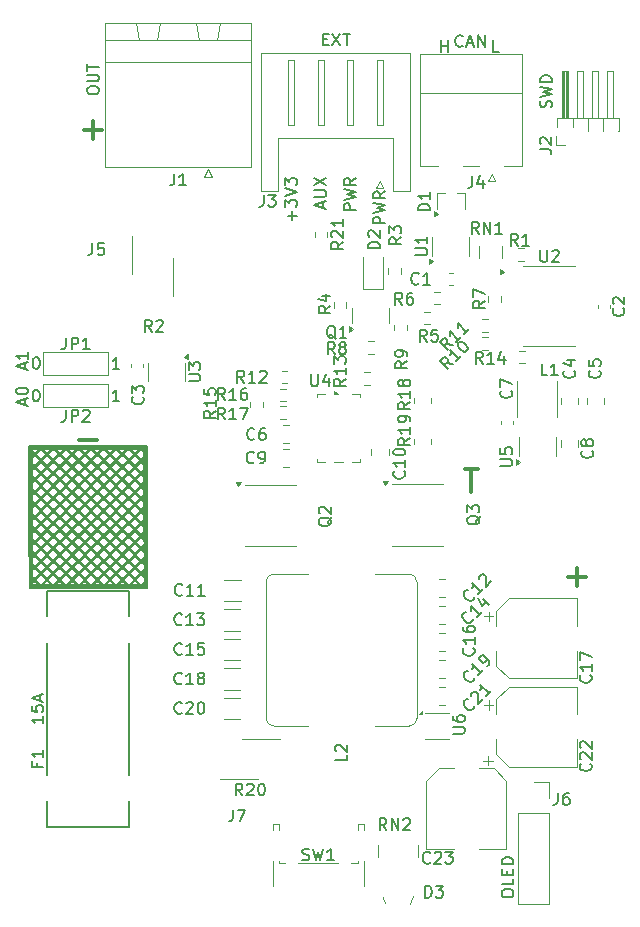
<source format=gbr>
%TF.GenerationSoftware,KiCad,Pcbnew,8.0.7*%
%TF.CreationDate,2025-01-15T16:40:05+01:00*%
%TF.ProjectId,makita-ps,6d616b69-7461-42d7-9073-2e6b69636164,1*%
%TF.SameCoordinates,Original*%
%TF.FileFunction,Legend,Top*%
%TF.FilePolarity,Positive*%
%FSLAX46Y46*%
G04 Gerber Fmt 4.6, Leading zero omitted, Abs format (unit mm)*
G04 Created by KiCad (PCBNEW 8.0.7) date 2025-01-15 16:40:05*
%MOMM*%
%LPD*%
G01*
G04 APERTURE LIST*
%ADD10C,0.200000*%
%ADD11C,0.300000*%
%ADD12C,0.150000*%
%ADD13C,0.120000*%
%ADD14C,0.127000*%
G04 APERTURE END LIST*
D10*
X151431219Y-77761339D02*
X150431219Y-77761339D01*
X150431219Y-77761339D02*
X150431219Y-77380387D01*
X150431219Y-77380387D02*
X150478838Y-77285149D01*
X150478838Y-77285149D02*
X150526457Y-77237530D01*
X150526457Y-77237530D02*
X150621695Y-77189911D01*
X150621695Y-77189911D02*
X150764552Y-77189911D01*
X150764552Y-77189911D02*
X150859790Y-77237530D01*
X150859790Y-77237530D02*
X150907409Y-77285149D01*
X150907409Y-77285149D02*
X150955028Y-77380387D01*
X150955028Y-77380387D02*
X150955028Y-77761339D01*
X150431219Y-76856577D02*
X151431219Y-76618482D01*
X151431219Y-76618482D02*
X150716933Y-76428006D01*
X150716933Y-76428006D02*
X151431219Y-76237530D01*
X151431219Y-76237530D02*
X150431219Y-75999435D01*
X151431219Y-75047054D02*
X150955028Y-75380387D01*
X151431219Y-75618482D02*
X150431219Y-75618482D01*
X150431219Y-75618482D02*
X150431219Y-75237530D01*
X150431219Y-75237530D02*
X150478838Y-75142292D01*
X150478838Y-75142292D02*
X150526457Y-75094673D01*
X150526457Y-75094673D02*
X150621695Y-75047054D01*
X150621695Y-75047054D02*
X150764552Y-75047054D01*
X150764552Y-75047054D02*
X150859790Y-75094673D01*
X150859790Y-75094673D02*
X150907409Y-75142292D01*
X150907409Y-75142292D02*
X150955028Y-75237530D01*
X150955028Y-75237530D02*
X150955028Y-75618482D01*
X146050266Y-78618482D02*
X146050266Y-77856578D01*
X146431219Y-78237530D02*
X145669314Y-78237530D01*
X145431219Y-77475625D02*
X145431219Y-76856578D01*
X145431219Y-76856578D02*
X145812171Y-77189911D01*
X145812171Y-77189911D02*
X145812171Y-77047054D01*
X145812171Y-77047054D02*
X145859790Y-76951816D01*
X145859790Y-76951816D02*
X145907409Y-76904197D01*
X145907409Y-76904197D02*
X146002647Y-76856578D01*
X146002647Y-76856578D02*
X146240742Y-76856578D01*
X146240742Y-76856578D02*
X146335980Y-76904197D01*
X146335980Y-76904197D02*
X146383600Y-76951816D01*
X146383600Y-76951816D02*
X146431219Y-77047054D01*
X146431219Y-77047054D02*
X146431219Y-77332768D01*
X146431219Y-77332768D02*
X146383600Y-77428006D01*
X146383600Y-77428006D02*
X146335980Y-77475625D01*
X145431219Y-76570863D02*
X146431219Y-76237530D01*
X146431219Y-76237530D02*
X145431219Y-75904197D01*
X145431219Y-75666101D02*
X145431219Y-75047054D01*
X145431219Y-75047054D02*
X145812171Y-75380387D01*
X145812171Y-75380387D02*
X145812171Y-75237530D01*
X145812171Y-75237530D02*
X145859790Y-75142292D01*
X145859790Y-75142292D02*
X145907409Y-75094673D01*
X145907409Y-75094673D02*
X146002647Y-75047054D01*
X146002647Y-75047054D02*
X146240742Y-75047054D01*
X146240742Y-75047054D02*
X146335980Y-75094673D01*
X146335980Y-75094673D02*
X146383600Y-75142292D01*
X146383600Y-75142292D02*
X146431219Y-75237530D01*
X146431219Y-75237530D02*
X146431219Y-75523244D01*
X146431219Y-75523244D02*
X146383600Y-75618482D01*
X146383600Y-75618482D02*
X146335980Y-75666101D01*
X148645504Y-77523244D02*
X148645504Y-77047054D01*
X148931219Y-77618482D02*
X147931219Y-77285149D01*
X147931219Y-77285149D02*
X148931219Y-76951816D01*
X147931219Y-76618482D02*
X148740742Y-76618482D01*
X148740742Y-76618482D02*
X148835980Y-76570863D01*
X148835980Y-76570863D02*
X148883600Y-76523244D01*
X148883600Y-76523244D02*
X148931219Y-76428006D01*
X148931219Y-76428006D02*
X148931219Y-76237530D01*
X148931219Y-76237530D02*
X148883600Y-76142292D01*
X148883600Y-76142292D02*
X148835980Y-76094673D01*
X148835980Y-76094673D02*
X148740742Y-76047054D01*
X148740742Y-76047054D02*
X147931219Y-76047054D01*
X147931219Y-75666101D02*
X148931219Y-74999435D01*
X147931219Y-74999435D02*
X148931219Y-75666101D01*
X158693286Y-64367219D02*
X158693286Y-63367219D01*
X158693286Y-63843409D02*
X159264714Y-63843409D01*
X159264714Y-64367219D02*
X159264714Y-63367219D01*
X153931219Y-78886339D02*
X152931219Y-78886339D01*
X152931219Y-78886339D02*
X152931219Y-78505387D01*
X152931219Y-78505387D02*
X152978838Y-78410149D01*
X152978838Y-78410149D02*
X153026457Y-78362530D01*
X153026457Y-78362530D02*
X153121695Y-78314911D01*
X153121695Y-78314911D02*
X153264552Y-78314911D01*
X153264552Y-78314911D02*
X153359790Y-78362530D01*
X153359790Y-78362530D02*
X153407409Y-78410149D01*
X153407409Y-78410149D02*
X153455028Y-78505387D01*
X153455028Y-78505387D02*
X153455028Y-78886339D01*
X152931219Y-77981577D02*
X153931219Y-77743482D01*
X153931219Y-77743482D02*
X153216933Y-77553006D01*
X153216933Y-77553006D02*
X153931219Y-77362530D01*
X153931219Y-77362530D02*
X152931219Y-77124435D01*
X153931219Y-76172054D02*
X153455028Y-76505387D01*
X153931219Y-76743482D02*
X152931219Y-76743482D01*
X152931219Y-76743482D02*
X152931219Y-76362530D01*
X152931219Y-76362530D02*
X152978838Y-76267292D01*
X152978838Y-76267292D02*
X153026457Y-76219673D01*
X153026457Y-76219673D02*
X153121695Y-76172054D01*
X153121695Y-76172054D02*
X153264552Y-76172054D01*
X153264552Y-76172054D02*
X153359790Y-76219673D01*
X153359790Y-76219673D02*
X153407409Y-76267292D01*
X153407409Y-76267292D02*
X153455028Y-76362530D01*
X153455028Y-76362530D02*
X153455028Y-76743482D01*
D11*
X128402558Y-70977733D02*
X129926368Y-70977733D01*
X129164463Y-71739638D02*
X129164463Y-70215828D01*
D10*
X163538523Y-64367219D02*
X163062333Y-64367219D01*
X163062333Y-64367219D02*
X163062333Y-63367219D01*
D12*
X165162333Y-80754819D02*
X164829000Y-80278628D01*
X164590905Y-80754819D02*
X164590905Y-79754819D01*
X164590905Y-79754819D02*
X164971857Y-79754819D01*
X164971857Y-79754819D02*
X165067095Y-79802438D01*
X165067095Y-79802438D02*
X165114714Y-79850057D01*
X165114714Y-79850057D02*
X165162333Y-79945295D01*
X165162333Y-79945295D02*
X165162333Y-80088152D01*
X165162333Y-80088152D02*
X165114714Y-80183390D01*
X165114714Y-80183390D02*
X165067095Y-80231009D01*
X165067095Y-80231009D02*
X164971857Y-80278628D01*
X164971857Y-80278628D02*
X164590905Y-80278628D01*
X166114714Y-80754819D02*
X165543286Y-80754819D01*
X165829000Y-80754819D02*
X165829000Y-79754819D01*
X165829000Y-79754819D02*
X165733762Y-79897676D01*
X165733762Y-79897676D02*
X165638524Y-79992914D01*
X165638524Y-79992914D02*
X165543286Y-80040533D01*
X169911580Y-91334792D02*
X169959200Y-91382411D01*
X169959200Y-91382411D02*
X170006819Y-91525268D01*
X170006819Y-91525268D02*
X170006819Y-91620506D01*
X170006819Y-91620506D02*
X169959200Y-91763363D01*
X169959200Y-91763363D02*
X169863961Y-91858601D01*
X169863961Y-91858601D02*
X169768723Y-91906220D01*
X169768723Y-91906220D02*
X169578247Y-91953839D01*
X169578247Y-91953839D02*
X169435390Y-91953839D01*
X169435390Y-91953839D02*
X169244914Y-91906220D01*
X169244914Y-91906220D02*
X169149676Y-91858601D01*
X169149676Y-91858601D02*
X169054438Y-91763363D01*
X169054438Y-91763363D02*
X169006819Y-91620506D01*
X169006819Y-91620506D02*
X169006819Y-91525268D01*
X169006819Y-91525268D02*
X169054438Y-91382411D01*
X169054438Y-91382411D02*
X169102057Y-91334792D01*
X169340152Y-90477649D02*
X170006819Y-90477649D01*
X168959200Y-90715744D02*
X169673485Y-90953839D01*
X169673485Y-90953839D02*
X169673485Y-90334792D01*
X141045666Y-128504819D02*
X141045666Y-129219104D01*
X141045666Y-129219104D02*
X140998047Y-129361961D01*
X140998047Y-129361961D02*
X140902809Y-129457200D01*
X140902809Y-129457200D02*
X140759952Y-129504819D01*
X140759952Y-129504819D02*
X140664714Y-129504819D01*
X141426619Y-128504819D02*
X142093285Y-128504819D01*
X142093285Y-128504819D02*
X141664714Y-129504819D01*
X157733142Y-132981580D02*
X157685523Y-133029200D01*
X157685523Y-133029200D02*
X157542666Y-133076819D01*
X157542666Y-133076819D02*
X157447428Y-133076819D01*
X157447428Y-133076819D02*
X157304571Y-133029200D01*
X157304571Y-133029200D02*
X157209333Y-132933961D01*
X157209333Y-132933961D02*
X157161714Y-132838723D01*
X157161714Y-132838723D02*
X157114095Y-132648247D01*
X157114095Y-132648247D02*
X157114095Y-132505390D01*
X157114095Y-132505390D02*
X157161714Y-132314914D01*
X157161714Y-132314914D02*
X157209333Y-132219676D01*
X157209333Y-132219676D02*
X157304571Y-132124438D01*
X157304571Y-132124438D02*
X157447428Y-132076819D01*
X157447428Y-132076819D02*
X157542666Y-132076819D01*
X157542666Y-132076819D02*
X157685523Y-132124438D01*
X157685523Y-132124438D02*
X157733142Y-132172057D01*
X158114095Y-132172057D02*
X158161714Y-132124438D01*
X158161714Y-132124438D02*
X158256952Y-132076819D01*
X158256952Y-132076819D02*
X158495047Y-132076819D01*
X158495047Y-132076819D02*
X158590285Y-132124438D01*
X158590285Y-132124438D02*
X158637904Y-132172057D01*
X158637904Y-132172057D02*
X158685523Y-132267295D01*
X158685523Y-132267295D02*
X158685523Y-132362533D01*
X158685523Y-132362533D02*
X158637904Y-132505390D01*
X158637904Y-132505390D02*
X158066476Y-133076819D01*
X158066476Y-133076819D02*
X158685523Y-133076819D01*
X159018857Y-132076819D02*
X159637904Y-132076819D01*
X159637904Y-132076819D02*
X159304571Y-132457771D01*
X159304571Y-132457771D02*
X159447428Y-132457771D01*
X159447428Y-132457771D02*
X159542666Y-132505390D01*
X159542666Y-132505390D02*
X159590285Y-132553009D01*
X159590285Y-132553009D02*
X159637904Y-132648247D01*
X159637904Y-132648247D02*
X159637904Y-132886342D01*
X159637904Y-132886342D02*
X159590285Y-132981580D01*
X159590285Y-132981580D02*
X159542666Y-133029200D01*
X159542666Y-133029200D02*
X159447428Y-133076819D01*
X159447428Y-133076819D02*
X159161714Y-133076819D01*
X159161714Y-133076819D02*
X159066476Y-133029200D01*
X159066476Y-133029200D02*
X159018857Y-132981580D01*
X136710077Y-115309580D02*
X136662458Y-115357200D01*
X136662458Y-115357200D02*
X136519601Y-115404819D01*
X136519601Y-115404819D02*
X136424363Y-115404819D01*
X136424363Y-115404819D02*
X136281506Y-115357200D01*
X136281506Y-115357200D02*
X136186268Y-115261961D01*
X136186268Y-115261961D02*
X136138649Y-115166723D01*
X136138649Y-115166723D02*
X136091030Y-114976247D01*
X136091030Y-114976247D02*
X136091030Y-114833390D01*
X136091030Y-114833390D02*
X136138649Y-114642914D01*
X136138649Y-114642914D02*
X136186268Y-114547676D01*
X136186268Y-114547676D02*
X136281506Y-114452438D01*
X136281506Y-114452438D02*
X136424363Y-114404819D01*
X136424363Y-114404819D02*
X136519601Y-114404819D01*
X136519601Y-114404819D02*
X136662458Y-114452438D01*
X136662458Y-114452438D02*
X136710077Y-114500057D01*
X137662458Y-115404819D02*
X137091030Y-115404819D01*
X137376744Y-115404819D02*
X137376744Y-114404819D01*
X137376744Y-114404819D02*
X137281506Y-114547676D01*
X137281506Y-114547676D02*
X137186268Y-114642914D01*
X137186268Y-114642914D02*
X137091030Y-114690533D01*
X138567220Y-114404819D02*
X138091030Y-114404819D01*
X138091030Y-114404819D02*
X138043411Y-114881009D01*
X138043411Y-114881009D02*
X138091030Y-114833390D01*
X138091030Y-114833390D02*
X138186268Y-114785771D01*
X138186268Y-114785771D02*
X138424363Y-114785771D01*
X138424363Y-114785771D02*
X138519601Y-114833390D01*
X138519601Y-114833390D02*
X138567220Y-114881009D01*
X138567220Y-114881009D02*
X138614839Y-114976247D01*
X138614839Y-114976247D02*
X138614839Y-115214342D01*
X138614839Y-115214342D02*
X138567220Y-115309580D01*
X138567220Y-115309580D02*
X138519601Y-115357200D01*
X138519601Y-115357200D02*
X138424363Y-115404819D01*
X138424363Y-115404819D02*
X138186268Y-115404819D01*
X138186268Y-115404819D02*
X138091030Y-115357200D01*
X138091030Y-115357200D02*
X138043411Y-115309580D01*
X161402580Y-114849857D02*
X161450200Y-114897476D01*
X161450200Y-114897476D02*
X161497819Y-115040333D01*
X161497819Y-115040333D02*
X161497819Y-115135571D01*
X161497819Y-115135571D02*
X161450200Y-115278428D01*
X161450200Y-115278428D02*
X161354961Y-115373666D01*
X161354961Y-115373666D02*
X161259723Y-115421285D01*
X161259723Y-115421285D02*
X161069247Y-115468904D01*
X161069247Y-115468904D02*
X160926390Y-115468904D01*
X160926390Y-115468904D02*
X160735914Y-115421285D01*
X160735914Y-115421285D02*
X160640676Y-115373666D01*
X160640676Y-115373666D02*
X160545438Y-115278428D01*
X160545438Y-115278428D02*
X160497819Y-115135571D01*
X160497819Y-115135571D02*
X160497819Y-115040333D01*
X160497819Y-115040333D02*
X160545438Y-114897476D01*
X160545438Y-114897476D02*
X160593057Y-114849857D01*
X161497819Y-113897476D02*
X161497819Y-114468904D01*
X161497819Y-114183190D02*
X160497819Y-114183190D01*
X160497819Y-114183190D02*
X160640676Y-114278428D01*
X160640676Y-114278428D02*
X160735914Y-114373666D01*
X160735914Y-114373666D02*
X160783533Y-114468904D01*
X160497819Y-113040333D02*
X160497819Y-113230809D01*
X160497819Y-113230809D02*
X160545438Y-113326047D01*
X160545438Y-113326047D02*
X160593057Y-113373666D01*
X160593057Y-113373666D02*
X160735914Y-113468904D01*
X160735914Y-113468904D02*
X160926390Y-113516523D01*
X160926390Y-113516523D02*
X161307342Y-113516523D01*
X161307342Y-113516523D02*
X161402580Y-113468904D01*
X161402580Y-113468904D02*
X161450200Y-113421285D01*
X161450200Y-113421285D02*
X161497819Y-113326047D01*
X161497819Y-113326047D02*
X161497819Y-113135571D01*
X161497819Y-113135571D02*
X161450200Y-113040333D01*
X161450200Y-113040333D02*
X161402580Y-112992714D01*
X161402580Y-112992714D02*
X161307342Y-112945095D01*
X161307342Y-112945095D02*
X161069247Y-112945095D01*
X161069247Y-112945095D02*
X160974009Y-112992714D01*
X160974009Y-112992714D02*
X160926390Y-113040333D01*
X160926390Y-113040333D02*
X160878771Y-113135571D01*
X160878771Y-113135571D02*
X160878771Y-113326047D01*
X160878771Y-113326047D02*
X160926390Y-113421285D01*
X160926390Y-113421285D02*
X160974009Y-113468904D01*
X160974009Y-113468904D02*
X161069247Y-113516523D01*
X162386819Y-85443666D02*
X161910628Y-85776999D01*
X162386819Y-86015094D02*
X161386819Y-86015094D01*
X161386819Y-86015094D02*
X161386819Y-85634142D01*
X161386819Y-85634142D02*
X161434438Y-85538904D01*
X161434438Y-85538904D02*
X161482057Y-85491285D01*
X161482057Y-85491285D02*
X161577295Y-85443666D01*
X161577295Y-85443666D02*
X161720152Y-85443666D01*
X161720152Y-85443666D02*
X161815390Y-85491285D01*
X161815390Y-85491285D02*
X161863009Y-85538904D01*
X161863009Y-85538904D02*
X161910628Y-85634142D01*
X161910628Y-85634142D02*
X161910628Y-86015094D01*
X161386819Y-85110332D02*
X161386819Y-84443666D01*
X161386819Y-84443666D02*
X162386819Y-84872237D01*
X172070580Y-91339792D02*
X172118200Y-91387411D01*
X172118200Y-91387411D02*
X172165819Y-91530268D01*
X172165819Y-91530268D02*
X172165819Y-91625506D01*
X172165819Y-91625506D02*
X172118200Y-91768363D01*
X172118200Y-91768363D02*
X172022961Y-91863601D01*
X172022961Y-91863601D02*
X171927723Y-91911220D01*
X171927723Y-91911220D02*
X171737247Y-91958839D01*
X171737247Y-91958839D02*
X171594390Y-91958839D01*
X171594390Y-91958839D02*
X171403914Y-91911220D01*
X171403914Y-91911220D02*
X171308676Y-91863601D01*
X171308676Y-91863601D02*
X171213438Y-91768363D01*
X171213438Y-91768363D02*
X171165819Y-91625506D01*
X171165819Y-91625506D02*
X171165819Y-91530268D01*
X171165819Y-91530268D02*
X171213438Y-91387411D01*
X171213438Y-91387411D02*
X171261057Y-91339792D01*
X171165819Y-90435030D02*
X171165819Y-90911220D01*
X171165819Y-90911220D02*
X171642009Y-90958839D01*
X171642009Y-90958839D02*
X171594390Y-90911220D01*
X171594390Y-90911220D02*
X171546771Y-90815982D01*
X171546771Y-90815982D02*
X171546771Y-90577887D01*
X171546771Y-90577887D02*
X171594390Y-90482649D01*
X171594390Y-90482649D02*
X171642009Y-90435030D01*
X171642009Y-90435030D02*
X171737247Y-90387411D01*
X171737247Y-90387411D02*
X171975342Y-90387411D01*
X171975342Y-90387411D02*
X172070580Y-90435030D01*
X172070580Y-90435030D02*
X172118200Y-90482649D01*
X172118200Y-90482649D02*
X172165819Y-90577887D01*
X172165819Y-90577887D02*
X172165819Y-90815982D01*
X172165819Y-90815982D02*
X172118200Y-90911220D01*
X172118200Y-90911220D02*
X172070580Y-90958839D01*
X171308580Y-117135857D02*
X171356200Y-117183476D01*
X171356200Y-117183476D02*
X171403819Y-117326333D01*
X171403819Y-117326333D02*
X171403819Y-117421571D01*
X171403819Y-117421571D02*
X171356200Y-117564428D01*
X171356200Y-117564428D02*
X171260961Y-117659666D01*
X171260961Y-117659666D02*
X171165723Y-117707285D01*
X171165723Y-117707285D02*
X170975247Y-117754904D01*
X170975247Y-117754904D02*
X170832390Y-117754904D01*
X170832390Y-117754904D02*
X170641914Y-117707285D01*
X170641914Y-117707285D02*
X170546676Y-117659666D01*
X170546676Y-117659666D02*
X170451438Y-117564428D01*
X170451438Y-117564428D02*
X170403819Y-117421571D01*
X170403819Y-117421571D02*
X170403819Y-117326333D01*
X170403819Y-117326333D02*
X170451438Y-117183476D01*
X170451438Y-117183476D02*
X170499057Y-117135857D01*
X171403819Y-116183476D02*
X171403819Y-116754904D01*
X171403819Y-116469190D02*
X170403819Y-116469190D01*
X170403819Y-116469190D02*
X170546676Y-116564428D01*
X170546676Y-116564428D02*
X170641914Y-116659666D01*
X170641914Y-116659666D02*
X170689533Y-116754904D01*
X170403819Y-115850142D02*
X170403819Y-115183476D01*
X170403819Y-115183476D02*
X171403819Y-115612047D01*
X136055666Y-74654819D02*
X136055666Y-75369104D01*
X136055666Y-75369104D02*
X136008047Y-75511961D01*
X136008047Y-75511961D02*
X135912809Y-75607200D01*
X135912809Y-75607200D02*
X135769952Y-75654819D01*
X135769952Y-75654819D02*
X135674714Y-75654819D01*
X137055666Y-75654819D02*
X136484238Y-75654819D01*
X136769952Y-75654819D02*
X136769952Y-74654819D01*
X136769952Y-74654819D02*
X136674714Y-74797676D01*
X136674714Y-74797676D02*
X136579476Y-74892914D01*
X136579476Y-74892914D02*
X136484238Y-74940533D01*
X128683819Y-67708999D02*
X128683819Y-67518523D01*
X128683819Y-67518523D02*
X128731438Y-67423285D01*
X128731438Y-67423285D02*
X128826676Y-67328047D01*
X128826676Y-67328047D02*
X129017152Y-67280428D01*
X129017152Y-67280428D02*
X129350485Y-67280428D01*
X129350485Y-67280428D02*
X129540961Y-67328047D01*
X129540961Y-67328047D02*
X129636200Y-67423285D01*
X129636200Y-67423285D02*
X129683819Y-67518523D01*
X129683819Y-67518523D02*
X129683819Y-67708999D01*
X129683819Y-67708999D02*
X129636200Y-67804237D01*
X129636200Y-67804237D02*
X129540961Y-67899475D01*
X129540961Y-67899475D02*
X129350485Y-67947094D01*
X129350485Y-67947094D02*
X129017152Y-67947094D01*
X129017152Y-67947094D02*
X128826676Y-67899475D01*
X128826676Y-67899475D02*
X128731438Y-67804237D01*
X128731438Y-67804237D02*
X128683819Y-67708999D01*
X128683819Y-66851856D02*
X129493342Y-66851856D01*
X129493342Y-66851856D02*
X129588580Y-66804237D01*
X129588580Y-66804237D02*
X129636200Y-66756618D01*
X129636200Y-66756618D02*
X129683819Y-66661380D01*
X129683819Y-66661380D02*
X129683819Y-66470904D01*
X129683819Y-66470904D02*
X129636200Y-66375666D01*
X129636200Y-66375666D02*
X129588580Y-66328047D01*
X129588580Y-66328047D02*
X129493342Y-66280428D01*
X129493342Y-66280428D02*
X128683819Y-66280428D01*
X128683819Y-65947094D02*
X128683819Y-65375666D01*
X129683819Y-65661380D02*
X128683819Y-65661380D01*
X142862333Y-97109580D02*
X142814714Y-97157200D01*
X142814714Y-97157200D02*
X142671857Y-97204819D01*
X142671857Y-97204819D02*
X142576619Y-97204819D01*
X142576619Y-97204819D02*
X142433762Y-97157200D01*
X142433762Y-97157200D02*
X142338524Y-97061961D01*
X142338524Y-97061961D02*
X142290905Y-96966723D01*
X142290905Y-96966723D02*
X142243286Y-96776247D01*
X142243286Y-96776247D02*
X142243286Y-96633390D01*
X142243286Y-96633390D02*
X142290905Y-96442914D01*
X142290905Y-96442914D02*
X142338524Y-96347676D01*
X142338524Y-96347676D02*
X142433762Y-96252438D01*
X142433762Y-96252438D02*
X142576619Y-96204819D01*
X142576619Y-96204819D02*
X142671857Y-96204819D01*
X142671857Y-96204819D02*
X142814714Y-96252438D01*
X142814714Y-96252438D02*
X142862333Y-96300057D01*
X143719476Y-96204819D02*
X143529000Y-96204819D01*
X143529000Y-96204819D02*
X143433762Y-96252438D01*
X143433762Y-96252438D02*
X143386143Y-96300057D01*
X143386143Y-96300057D02*
X143290905Y-96442914D01*
X143290905Y-96442914D02*
X143243286Y-96633390D01*
X143243286Y-96633390D02*
X143243286Y-97014342D01*
X143243286Y-97014342D02*
X143290905Y-97109580D01*
X143290905Y-97109580D02*
X143338524Y-97157200D01*
X143338524Y-97157200D02*
X143433762Y-97204819D01*
X143433762Y-97204819D02*
X143624238Y-97204819D01*
X143624238Y-97204819D02*
X143719476Y-97157200D01*
X143719476Y-97157200D02*
X143767095Y-97109580D01*
X143767095Y-97109580D02*
X143814714Y-97014342D01*
X143814714Y-97014342D02*
X143814714Y-96776247D01*
X143814714Y-96776247D02*
X143767095Y-96681009D01*
X143767095Y-96681009D02*
X143719476Y-96633390D01*
X143719476Y-96633390D02*
X143624238Y-96585771D01*
X143624238Y-96585771D02*
X143433762Y-96585771D01*
X143433762Y-96585771D02*
X143338524Y-96633390D01*
X143338524Y-96633390D02*
X143290905Y-96681009D01*
X143290905Y-96681009D02*
X143243286Y-96776247D01*
X163672819Y-99413904D02*
X164482342Y-99413904D01*
X164482342Y-99413904D02*
X164577580Y-99366285D01*
X164577580Y-99366285D02*
X164625200Y-99318666D01*
X164625200Y-99318666D02*
X164672819Y-99223428D01*
X164672819Y-99223428D02*
X164672819Y-99032952D01*
X164672819Y-99032952D02*
X164625200Y-98937714D01*
X164625200Y-98937714D02*
X164577580Y-98890095D01*
X164577580Y-98890095D02*
X164482342Y-98842476D01*
X164482342Y-98842476D02*
X163672819Y-98842476D01*
X163672819Y-97890095D02*
X163672819Y-98366285D01*
X163672819Y-98366285D02*
X164149009Y-98413904D01*
X164149009Y-98413904D02*
X164101390Y-98366285D01*
X164101390Y-98366285D02*
X164053771Y-98271047D01*
X164053771Y-98271047D02*
X164053771Y-98032952D01*
X164053771Y-98032952D02*
X164101390Y-97937714D01*
X164101390Y-97937714D02*
X164149009Y-97890095D01*
X164149009Y-97890095D02*
X164244247Y-97842476D01*
X164244247Y-97842476D02*
X164482342Y-97842476D01*
X164482342Y-97842476D02*
X164577580Y-97890095D01*
X164577580Y-97890095D02*
X164625200Y-97937714D01*
X164625200Y-97937714D02*
X164672819Y-98032952D01*
X164672819Y-98032952D02*
X164672819Y-98271047D01*
X164672819Y-98271047D02*
X164625200Y-98366285D01*
X164625200Y-98366285D02*
X164577580Y-98413904D01*
X149283819Y-85866666D02*
X148807628Y-86199999D01*
X149283819Y-86438094D02*
X148283819Y-86438094D01*
X148283819Y-86438094D02*
X148283819Y-86057142D01*
X148283819Y-86057142D02*
X148331438Y-85961904D01*
X148331438Y-85961904D02*
X148379057Y-85914285D01*
X148379057Y-85914285D02*
X148474295Y-85866666D01*
X148474295Y-85866666D02*
X148617152Y-85866666D01*
X148617152Y-85866666D02*
X148712390Y-85914285D01*
X148712390Y-85914285D02*
X148760009Y-85961904D01*
X148760009Y-85961904D02*
X148807628Y-86057142D01*
X148807628Y-86057142D02*
X148807628Y-86438094D01*
X148617152Y-85009523D02*
X149283819Y-85009523D01*
X148236200Y-85247618D02*
X148950485Y-85485713D01*
X148950485Y-85485713D02*
X148950485Y-84866666D01*
X133388580Y-93566666D02*
X133436200Y-93614285D01*
X133436200Y-93614285D02*
X133483819Y-93757142D01*
X133483819Y-93757142D02*
X133483819Y-93852380D01*
X133483819Y-93852380D02*
X133436200Y-93995237D01*
X133436200Y-93995237D02*
X133340961Y-94090475D01*
X133340961Y-94090475D02*
X133245723Y-94138094D01*
X133245723Y-94138094D02*
X133055247Y-94185713D01*
X133055247Y-94185713D02*
X132912390Y-94185713D01*
X132912390Y-94185713D02*
X132721914Y-94138094D01*
X132721914Y-94138094D02*
X132626676Y-94090475D01*
X132626676Y-94090475D02*
X132531438Y-93995237D01*
X132531438Y-93995237D02*
X132483819Y-93852380D01*
X132483819Y-93852380D02*
X132483819Y-93757142D01*
X132483819Y-93757142D02*
X132531438Y-93614285D01*
X132531438Y-93614285D02*
X132579057Y-93566666D01*
X132483819Y-93233332D02*
X132483819Y-92614285D01*
X132483819Y-92614285D02*
X132864771Y-92947618D01*
X132864771Y-92947618D02*
X132864771Y-92804761D01*
X132864771Y-92804761D02*
X132912390Y-92709523D01*
X132912390Y-92709523D02*
X132960009Y-92661904D01*
X132960009Y-92661904D02*
X133055247Y-92614285D01*
X133055247Y-92614285D02*
X133293342Y-92614285D01*
X133293342Y-92614285D02*
X133388580Y-92661904D01*
X133388580Y-92661904D02*
X133436200Y-92709523D01*
X133436200Y-92709523D02*
X133483819Y-92804761D01*
X133483819Y-92804761D02*
X133483819Y-93090475D01*
X133483819Y-93090475D02*
X133436200Y-93185713D01*
X133436200Y-93185713D02*
X133388580Y-93233332D01*
X155783819Y-90566666D02*
X155307628Y-90899999D01*
X155783819Y-91138094D02*
X154783819Y-91138094D01*
X154783819Y-91138094D02*
X154783819Y-90757142D01*
X154783819Y-90757142D02*
X154831438Y-90661904D01*
X154831438Y-90661904D02*
X154879057Y-90614285D01*
X154879057Y-90614285D02*
X154974295Y-90566666D01*
X154974295Y-90566666D02*
X155117152Y-90566666D01*
X155117152Y-90566666D02*
X155212390Y-90614285D01*
X155212390Y-90614285D02*
X155260009Y-90661904D01*
X155260009Y-90661904D02*
X155307628Y-90757142D01*
X155307628Y-90757142D02*
X155307628Y-91138094D01*
X155783819Y-90090475D02*
X155783819Y-89899999D01*
X155783819Y-89899999D02*
X155736200Y-89804761D01*
X155736200Y-89804761D02*
X155688580Y-89757142D01*
X155688580Y-89757142D02*
X155545723Y-89661904D01*
X155545723Y-89661904D02*
X155355247Y-89614285D01*
X155355247Y-89614285D02*
X154974295Y-89614285D01*
X154974295Y-89614285D02*
X154879057Y-89661904D01*
X154879057Y-89661904D02*
X154831438Y-89709523D01*
X154831438Y-89709523D02*
X154783819Y-89804761D01*
X154783819Y-89804761D02*
X154783819Y-89995237D01*
X154783819Y-89995237D02*
X154831438Y-90090475D01*
X154831438Y-90090475D02*
X154879057Y-90138094D01*
X154879057Y-90138094D02*
X154974295Y-90185713D01*
X154974295Y-90185713D02*
X155212390Y-90185713D01*
X155212390Y-90185713D02*
X155307628Y-90138094D01*
X155307628Y-90138094D02*
X155355247Y-90090475D01*
X155355247Y-90090475D02*
X155402866Y-89995237D01*
X155402866Y-89995237D02*
X155402866Y-89804761D01*
X155402866Y-89804761D02*
X155355247Y-89709523D01*
X155355247Y-89709523D02*
X155307628Y-89661904D01*
X155307628Y-89661904D02*
X155212390Y-89614285D01*
X162186142Y-90754819D02*
X161852809Y-90278628D01*
X161614714Y-90754819D02*
X161614714Y-89754819D01*
X161614714Y-89754819D02*
X161995666Y-89754819D01*
X161995666Y-89754819D02*
X162090904Y-89802438D01*
X162090904Y-89802438D02*
X162138523Y-89850057D01*
X162138523Y-89850057D02*
X162186142Y-89945295D01*
X162186142Y-89945295D02*
X162186142Y-90088152D01*
X162186142Y-90088152D02*
X162138523Y-90183390D01*
X162138523Y-90183390D02*
X162090904Y-90231009D01*
X162090904Y-90231009D02*
X161995666Y-90278628D01*
X161995666Y-90278628D02*
X161614714Y-90278628D01*
X163138523Y-90754819D02*
X162567095Y-90754819D01*
X162852809Y-90754819D02*
X162852809Y-89754819D01*
X162852809Y-89754819D02*
X162757571Y-89897676D01*
X162757571Y-89897676D02*
X162662333Y-89992914D01*
X162662333Y-89992914D02*
X162567095Y-90040533D01*
X163995666Y-90088152D02*
X163995666Y-90754819D01*
X163757571Y-89707200D02*
X163519476Y-90421485D01*
X163519476Y-90421485D02*
X164138523Y-90421485D01*
X149401057Y-103761238D02*
X149353438Y-103856476D01*
X149353438Y-103856476D02*
X149258200Y-103951714D01*
X149258200Y-103951714D02*
X149115342Y-104094571D01*
X149115342Y-104094571D02*
X149067723Y-104189809D01*
X149067723Y-104189809D02*
X149067723Y-104285047D01*
X149305819Y-104237428D02*
X149258200Y-104332666D01*
X149258200Y-104332666D02*
X149162961Y-104427904D01*
X149162961Y-104427904D02*
X148972485Y-104475523D01*
X148972485Y-104475523D02*
X148639152Y-104475523D01*
X148639152Y-104475523D02*
X148448676Y-104427904D01*
X148448676Y-104427904D02*
X148353438Y-104332666D01*
X148353438Y-104332666D02*
X148305819Y-104237428D01*
X148305819Y-104237428D02*
X148305819Y-104046952D01*
X148305819Y-104046952D02*
X148353438Y-103951714D01*
X148353438Y-103951714D02*
X148448676Y-103856476D01*
X148448676Y-103856476D02*
X148639152Y-103808857D01*
X148639152Y-103808857D02*
X148972485Y-103808857D01*
X148972485Y-103808857D02*
X149162961Y-103856476D01*
X149162961Y-103856476D02*
X149258200Y-103951714D01*
X149258200Y-103951714D02*
X149305819Y-104046952D01*
X149305819Y-104046952D02*
X149305819Y-104237428D01*
X148401057Y-103427904D02*
X148353438Y-103380285D01*
X148353438Y-103380285D02*
X148305819Y-103285047D01*
X148305819Y-103285047D02*
X148305819Y-103046952D01*
X148305819Y-103046952D02*
X148353438Y-102951714D01*
X148353438Y-102951714D02*
X148401057Y-102904095D01*
X148401057Y-102904095D02*
X148496295Y-102856476D01*
X148496295Y-102856476D02*
X148591533Y-102856476D01*
X148591533Y-102856476D02*
X148734390Y-102904095D01*
X148734390Y-102904095D02*
X149305819Y-103475523D01*
X149305819Y-103475523D02*
X149305819Y-102856476D01*
X153483819Y-80988094D02*
X152483819Y-80988094D01*
X152483819Y-80988094D02*
X152483819Y-80749999D01*
X152483819Y-80749999D02*
X152531438Y-80607142D01*
X152531438Y-80607142D02*
X152626676Y-80511904D01*
X152626676Y-80511904D02*
X152721914Y-80464285D01*
X152721914Y-80464285D02*
X152912390Y-80416666D01*
X152912390Y-80416666D02*
X153055247Y-80416666D01*
X153055247Y-80416666D02*
X153245723Y-80464285D01*
X153245723Y-80464285D02*
X153340961Y-80511904D01*
X153340961Y-80511904D02*
X153436200Y-80607142D01*
X153436200Y-80607142D02*
X153483819Y-80749999D01*
X153483819Y-80749999D02*
X153483819Y-80988094D01*
X152579057Y-80035713D02*
X152531438Y-79988094D01*
X152531438Y-79988094D02*
X152483819Y-79892856D01*
X152483819Y-79892856D02*
X152483819Y-79654761D01*
X152483819Y-79654761D02*
X152531438Y-79559523D01*
X152531438Y-79559523D02*
X152579057Y-79511904D01*
X152579057Y-79511904D02*
X152674295Y-79464285D01*
X152674295Y-79464285D02*
X152769533Y-79464285D01*
X152769533Y-79464285D02*
X152912390Y-79511904D01*
X152912390Y-79511904D02*
X153483819Y-80083332D01*
X153483819Y-80083332D02*
X153483819Y-79464285D01*
X126895666Y-94654819D02*
X126895666Y-95369104D01*
X126895666Y-95369104D02*
X126848047Y-95511961D01*
X126848047Y-95511961D02*
X126752809Y-95607200D01*
X126752809Y-95607200D02*
X126609952Y-95654819D01*
X126609952Y-95654819D02*
X126514714Y-95654819D01*
X127371857Y-95654819D02*
X127371857Y-94654819D01*
X127371857Y-94654819D02*
X127752809Y-94654819D01*
X127752809Y-94654819D02*
X127848047Y-94702438D01*
X127848047Y-94702438D02*
X127895666Y-94750057D01*
X127895666Y-94750057D02*
X127943285Y-94845295D01*
X127943285Y-94845295D02*
X127943285Y-94988152D01*
X127943285Y-94988152D02*
X127895666Y-95083390D01*
X127895666Y-95083390D02*
X127848047Y-95131009D01*
X127848047Y-95131009D02*
X127752809Y-95178628D01*
X127752809Y-95178628D02*
X127371857Y-95178628D01*
X128324238Y-94750057D02*
X128371857Y-94702438D01*
X128371857Y-94702438D02*
X128467095Y-94654819D01*
X128467095Y-94654819D02*
X128705190Y-94654819D01*
X128705190Y-94654819D02*
X128800428Y-94702438D01*
X128800428Y-94702438D02*
X128848047Y-94750057D01*
X128848047Y-94750057D02*
X128895666Y-94845295D01*
X128895666Y-94845295D02*
X128895666Y-94940533D01*
X128895666Y-94940533D02*
X128848047Y-95083390D01*
X128848047Y-95083390D02*
X128276619Y-95654819D01*
X128276619Y-95654819D02*
X128895666Y-95654819D01*
X123398104Y-94214285D02*
X123398104Y-93738095D01*
X123683819Y-94309523D02*
X122683819Y-93976190D01*
X122683819Y-93976190D02*
X123683819Y-93642857D01*
X122683819Y-93119047D02*
X122683819Y-93023809D01*
X122683819Y-93023809D02*
X122731438Y-92928571D01*
X122731438Y-92928571D02*
X122779057Y-92880952D01*
X122779057Y-92880952D02*
X122874295Y-92833333D01*
X122874295Y-92833333D02*
X123064771Y-92785714D01*
X123064771Y-92785714D02*
X123302866Y-92785714D01*
X123302866Y-92785714D02*
X123493342Y-92833333D01*
X123493342Y-92833333D02*
X123588580Y-92880952D01*
X123588580Y-92880952D02*
X123636200Y-92928571D01*
X123636200Y-92928571D02*
X123683819Y-93023809D01*
X123683819Y-93023809D02*
X123683819Y-93119047D01*
X123683819Y-93119047D02*
X123636200Y-93214285D01*
X123636200Y-93214285D02*
X123588580Y-93261904D01*
X123588580Y-93261904D02*
X123493342Y-93309523D01*
X123493342Y-93309523D02*
X123302866Y-93357142D01*
X123302866Y-93357142D02*
X123064771Y-93357142D01*
X123064771Y-93357142D02*
X122874295Y-93309523D01*
X122874295Y-93309523D02*
X122779057Y-93261904D01*
X122779057Y-93261904D02*
X122731438Y-93214285D01*
X122731438Y-93214285D02*
X122683819Y-93119047D01*
X131414714Y-93954819D02*
X130843286Y-93954819D01*
X131129000Y-93954819D02*
X131129000Y-92954819D01*
X131129000Y-92954819D02*
X131033762Y-93097676D01*
X131033762Y-93097676D02*
X130938524Y-93192914D01*
X130938524Y-93192914D02*
X130843286Y-93240533D01*
X124331381Y-92954819D02*
X124426619Y-92954819D01*
X124426619Y-92954819D02*
X124521857Y-93002438D01*
X124521857Y-93002438D02*
X124569476Y-93050057D01*
X124569476Y-93050057D02*
X124617095Y-93145295D01*
X124617095Y-93145295D02*
X124664714Y-93335771D01*
X124664714Y-93335771D02*
X124664714Y-93573866D01*
X124664714Y-93573866D02*
X124617095Y-93764342D01*
X124617095Y-93764342D02*
X124569476Y-93859580D01*
X124569476Y-93859580D02*
X124521857Y-93907200D01*
X124521857Y-93907200D02*
X124426619Y-93954819D01*
X124426619Y-93954819D02*
X124331381Y-93954819D01*
X124331381Y-93954819D02*
X124236143Y-93907200D01*
X124236143Y-93907200D02*
X124188524Y-93859580D01*
X124188524Y-93859580D02*
X124140905Y-93764342D01*
X124140905Y-93764342D02*
X124093286Y-93573866D01*
X124093286Y-93573866D02*
X124093286Y-93335771D01*
X124093286Y-93335771D02*
X124140905Y-93145295D01*
X124140905Y-93145295D02*
X124188524Y-93050057D01*
X124188524Y-93050057D02*
X124236143Y-93002438D01*
X124236143Y-93002438D02*
X124331381Y-92954819D01*
X140360077Y-93829819D02*
X140026744Y-93353628D01*
X139788649Y-93829819D02*
X139788649Y-92829819D01*
X139788649Y-92829819D02*
X140169601Y-92829819D01*
X140169601Y-92829819D02*
X140264839Y-92877438D01*
X140264839Y-92877438D02*
X140312458Y-92925057D01*
X140312458Y-92925057D02*
X140360077Y-93020295D01*
X140360077Y-93020295D02*
X140360077Y-93163152D01*
X140360077Y-93163152D02*
X140312458Y-93258390D01*
X140312458Y-93258390D02*
X140264839Y-93306009D01*
X140264839Y-93306009D02*
X140169601Y-93353628D01*
X140169601Y-93353628D02*
X139788649Y-93353628D01*
X141312458Y-93829819D02*
X140741030Y-93829819D01*
X141026744Y-93829819D02*
X141026744Y-92829819D01*
X141026744Y-92829819D02*
X140931506Y-92972676D01*
X140931506Y-92972676D02*
X140836268Y-93067914D01*
X140836268Y-93067914D02*
X140741030Y-93115533D01*
X142169601Y-92829819D02*
X141979125Y-92829819D01*
X141979125Y-92829819D02*
X141883887Y-92877438D01*
X141883887Y-92877438D02*
X141836268Y-92925057D01*
X141836268Y-92925057D02*
X141741030Y-93067914D01*
X141741030Y-93067914D02*
X141693411Y-93258390D01*
X141693411Y-93258390D02*
X141693411Y-93639342D01*
X141693411Y-93639342D02*
X141741030Y-93734580D01*
X141741030Y-93734580D02*
X141788649Y-93782200D01*
X141788649Y-93782200D02*
X141883887Y-93829819D01*
X141883887Y-93829819D02*
X142074363Y-93829819D01*
X142074363Y-93829819D02*
X142169601Y-93782200D01*
X142169601Y-93782200D02*
X142217220Y-93734580D01*
X142217220Y-93734580D02*
X142264839Y-93639342D01*
X142264839Y-93639342D02*
X142264839Y-93401247D01*
X142264839Y-93401247D02*
X142217220Y-93306009D01*
X142217220Y-93306009D02*
X142169601Y-93258390D01*
X142169601Y-93258390D02*
X142074363Y-93210771D01*
X142074363Y-93210771D02*
X141883887Y-93210771D01*
X141883887Y-93210771D02*
X141788649Y-93258390D01*
X141788649Y-93258390D02*
X141741030Y-93306009D01*
X141741030Y-93306009D02*
X141693411Y-93401247D01*
X141985077Y-92354819D02*
X141651744Y-91878628D01*
X141413649Y-92354819D02*
X141413649Y-91354819D01*
X141413649Y-91354819D02*
X141794601Y-91354819D01*
X141794601Y-91354819D02*
X141889839Y-91402438D01*
X141889839Y-91402438D02*
X141937458Y-91450057D01*
X141937458Y-91450057D02*
X141985077Y-91545295D01*
X141985077Y-91545295D02*
X141985077Y-91688152D01*
X141985077Y-91688152D02*
X141937458Y-91783390D01*
X141937458Y-91783390D02*
X141889839Y-91831009D01*
X141889839Y-91831009D02*
X141794601Y-91878628D01*
X141794601Y-91878628D02*
X141413649Y-91878628D01*
X142937458Y-92354819D02*
X142366030Y-92354819D01*
X142651744Y-92354819D02*
X142651744Y-91354819D01*
X142651744Y-91354819D02*
X142556506Y-91497676D01*
X142556506Y-91497676D02*
X142461268Y-91592914D01*
X142461268Y-91592914D02*
X142366030Y-91640533D01*
X143318411Y-91450057D02*
X143366030Y-91402438D01*
X143366030Y-91402438D02*
X143461268Y-91354819D01*
X143461268Y-91354819D02*
X143699363Y-91354819D01*
X143699363Y-91354819D02*
X143794601Y-91402438D01*
X143794601Y-91402438D02*
X143842220Y-91450057D01*
X143842220Y-91450057D02*
X143889839Y-91545295D01*
X143889839Y-91545295D02*
X143889839Y-91640533D01*
X143889839Y-91640533D02*
X143842220Y-91783390D01*
X143842220Y-91783390D02*
X143270792Y-92354819D01*
X143270792Y-92354819D02*
X143889839Y-92354819D01*
X168545666Y-127104819D02*
X168545666Y-127819104D01*
X168545666Y-127819104D02*
X168498047Y-127961961D01*
X168498047Y-127961961D02*
X168402809Y-128057200D01*
X168402809Y-128057200D02*
X168259952Y-128104819D01*
X168259952Y-128104819D02*
X168164714Y-128104819D01*
X169450428Y-127104819D02*
X169259952Y-127104819D01*
X169259952Y-127104819D02*
X169164714Y-127152438D01*
X169164714Y-127152438D02*
X169117095Y-127200057D01*
X169117095Y-127200057D02*
X169021857Y-127342914D01*
X169021857Y-127342914D02*
X168974238Y-127533390D01*
X168974238Y-127533390D02*
X168974238Y-127914342D01*
X168974238Y-127914342D02*
X169021857Y-128009580D01*
X169021857Y-128009580D02*
X169069476Y-128057200D01*
X169069476Y-128057200D02*
X169164714Y-128104819D01*
X169164714Y-128104819D02*
X169355190Y-128104819D01*
X169355190Y-128104819D02*
X169450428Y-128057200D01*
X169450428Y-128057200D02*
X169498047Y-128009580D01*
X169498047Y-128009580D02*
X169545666Y-127914342D01*
X169545666Y-127914342D02*
X169545666Y-127676247D01*
X169545666Y-127676247D02*
X169498047Y-127581009D01*
X169498047Y-127581009D02*
X169450428Y-127533390D01*
X169450428Y-127533390D02*
X169355190Y-127485771D01*
X169355190Y-127485771D02*
X169164714Y-127485771D01*
X169164714Y-127485771D02*
X169069476Y-127533390D01*
X169069476Y-127533390D02*
X169021857Y-127581009D01*
X169021857Y-127581009D02*
X168974238Y-127676247D01*
X163788819Y-135702380D02*
X163788819Y-135511904D01*
X163788819Y-135511904D02*
X163836438Y-135416666D01*
X163836438Y-135416666D02*
X163931676Y-135321428D01*
X163931676Y-135321428D02*
X164122152Y-135273809D01*
X164122152Y-135273809D02*
X164455485Y-135273809D01*
X164455485Y-135273809D02*
X164645961Y-135321428D01*
X164645961Y-135321428D02*
X164741200Y-135416666D01*
X164741200Y-135416666D02*
X164788819Y-135511904D01*
X164788819Y-135511904D02*
X164788819Y-135702380D01*
X164788819Y-135702380D02*
X164741200Y-135797618D01*
X164741200Y-135797618D02*
X164645961Y-135892856D01*
X164645961Y-135892856D02*
X164455485Y-135940475D01*
X164455485Y-135940475D02*
X164122152Y-135940475D01*
X164122152Y-135940475D02*
X163931676Y-135892856D01*
X163931676Y-135892856D02*
X163836438Y-135797618D01*
X163836438Y-135797618D02*
X163788819Y-135702380D01*
X164788819Y-134369047D02*
X164788819Y-134845237D01*
X164788819Y-134845237D02*
X163788819Y-134845237D01*
X164265009Y-134035713D02*
X164265009Y-133702380D01*
X164788819Y-133559523D02*
X164788819Y-134035713D01*
X164788819Y-134035713D02*
X163788819Y-134035713D01*
X163788819Y-134035713D02*
X163788819Y-133559523D01*
X164788819Y-133130951D02*
X163788819Y-133130951D01*
X163788819Y-133130951D02*
X163788819Y-132892856D01*
X163788819Y-132892856D02*
X163836438Y-132749999D01*
X163836438Y-132749999D02*
X163931676Y-132654761D01*
X163931676Y-132654761D02*
X164026914Y-132607142D01*
X164026914Y-132607142D02*
X164217390Y-132559523D01*
X164217390Y-132559523D02*
X164360247Y-132559523D01*
X164360247Y-132559523D02*
X164550723Y-132607142D01*
X164550723Y-132607142D02*
X164645961Y-132654761D01*
X164645961Y-132654761D02*
X164741200Y-132749999D01*
X164741200Y-132749999D02*
X164788819Y-132892856D01*
X164788819Y-132892856D02*
X164788819Y-133130951D01*
X174094580Y-86078666D02*
X174142200Y-86126285D01*
X174142200Y-86126285D02*
X174189819Y-86269142D01*
X174189819Y-86269142D02*
X174189819Y-86364380D01*
X174189819Y-86364380D02*
X174142200Y-86507237D01*
X174142200Y-86507237D02*
X174046961Y-86602475D01*
X174046961Y-86602475D02*
X173951723Y-86650094D01*
X173951723Y-86650094D02*
X173761247Y-86697713D01*
X173761247Y-86697713D02*
X173618390Y-86697713D01*
X173618390Y-86697713D02*
X173427914Y-86650094D01*
X173427914Y-86650094D02*
X173332676Y-86602475D01*
X173332676Y-86602475D02*
X173237438Y-86507237D01*
X173237438Y-86507237D02*
X173189819Y-86364380D01*
X173189819Y-86364380D02*
X173189819Y-86269142D01*
X173189819Y-86269142D02*
X173237438Y-86126285D01*
X173237438Y-86126285D02*
X173285057Y-86078666D01*
X173285057Y-85697713D02*
X173237438Y-85650094D01*
X173237438Y-85650094D02*
X173189819Y-85554856D01*
X173189819Y-85554856D02*
X173189819Y-85316761D01*
X173189819Y-85316761D02*
X173237438Y-85221523D01*
X173237438Y-85221523D02*
X173285057Y-85173904D01*
X173285057Y-85173904D02*
X173380295Y-85126285D01*
X173380295Y-85126285D02*
X173475533Y-85126285D01*
X173475533Y-85126285D02*
X173618390Y-85173904D01*
X173618390Y-85173904D02*
X174189819Y-85745332D01*
X174189819Y-85745332D02*
X174189819Y-85126285D01*
X155283819Y-80066666D02*
X154807628Y-80399999D01*
X155283819Y-80638094D02*
X154283819Y-80638094D01*
X154283819Y-80638094D02*
X154283819Y-80257142D01*
X154283819Y-80257142D02*
X154331438Y-80161904D01*
X154331438Y-80161904D02*
X154379057Y-80114285D01*
X154379057Y-80114285D02*
X154474295Y-80066666D01*
X154474295Y-80066666D02*
X154617152Y-80066666D01*
X154617152Y-80066666D02*
X154712390Y-80114285D01*
X154712390Y-80114285D02*
X154760009Y-80161904D01*
X154760009Y-80161904D02*
X154807628Y-80257142D01*
X154807628Y-80257142D02*
X154807628Y-80638094D01*
X154283819Y-79733332D02*
X154283819Y-79114285D01*
X154283819Y-79114285D02*
X154664771Y-79447618D01*
X154664771Y-79447618D02*
X154664771Y-79304761D01*
X154664771Y-79304761D02*
X154712390Y-79209523D01*
X154712390Y-79209523D02*
X154760009Y-79161904D01*
X154760009Y-79161904D02*
X154855247Y-79114285D01*
X154855247Y-79114285D02*
X155093342Y-79114285D01*
X155093342Y-79114285D02*
X155188580Y-79161904D01*
X155188580Y-79161904D02*
X155236200Y-79209523D01*
X155236200Y-79209523D02*
X155283819Y-79304761D01*
X155283819Y-79304761D02*
X155283819Y-79590475D01*
X155283819Y-79590475D02*
X155236200Y-79685713D01*
X155236200Y-79685713D02*
X155188580Y-79733332D01*
X147667095Y-91654819D02*
X147667095Y-92464342D01*
X147667095Y-92464342D02*
X147714714Y-92559580D01*
X147714714Y-92559580D02*
X147762333Y-92607200D01*
X147762333Y-92607200D02*
X147857571Y-92654819D01*
X147857571Y-92654819D02*
X148048047Y-92654819D01*
X148048047Y-92654819D02*
X148143285Y-92607200D01*
X148143285Y-92607200D02*
X148190904Y-92559580D01*
X148190904Y-92559580D02*
X148238523Y-92464342D01*
X148238523Y-92464342D02*
X148238523Y-91654819D01*
X149143285Y-91988152D02*
X149143285Y-92654819D01*
X148905190Y-91607200D02*
X148667095Y-92321485D01*
X148667095Y-92321485D02*
X149286142Y-92321485D01*
X134162333Y-88054819D02*
X133829000Y-87578628D01*
X133590905Y-88054819D02*
X133590905Y-87054819D01*
X133590905Y-87054819D02*
X133971857Y-87054819D01*
X133971857Y-87054819D02*
X134067095Y-87102438D01*
X134067095Y-87102438D02*
X134114714Y-87150057D01*
X134114714Y-87150057D02*
X134162333Y-87245295D01*
X134162333Y-87245295D02*
X134162333Y-87388152D01*
X134162333Y-87388152D02*
X134114714Y-87483390D01*
X134114714Y-87483390D02*
X134067095Y-87531009D01*
X134067095Y-87531009D02*
X133971857Y-87578628D01*
X133971857Y-87578628D02*
X133590905Y-87578628D01*
X134543286Y-87150057D02*
X134590905Y-87102438D01*
X134590905Y-87102438D02*
X134686143Y-87054819D01*
X134686143Y-87054819D02*
X134924238Y-87054819D01*
X134924238Y-87054819D02*
X135019476Y-87102438D01*
X135019476Y-87102438D02*
X135067095Y-87150057D01*
X135067095Y-87150057D02*
X135114714Y-87245295D01*
X135114714Y-87245295D02*
X135114714Y-87340533D01*
X135114714Y-87340533D02*
X135067095Y-87483390D01*
X135067095Y-87483390D02*
X134495667Y-88054819D01*
X134495667Y-88054819D02*
X135114714Y-88054819D01*
X161295666Y-74854819D02*
X161295666Y-75569104D01*
X161295666Y-75569104D02*
X161248047Y-75711961D01*
X161248047Y-75711961D02*
X161152809Y-75807200D01*
X161152809Y-75807200D02*
X161009952Y-75854819D01*
X161009952Y-75854819D02*
X160914714Y-75854819D01*
X162200428Y-75188152D02*
X162200428Y-75854819D01*
X161962333Y-74807200D02*
X161724238Y-75521485D01*
X161724238Y-75521485D02*
X162343285Y-75521485D01*
X160486142Y-63837580D02*
X160438523Y-63885200D01*
X160438523Y-63885200D02*
X160295666Y-63932819D01*
X160295666Y-63932819D02*
X160200428Y-63932819D01*
X160200428Y-63932819D02*
X160057571Y-63885200D01*
X160057571Y-63885200D02*
X159962333Y-63789961D01*
X159962333Y-63789961D02*
X159914714Y-63694723D01*
X159914714Y-63694723D02*
X159867095Y-63504247D01*
X159867095Y-63504247D02*
X159867095Y-63361390D01*
X159867095Y-63361390D02*
X159914714Y-63170914D01*
X159914714Y-63170914D02*
X159962333Y-63075676D01*
X159962333Y-63075676D02*
X160057571Y-62980438D01*
X160057571Y-62980438D02*
X160200428Y-62932819D01*
X160200428Y-62932819D02*
X160295666Y-62932819D01*
X160295666Y-62932819D02*
X160438523Y-62980438D01*
X160438523Y-62980438D02*
X160486142Y-63028057D01*
X160867095Y-63647104D02*
X161343285Y-63647104D01*
X160771857Y-63932819D02*
X161105190Y-62932819D01*
X161105190Y-62932819D02*
X161438523Y-63932819D01*
X161771857Y-63932819D02*
X161771857Y-62932819D01*
X161771857Y-62932819D02*
X162343285Y-63932819D01*
X162343285Y-63932819D02*
X162343285Y-62932819D01*
X126895666Y-88554819D02*
X126895666Y-89269104D01*
X126895666Y-89269104D02*
X126848047Y-89411961D01*
X126848047Y-89411961D02*
X126752809Y-89507200D01*
X126752809Y-89507200D02*
X126609952Y-89554819D01*
X126609952Y-89554819D02*
X126514714Y-89554819D01*
X127371857Y-89554819D02*
X127371857Y-88554819D01*
X127371857Y-88554819D02*
X127752809Y-88554819D01*
X127752809Y-88554819D02*
X127848047Y-88602438D01*
X127848047Y-88602438D02*
X127895666Y-88650057D01*
X127895666Y-88650057D02*
X127943285Y-88745295D01*
X127943285Y-88745295D02*
X127943285Y-88888152D01*
X127943285Y-88888152D02*
X127895666Y-88983390D01*
X127895666Y-88983390D02*
X127848047Y-89031009D01*
X127848047Y-89031009D02*
X127752809Y-89078628D01*
X127752809Y-89078628D02*
X127371857Y-89078628D01*
X128895666Y-89554819D02*
X128324238Y-89554819D01*
X128609952Y-89554819D02*
X128609952Y-88554819D01*
X128609952Y-88554819D02*
X128514714Y-88697676D01*
X128514714Y-88697676D02*
X128419476Y-88792914D01*
X128419476Y-88792914D02*
X128324238Y-88840533D01*
X123398104Y-91214285D02*
X123398104Y-90738095D01*
X123683819Y-91309523D02*
X122683819Y-90976190D01*
X122683819Y-90976190D02*
X123683819Y-90642857D01*
X123683819Y-89785714D02*
X123683819Y-90357142D01*
X123683819Y-90071428D02*
X122683819Y-90071428D01*
X122683819Y-90071428D02*
X122826676Y-90166666D01*
X122826676Y-90166666D02*
X122921914Y-90261904D01*
X122921914Y-90261904D02*
X122969533Y-90357142D01*
X131414714Y-91204819D02*
X130843286Y-91204819D01*
X131129000Y-91204819D02*
X131129000Y-90204819D01*
X131129000Y-90204819D02*
X131033762Y-90347676D01*
X131033762Y-90347676D02*
X130938524Y-90442914D01*
X130938524Y-90442914D02*
X130843286Y-90490533D01*
X124331381Y-90204819D02*
X124426619Y-90204819D01*
X124426619Y-90204819D02*
X124521857Y-90252438D01*
X124521857Y-90252438D02*
X124569476Y-90300057D01*
X124569476Y-90300057D02*
X124617095Y-90395295D01*
X124617095Y-90395295D02*
X124664714Y-90585771D01*
X124664714Y-90585771D02*
X124664714Y-90823866D01*
X124664714Y-90823866D02*
X124617095Y-91014342D01*
X124617095Y-91014342D02*
X124569476Y-91109580D01*
X124569476Y-91109580D02*
X124521857Y-91157200D01*
X124521857Y-91157200D02*
X124426619Y-91204819D01*
X124426619Y-91204819D02*
X124331381Y-91204819D01*
X124331381Y-91204819D02*
X124236143Y-91157200D01*
X124236143Y-91157200D02*
X124188524Y-91109580D01*
X124188524Y-91109580D02*
X124140905Y-91014342D01*
X124140905Y-91014342D02*
X124093286Y-90823866D01*
X124093286Y-90823866D02*
X124093286Y-90585771D01*
X124093286Y-90585771D02*
X124140905Y-90395295D01*
X124140905Y-90395295D02*
X124188524Y-90300057D01*
X124188524Y-90300057D02*
X124236143Y-90252438D01*
X124236143Y-90252438D02*
X124331381Y-90204819D01*
X137283819Y-92224404D02*
X138093342Y-92224404D01*
X138093342Y-92224404D02*
X138188580Y-92176785D01*
X138188580Y-92176785D02*
X138236200Y-92129166D01*
X138236200Y-92129166D02*
X138283819Y-92033928D01*
X138283819Y-92033928D02*
X138283819Y-91843452D01*
X138283819Y-91843452D02*
X138236200Y-91748214D01*
X138236200Y-91748214D02*
X138188580Y-91700595D01*
X138188580Y-91700595D02*
X138093342Y-91652976D01*
X138093342Y-91652976D02*
X137283819Y-91652976D01*
X137283819Y-91272023D02*
X137283819Y-90652976D01*
X137283819Y-90652976D02*
X137664771Y-90986309D01*
X137664771Y-90986309D02*
X137664771Y-90843452D01*
X137664771Y-90843452D02*
X137712390Y-90748214D01*
X137712390Y-90748214D02*
X137760009Y-90700595D01*
X137760009Y-90700595D02*
X137855247Y-90652976D01*
X137855247Y-90652976D02*
X138093342Y-90652976D01*
X138093342Y-90652976D02*
X138188580Y-90700595D01*
X138188580Y-90700595D02*
X138236200Y-90748214D01*
X138236200Y-90748214D02*
X138283819Y-90843452D01*
X138283819Y-90843452D02*
X138283819Y-91129166D01*
X138283819Y-91129166D02*
X138236200Y-91224404D01*
X138236200Y-91224404D02*
X138188580Y-91272023D01*
X136710077Y-117809580D02*
X136662458Y-117857200D01*
X136662458Y-117857200D02*
X136519601Y-117904819D01*
X136519601Y-117904819D02*
X136424363Y-117904819D01*
X136424363Y-117904819D02*
X136281506Y-117857200D01*
X136281506Y-117857200D02*
X136186268Y-117761961D01*
X136186268Y-117761961D02*
X136138649Y-117666723D01*
X136138649Y-117666723D02*
X136091030Y-117476247D01*
X136091030Y-117476247D02*
X136091030Y-117333390D01*
X136091030Y-117333390D02*
X136138649Y-117142914D01*
X136138649Y-117142914D02*
X136186268Y-117047676D01*
X136186268Y-117047676D02*
X136281506Y-116952438D01*
X136281506Y-116952438D02*
X136424363Y-116904819D01*
X136424363Y-116904819D02*
X136519601Y-116904819D01*
X136519601Y-116904819D02*
X136662458Y-116952438D01*
X136662458Y-116952438D02*
X136710077Y-117000057D01*
X137662458Y-117904819D02*
X137091030Y-117904819D01*
X137376744Y-117904819D02*
X137376744Y-116904819D01*
X137376744Y-116904819D02*
X137281506Y-117047676D01*
X137281506Y-117047676D02*
X137186268Y-117142914D01*
X137186268Y-117142914D02*
X137091030Y-117190533D01*
X138233887Y-117333390D02*
X138138649Y-117285771D01*
X138138649Y-117285771D02*
X138091030Y-117238152D01*
X138091030Y-117238152D02*
X138043411Y-117142914D01*
X138043411Y-117142914D02*
X138043411Y-117095295D01*
X138043411Y-117095295D02*
X138091030Y-117000057D01*
X138091030Y-117000057D02*
X138138649Y-116952438D01*
X138138649Y-116952438D02*
X138233887Y-116904819D01*
X138233887Y-116904819D02*
X138424363Y-116904819D01*
X138424363Y-116904819D02*
X138519601Y-116952438D01*
X138519601Y-116952438D02*
X138567220Y-117000057D01*
X138567220Y-117000057D02*
X138614839Y-117095295D01*
X138614839Y-117095295D02*
X138614839Y-117142914D01*
X138614839Y-117142914D02*
X138567220Y-117238152D01*
X138567220Y-117238152D02*
X138519601Y-117285771D01*
X138519601Y-117285771D02*
X138424363Y-117333390D01*
X138424363Y-117333390D02*
X138233887Y-117333390D01*
X138233887Y-117333390D02*
X138138649Y-117381009D01*
X138138649Y-117381009D02*
X138091030Y-117428628D01*
X138091030Y-117428628D02*
X138043411Y-117523866D01*
X138043411Y-117523866D02*
X138043411Y-117714342D01*
X138043411Y-117714342D02*
X138091030Y-117809580D01*
X138091030Y-117809580D02*
X138138649Y-117857200D01*
X138138649Y-117857200D02*
X138233887Y-117904819D01*
X138233887Y-117904819D02*
X138424363Y-117904819D01*
X138424363Y-117904819D02*
X138519601Y-117857200D01*
X138519601Y-117857200D02*
X138567220Y-117809580D01*
X138567220Y-117809580D02*
X138614839Y-117714342D01*
X138614839Y-117714342D02*
X138614839Y-117523866D01*
X138614839Y-117523866D02*
X138567220Y-117428628D01*
X138567220Y-117428628D02*
X138519601Y-117381009D01*
X138519601Y-117381009D02*
X138424363Y-117333390D01*
X149662333Y-89954819D02*
X149329000Y-89478628D01*
X149090905Y-89954819D02*
X149090905Y-88954819D01*
X149090905Y-88954819D02*
X149471857Y-88954819D01*
X149471857Y-88954819D02*
X149567095Y-89002438D01*
X149567095Y-89002438D02*
X149614714Y-89050057D01*
X149614714Y-89050057D02*
X149662333Y-89145295D01*
X149662333Y-89145295D02*
X149662333Y-89288152D01*
X149662333Y-89288152D02*
X149614714Y-89383390D01*
X149614714Y-89383390D02*
X149567095Y-89431009D01*
X149567095Y-89431009D02*
X149471857Y-89478628D01*
X149471857Y-89478628D02*
X149090905Y-89478628D01*
X150233762Y-89383390D02*
X150138524Y-89335771D01*
X150138524Y-89335771D02*
X150090905Y-89288152D01*
X150090905Y-89288152D02*
X150043286Y-89192914D01*
X150043286Y-89192914D02*
X150043286Y-89145295D01*
X150043286Y-89145295D02*
X150090905Y-89050057D01*
X150090905Y-89050057D02*
X150138524Y-89002438D01*
X150138524Y-89002438D02*
X150233762Y-88954819D01*
X150233762Y-88954819D02*
X150424238Y-88954819D01*
X150424238Y-88954819D02*
X150519476Y-89002438D01*
X150519476Y-89002438D02*
X150567095Y-89050057D01*
X150567095Y-89050057D02*
X150614714Y-89145295D01*
X150614714Y-89145295D02*
X150614714Y-89192914D01*
X150614714Y-89192914D02*
X150567095Y-89288152D01*
X150567095Y-89288152D02*
X150519476Y-89335771D01*
X150519476Y-89335771D02*
X150424238Y-89383390D01*
X150424238Y-89383390D02*
X150233762Y-89383390D01*
X150233762Y-89383390D02*
X150138524Y-89431009D01*
X150138524Y-89431009D02*
X150090905Y-89478628D01*
X150090905Y-89478628D02*
X150043286Y-89573866D01*
X150043286Y-89573866D02*
X150043286Y-89764342D01*
X150043286Y-89764342D02*
X150090905Y-89859580D01*
X150090905Y-89859580D02*
X150138524Y-89907200D01*
X150138524Y-89907200D02*
X150233762Y-89954819D01*
X150233762Y-89954819D02*
X150424238Y-89954819D01*
X150424238Y-89954819D02*
X150519476Y-89907200D01*
X150519476Y-89907200D02*
X150567095Y-89859580D01*
X150567095Y-89859580D02*
X150614714Y-89764342D01*
X150614714Y-89764342D02*
X150614714Y-89573866D01*
X150614714Y-89573866D02*
X150567095Y-89478628D01*
X150567095Y-89478628D02*
X150519476Y-89431009D01*
X150519476Y-89431009D02*
X150424238Y-89383390D01*
X142812333Y-99109580D02*
X142764714Y-99157200D01*
X142764714Y-99157200D02*
X142621857Y-99204819D01*
X142621857Y-99204819D02*
X142526619Y-99204819D01*
X142526619Y-99204819D02*
X142383762Y-99157200D01*
X142383762Y-99157200D02*
X142288524Y-99061961D01*
X142288524Y-99061961D02*
X142240905Y-98966723D01*
X142240905Y-98966723D02*
X142193286Y-98776247D01*
X142193286Y-98776247D02*
X142193286Y-98633390D01*
X142193286Y-98633390D02*
X142240905Y-98442914D01*
X142240905Y-98442914D02*
X142288524Y-98347676D01*
X142288524Y-98347676D02*
X142383762Y-98252438D01*
X142383762Y-98252438D02*
X142526619Y-98204819D01*
X142526619Y-98204819D02*
X142621857Y-98204819D01*
X142621857Y-98204819D02*
X142764714Y-98252438D01*
X142764714Y-98252438D02*
X142812333Y-98300057D01*
X143288524Y-99204819D02*
X143479000Y-99204819D01*
X143479000Y-99204819D02*
X143574238Y-99157200D01*
X143574238Y-99157200D02*
X143621857Y-99109580D01*
X143621857Y-99109580D02*
X143717095Y-98966723D01*
X143717095Y-98966723D02*
X143764714Y-98776247D01*
X143764714Y-98776247D02*
X143764714Y-98395295D01*
X143764714Y-98395295D02*
X143717095Y-98300057D01*
X143717095Y-98300057D02*
X143669476Y-98252438D01*
X143669476Y-98252438D02*
X143574238Y-98204819D01*
X143574238Y-98204819D02*
X143383762Y-98204819D01*
X143383762Y-98204819D02*
X143288524Y-98252438D01*
X143288524Y-98252438D02*
X143240905Y-98300057D01*
X143240905Y-98300057D02*
X143193286Y-98395295D01*
X143193286Y-98395295D02*
X143193286Y-98633390D01*
X143193286Y-98633390D02*
X143240905Y-98728628D01*
X143240905Y-98728628D02*
X143288524Y-98776247D01*
X143288524Y-98776247D02*
X143383762Y-98823866D01*
X143383762Y-98823866D02*
X143574238Y-98823866D01*
X143574238Y-98823866D02*
X143669476Y-98776247D01*
X143669476Y-98776247D02*
X143717095Y-98728628D01*
X143717095Y-98728628D02*
X143764714Y-98633390D01*
X157290905Y-135954819D02*
X157290905Y-134954819D01*
X157290905Y-134954819D02*
X157529000Y-134954819D01*
X157529000Y-134954819D02*
X157671857Y-135002438D01*
X157671857Y-135002438D02*
X157767095Y-135097676D01*
X157767095Y-135097676D02*
X157814714Y-135192914D01*
X157814714Y-135192914D02*
X157862333Y-135383390D01*
X157862333Y-135383390D02*
X157862333Y-135526247D01*
X157862333Y-135526247D02*
X157814714Y-135716723D01*
X157814714Y-135716723D02*
X157767095Y-135811961D01*
X157767095Y-135811961D02*
X157671857Y-135907200D01*
X157671857Y-135907200D02*
X157529000Y-135954819D01*
X157529000Y-135954819D02*
X157290905Y-135954819D01*
X158195667Y-134954819D02*
X158814714Y-134954819D01*
X158814714Y-134954819D02*
X158481381Y-135335771D01*
X158481381Y-135335771D02*
X158624238Y-135335771D01*
X158624238Y-135335771D02*
X158719476Y-135383390D01*
X158719476Y-135383390D02*
X158767095Y-135431009D01*
X158767095Y-135431009D02*
X158814714Y-135526247D01*
X158814714Y-135526247D02*
X158814714Y-135764342D01*
X158814714Y-135764342D02*
X158767095Y-135859580D01*
X158767095Y-135859580D02*
X158719476Y-135907200D01*
X158719476Y-135907200D02*
X158624238Y-135954819D01*
X158624238Y-135954819D02*
X158338524Y-135954819D01*
X158338524Y-135954819D02*
X158243286Y-135907200D01*
X158243286Y-135907200D02*
X158195667Y-135859580D01*
X155362333Y-85754819D02*
X155029000Y-85278628D01*
X154790905Y-85754819D02*
X154790905Y-84754819D01*
X154790905Y-84754819D02*
X155171857Y-84754819D01*
X155171857Y-84754819D02*
X155267095Y-84802438D01*
X155267095Y-84802438D02*
X155314714Y-84850057D01*
X155314714Y-84850057D02*
X155362333Y-84945295D01*
X155362333Y-84945295D02*
X155362333Y-85088152D01*
X155362333Y-85088152D02*
X155314714Y-85183390D01*
X155314714Y-85183390D02*
X155267095Y-85231009D01*
X155267095Y-85231009D02*
X155171857Y-85278628D01*
X155171857Y-85278628D02*
X154790905Y-85278628D01*
X156219476Y-84754819D02*
X156029000Y-84754819D01*
X156029000Y-84754819D02*
X155933762Y-84802438D01*
X155933762Y-84802438D02*
X155886143Y-84850057D01*
X155886143Y-84850057D02*
X155790905Y-84992914D01*
X155790905Y-84992914D02*
X155743286Y-85183390D01*
X155743286Y-85183390D02*
X155743286Y-85564342D01*
X155743286Y-85564342D02*
X155790905Y-85659580D01*
X155790905Y-85659580D02*
X155838524Y-85707200D01*
X155838524Y-85707200D02*
X155933762Y-85754819D01*
X155933762Y-85754819D02*
X156124238Y-85754819D01*
X156124238Y-85754819D02*
X156219476Y-85707200D01*
X156219476Y-85707200D02*
X156267095Y-85659580D01*
X156267095Y-85659580D02*
X156314714Y-85564342D01*
X156314714Y-85564342D02*
X156314714Y-85326247D01*
X156314714Y-85326247D02*
X156267095Y-85231009D01*
X156267095Y-85231009D02*
X156219476Y-85183390D01*
X156219476Y-85183390D02*
X156124238Y-85135771D01*
X156124238Y-85135771D02*
X155933762Y-85135771D01*
X155933762Y-85135771D02*
X155838524Y-85183390D01*
X155838524Y-85183390D02*
X155790905Y-85231009D01*
X155790905Y-85231009D02*
X155743286Y-85326247D01*
X157447333Y-88880819D02*
X157114000Y-88404628D01*
X156875905Y-88880819D02*
X156875905Y-87880819D01*
X156875905Y-87880819D02*
X157256857Y-87880819D01*
X157256857Y-87880819D02*
X157352095Y-87928438D01*
X157352095Y-87928438D02*
X157399714Y-87976057D01*
X157399714Y-87976057D02*
X157447333Y-88071295D01*
X157447333Y-88071295D02*
X157447333Y-88214152D01*
X157447333Y-88214152D02*
X157399714Y-88309390D01*
X157399714Y-88309390D02*
X157352095Y-88357009D01*
X157352095Y-88357009D02*
X157256857Y-88404628D01*
X157256857Y-88404628D02*
X156875905Y-88404628D01*
X158352095Y-87880819D02*
X157875905Y-87880819D01*
X157875905Y-87880819D02*
X157828286Y-88357009D01*
X157828286Y-88357009D02*
X157875905Y-88309390D01*
X157875905Y-88309390D02*
X157971143Y-88261771D01*
X157971143Y-88261771D02*
X158209238Y-88261771D01*
X158209238Y-88261771D02*
X158304476Y-88309390D01*
X158304476Y-88309390D02*
X158352095Y-88357009D01*
X158352095Y-88357009D02*
X158399714Y-88452247D01*
X158399714Y-88452247D02*
X158399714Y-88690342D01*
X158399714Y-88690342D02*
X158352095Y-88785580D01*
X158352095Y-88785580D02*
X158304476Y-88833200D01*
X158304476Y-88833200D02*
X158209238Y-88880819D01*
X158209238Y-88880819D02*
X157971143Y-88880819D01*
X157971143Y-88880819D02*
X157875905Y-88833200D01*
X157875905Y-88833200D02*
X157828286Y-88785580D01*
X143645666Y-76454819D02*
X143645666Y-77169104D01*
X143645666Y-77169104D02*
X143598047Y-77311961D01*
X143598047Y-77311961D02*
X143502809Y-77407200D01*
X143502809Y-77407200D02*
X143359952Y-77454819D01*
X143359952Y-77454819D02*
X143264714Y-77454819D01*
X144026619Y-76454819D02*
X144645666Y-76454819D01*
X144645666Y-76454819D02*
X144312333Y-76835771D01*
X144312333Y-76835771D02*
X144455190Y-76835771D01*
X144455190Y-76835771D02*
X144550428Y-76883390D01*
X144550428Y-76883390D02*
X144598047Y-76931009D01*
X144598047Y-76931009D02*
X144645666Y-77026247D01*
X144645666Y-77026247D02*
X144645666Y-77264342D01*
X144645666Y-77264342D02*
X144598047Y-77359580D01*
X144598047Y-77359580D02*
X144550428Y-77407200D01*
X144550428Y-77407200D02*
X144455190Y-77454819D01*
X144455190Y-77454819D02*
X144169476Y-77454819D01*
X144169476Y-77454819D02*
X144074238Y-77407200D01*
X144074238Y-77407200D02*
X144026619Y-77359580D01*
X148657571Y-63281009D02*
X148990904Y-63281009D01*
X149133761Y-63804819D02*
X148657571Y-63804819D01*
X148657571Y-63804819D02*
X148657571Y-62804819D01*
X148657571Y-62804819D02*
X149133761Y-62804819D01*
X149467095Y-62804819D02*
X150133761Y-63804819D01*
X150133761Y-62804819D02*
X149467095Y-63804819D01*
X150371857Y-62804819D02*
X150943285Y-62804819D01*
X150657571Y-63804819D02*
X150657571Y-62804819D01*
X156483819Y-81561904D02*
X157293342Y-81561904D01*
X157293342Y-81561904D02*
X157388580Y-81514285D01*
X157388580Y-81514285D02*
X157436200Y-81466666D01*
X157436200Y-81466666D02*
X157483819Y-81371428D01*
X157483819Y-81371428D02*
X157483819Y-81180952D01*
X157483819Y-81180952D02*
X157436200Y-81085714D01*
X157436200Y-81085714D02*
X157388580Y-81038095D01*
X157388580Y-81038095D02*
X157293342Y-80990476D01*
X157293342Y-80990476D02*
X156483819Y-80990476D01*
X157483819Y-79990476D02*
X157483819Y-80561904D01*
X157483819Y-80276190D02*
X156483819Y-80276190D01*
X156483819Y-80276190D02*
X156626676Y-80371428D01*
X156626676Y-80371428D02*
X156721914Y-80466666D01*
X156721914Y-80466666D02*
X156769533Y-80561904D01*
X161838523Y-79754819D02*
X161505190Y-79278628D01*
X161267095Y-79754819D02*
X161267095Y-78754819D01*
X161267095Y-78754819D02*
X161648047Y-78754819D01*
X161648047Y-78754819D02*
X161743285Y-78802438D01*
X161743285Y-78802438D02*
X161790904Y-78850057D01*
X161790904Y-78850057D02*
X161838523Y-78945295D01*
X161838523Y-78945295D02*
X161838523Y-79088152D01*
X161838523Y-79088152D02*
X161790904Y-79183390D01*
X161790904Y-79183390D02*
X161743285Y-79231009D01*
X161743285Y-79231009D02*
X161648047Y-79278628D01*
X161648047Y-79278628D02*
X161267095Y-79278628D01*
X162267095Y-79754819D02*
X162267095Y-78754819D01*
X162267095Y-78754819D02*
X162838523Y-79754819D01*
X162838523Y-79754819D02*
X162838523Y-78754819D01*
X163838523Y-79754819D02*
X163267095Y-79754819D01*
X163552809Y-79754819D02*
X163552809Y-78754819D01*
X163552809Y-78754819D02*
X163457571Y-78897676D01*
X163457571Y-78897676D02*
X163362333Y-78992914D01*
X163362333Y-78992914D02*
X163267095Y-79040533D01*
X171435580Y-98117666D02*
X171483200Y-98165285D01*
X171483200Y-98165285D02*
X171530819Y-98308142D01*
X171530819Y-98308142D02*
X171530819Y-98403380D01*
X171530819Y-98403380D02*
X171483200Y-98546237D01*
X171483200Y-98546237D02*
X171387961Y-98641475D01*
X171387961Y-98641475D02*
X171292723Y-98689094D01*
X171292723Y-98689094D02*
X171102247Y-98736713D01*
X171102247Y-98736713D02*
X170959390Y-98736713D01*
X170959390Y-98736713D02*
X170768914Y-98689094D01*
X170768914Y-98689094D02*
X170673676Y-98641475D01*
X170673676Y-98641475D02*
X170578438Y-98546237D01*
X170578438Y-98546237D02*
X170530819Y-98403380D01*
X170530819Y-98403380D02*
X170530819Y-98308142D01*
X170530819Y-98308142D02*
X170578438Y-98165285D01*
X170578438Y-98165285D02*
X170626057Y-98117666D01*
X170959390Y-97546237D02*
X170911771Y-97641475D01*
X170911771Y-97641475D02*
X170864152Y-97689094D01*
X170864152Y-97689094D02*
X170768914Y-97736713D01*
X170768914Y-97736713D02*
X170721295Y-97736713D01*
X170721295Y-97736713D02*
X170626057Y-97689094D01*
X170626057Y-97689094D02*
X170578438Y-97641475D01*
X170578438Y-97641475D02*
X170530819Y-97546237D01*
X170530819Y-97546237D02*
X170530819Y-97355761D01*
X170530819Y-97355761D02*
X170578438Y-97260523D01*
X170578438Y-97260523D02*
X170626057Y-97212904D01*
X170626057Y-97212904D02*
X170721295Y-97165285D01*
X170721295Y-97165285D02*
X170768914Y-97165285D01*
X170768914Y-97165285D02*
X170864152Y-97212904D01*
X170864152Y-97212904D02*
X170911771Y-97260523D01*
X170911771Y-97260523D02*
X170959390Y-97355761D01*
X170959390Y-97355761D02*
X170959390Y-97546237D01*
X170959390Y-97546237D02*
X171007009Y-97641475D01*
X171007009Y-97641475D02*
X171054628Y-97689094D01*
X171054628Y-97689094D02*
X171149866Y-97736713D01*
X171149866Y-97736713D02*
X171340342Y-97736713D01*
X171340342Y-97736713D02*
X171435580Y-97689094D01*
X171435580Y-97689094D02*
X171483200Y-97641475D01*
X171483200Y-97641475D02*
X171530819Y-97546237D01*
X171530819Y-97546237D02*
X171530819Y-97355761D01*
X171530819Y-97355761D02*
X171483200Y-97260523D01*
X171483200Y-97260523D02*
X171435580Y-97212904D01*
X171435580Y-97212904D02*
X171340342Y-97165285D01*
X171340342Y-97165285D02*
X171149866Y-97165285D01*
X171149866Y-97165285D02*
X171054628Y-97212904D01*
X171054628Y-97212904D02*
X171007009Y-97260523D01*
X171007009Y-97260523D02*
X170959390Y-97355761D01*
X150583819Y-92042857D02*
X150107628Y-92376190D01*
X150583819Y-92614285D02*
X149583819Y-92614285D01*
X149583819Y-92614285D02*
X149583819Y-92233333D01*
X149583819Y-92233333D02*
X149631438Y-92138095D01*
X149631438Y-92138095D02*
X149679057Y-92090476D01*
X149679057Y-92090476D02*
X149774295Y-92042857D01*
X149774295Y-92042857D02*
X149917152Y-92042857D01*
X149917152Y-92042857D02*
X150012390Y-92090476D01*
X150012390Y-92090476D02*
X150060009Y-92138095D01*
X150060009Y-92138095D02*
X150107628Y-92233333D01*
X150107628Y-92233333D02*
X150107628Y-92614285D01*
X150583819Y-91090476D02*
X150583819Y-91661904D01*
X150583819Y-91376190D02*
X149583819Y-91376190D01*
X149583819Y-91376190D02*
X149726676Y-91471428D01*
X149726676Y-91471428D02*
X149821914Y-91566666D01*
X149821914Y-91566666D02*
X149869533Y-91661904D01*
X149583819Y-90757142D02*
X149583819Y-90138095D01*
X149583819Y-90138095D02*
X149964771Y-90471428D01*
X149964771Y-90471428D02*
X149964771Y-90328571D01*
X149964771Y-90328571D02*
X150012390Y-90233333D01*
X150012390Y-90233333D02*
X150060009Y-90185714D01*
X150060009Y-90185714D02*
X150155247Y-90138095D01*
X150155247Y-90138095D02*
X150393342Y-90138095D01*
X150393342Y-90138095D02*
X150488580Y-90185714D01*
X150488580Y-90185714D02*
X150536200Y-90233333D01*
X150536200Y-90233333D02*
X150583819Y-90328571D01*
X150583819Y-90328571D02*
X150583819Y-90614285D01*
X150583819Y-90614285D02*
X150536200Y-90709523D01*
X150536200Y-90709523D02*
X150488580Y-90757142D01*
X157719819Y-77783594D02*
X156719819Y-77783594D01*
X156719819Y-77783594D02*
X156719819Y-77545499D01*
X156719819Y-77545499D02*
X156767438Y-77402642D01*
X156767438Y-77402642D02*
X156862676Y-77307404D01*
X156862676Y-77307404D02*
X156957914Y-77259785D01*
X156957914Y-77259785D02*
X157148390Y-77212166D01*
X157148390Y-77212166D02*
X157291247Y-77212166D01*
X157291247Y-77212166D02*
X157481723Y-77259785D01*
X157481723Y-77259785D02*
X157576961Y-77307404D01*
X157576961Y-77307404D02*
X157672200Y-77402642D01*
X157672200Y-77402642D02*
X157719819Y-77545499D01*
X157719819Y-77545499D02*
X157719819Y-77783594D01*
X157719819Y-76259785D02*
X157719819Y-76831213D01*
X157719819Y-76545499D02*
X156719819Y-76545499D01*
X156719819Y-76545499D02*
X156862676Y-76640737D01*
X156862676Y-76640737D02*
X156957914Y-76735975D01*
X156957914Y-76735975D02*
X157005533Y-76831213D01*
X156762333Y-83959580D02*
X156714714Y-84007200D01*
X156714714Y-84007200D02*
X156571857Y-84054819D01*
X156571857Y-84054819D02*
X156476619Y-84054819D01*
X156476619Y-84054819D02*
X156333762Y-84007200D01*
X156333762Y-84007200D02*
X156238524Y-83911961D01*
X156238524Y-83911961D02*
X156190905Y-83816723D01*
X156190905Y-83816723D02*
X156143286Y-83626247D01*
X156143286Y-83626247D02*
X156143286Y-83483390D01*
X156143286Y-83483390D02*
X156190905Y-83292914D01*
X156190905Y-83292914D02*
X156238524Y-83197676D01*
X156238524Y-83197676D02*
X156333762Y-83102438D01*
X156333762Y-83102438D02*
X156476619Y-83054819D01*
X156476619Y-83054819D02*
X156571857Y-83054819D01*
X156571857Y-83054819D02*
X156714714Y-83102438D01*
X156714714Y-83102438D02*
X156762333Y-83150057D01*
X157714714Y-84054819D02*
X157143286Y-84054819D01*
X157429000Y-84054819D02*
X157429000Y-83054819D01*
X157429000Y-83054819D02*
X157333762Y-83197676D01*
X157333762Y-83197676D02*
X157238524Y-83292914D01*
X157238524Y-83292914D02*
X157143286Y-83340533D01*
X129145666Y-80554819D02*
X129145666Y-81269104D01*
X129145666Y-81269104D02*
X129098047Y-81411961D01*
X129098047Y-81411961D02*
X129002809Y-81507200D01*
X129002809Y-81507200D02*
X128859952Y-81554819D01*
X128859952Y-81554819D02*
X128764714Y-81554819D01*
X130098047Y-80554819D02*
X129621857Y-80554819D01*
X129621857Y-80554819D02*
X129574238Y-81031009D01*
X129574238Y-81031009D02*
X129621857Y-80983390D01*
X129621857Y-80983390D02*
X129717095Y-80935771D01*
X129717095Y-80935771D02*
X129955190Y-80935771D01*
X129955190Y-80935771D02*
X130050428Y-80983390D01*
X130050428Y-80983390D02*
X130098047Y-81031009D01*
X130098047Y-81031009D02*
X130145666Y-81126247D01*
X130145666Y-81126247D02*
X130145666Y-81364342D01*
X130145666Y-81364342D02*
X130098047Y-81459580D01*
X130098047Y-81459580D02*
X130050428Y-81507200D01*
X130050428Y-81507200D02*
X129955190Y-81554819D01*
X129955190Y-81554819D02*
X129717095Y-81554819D01*
X129717095Y-81554819D02*
X129621857Y-81507200D01*
X129621857Y-81507200D02*
X129574238Y-81459580D01*
X149733761Y-88650057D02*
X149638523Y-88602438D01*
X149638523Y-88602438D02*
X149543285Y-88507200D01*
X149543285Y-88507200D02*
X149400428Y-88364342D01*
X149400428Y-88364342D02*
X149305190Y-88316723D01*
X149305190Y-88316723D02*
X149209952Y-88316723D01*
X149257571Y-88554819D02*
X149162333Y-88507200D01*
X149162333Y-88507200D02*
X149067095Y-88411961D01*
X149067095Y-88411961D02*
X149019476Y-88221485D01*
X149019476Y-88221485D02*
X149019476Y-87888152D01*
X149019476Y-87888152D02*
X149067095Y-87697676D01*
X149067095Y-87697676D02*
X149162333Y-87602438D01*
X149162333Y-87602438D02*
X149257571Y-87554819D01*
X149257571Y-87554819D02*
X149448047Y-87554819D01*
X149448047Y-87554819D02*
X149543285Y-87602438D01*
X149543285Y-87602438D02*
X149638523Y-87697676D01*
X149638523Y-87697676D02*
X149686142Y-87888152D01*
X149686142Y-87888152D02*
X149686142Y-88221485D01*
X149686142Y-88221485D02*
X149638523Y-88411961D01*
X149638523Y-88411961D02*
X149543285Y-88507200D01*
X149543285Y-88507200D02*
X149448047Y-88554819D01*
X149448047Y-88554819D02*
X149257571Y-88554819D01*
X150638523Y-88554819D02*
X150067095Y-88554819D01*
X150352809Y-88554819D02*
X150352809Y-87554819D01*
X150352809Y-87554819D02*
X150257571Y-87697676D01*
X150257571Y-87697676D02*
X150162333Y-87792914D01*
X150162333Y-87792914D02*
X150067095Y-87840533D01*
X155518580Y-99863857D02*
X155566200Y-99911476D01*
X155566200Y-99911476D02*
X155613819Y-100054333D01*
X155613819Y-100054333D02*
X155613819Y-100149571D01*
X155613819Y-100149571D02*
X155566200Y-100292428D01*
X155566200Y-100292428D02*
X155470961Y-100387666D01*
X155470961Y-100387666D02*
X155375723Y-100435285D01*
X155375723Y-100435285D02*
X155185247Y-100482904D01*
X155185247Y-100482904D02*
X155042390Y-100482904D01*
X155042390Y-100482904D02*
X154851914Y-100435285D01*
X154851914Y-100435285D02*
X154756676Y-100387666D01*
X154756676Y-100387666D02*
X154661438Y-100292428D01*
X154661438Y-100292428D02*
X154613819Y-100149571D01*
X154613819Y-100149571D02*
X154613819Y-100054333D01*
X154613819Y-100054333D02*
X154661438Y-99911476D01*
X154661438Y-99911476D02*
X154709057Y-99863857D01*
X155613819Y-98911476D02*
X155613819Y-99482904D01*
X155613819Y-99197190D02*
X154613819Y-99197190D01*
X154613819Y-99197190D02*
X154756676Y-99292428D01*
X154756676Y-99292428D02*
X154851914Y-99387666D01*
X154851914Y-99387666D02*
X154899533Y-99482904D01*
X154613819Y-98292428D02*
X154613819Y-98197190D01*
X154613819Y-98197190D02*
X154661438Y-98101952D01*
X154661438Y-98101952D02*
X154709057Y-98054333D01*
X154709057Y-98054333D02*
X154804295Y-98006714D01*
X154804295Y-98006714D02*
X154994771Y-97959095D01*
X154994771Y-97959095D02*
X155232866Y-97959095D01*
X155232866Y-97959095D02*
X155423342Y-98006714D01*
X155423342Y-98006714D02*
X155518580Y-98054333D01*
X155518580Y-98054333D02*
X155566200Y-98101952D01*
X155566200Y-98101952D02*
X155613819Y-98197190D01*
X155613819Y-98197190D02*
X155613819Y-98292428D01*
X155613819Y-98292428D02*
X155566200Y-98387666D01*
X155566200Y-98387666D02*
X155518580Y-98435285D01*
X155518580Y-98435285D02*
X155423342Y-98482904D01*
X155423342Y-98482904D02*
X155232866Y-98530523D01*
X155232866Y-98530523D02*
X154994771Y-98530523D01*
X154994771Y-98530523D02*
X154804295Y-98482904D01*
X154804295Y-98482904D02*
X154709057Y-98435285D01*
X154709057Y-98435285D02*
X154661438Y-98387666D01*
X154661438Y-98387666D02*
X154613819Y-98292428D01*
X146920667Y-132764700D02*
X147063524Y-132812319D01*
X147063524Y-132812319D02*
X147301619Y-132812319D01*
X147301619Y-132812319D02*
X147396857Y-132764700D01*
X147396857Y-132764700D02*
X147444476Y-132717080D01*
X147444476Y-132717080D02*
X147492095Y-132621842D01*
X147492095Y-132621842D02*
X147492095Y-132526604D01*
X147492095Y-132526604D02*
X147444476Y-132431366D01*
X147444476Y-132431366D02*
X147396857Y-132383747D01*
X147396857Y-132383747D02*
X147301619Y-132336128D01*
X147301619Y-132336128D02*
X147111143Y-132288509D01*
X147111143Y-132288509D02*
X147015905Y-132240890D01*
X147015905Y-132240890D02*
X146968286Y-132193271D01*
X146968286Y-132193271D02*
X146920667Y-132098033D01*
X146920667Y-132098033D02*
X146920667Y-132002795D01*
X146920667Y-132002795D02*
X146968286Y-131907557D01*
X146968286Y-131907557D02*
X147015905Y-131859938D01*
X147015905Y-131859938D02*
X147111143Y-131812319D01*
X147111143Y-131812319D02*
X147349238Y-131812319D01*
X147349238Y-131812319D02*
X147492095Y-131859938D01*
X147825429Y-131812319D02*
X148063524Y-132812319D01*
X148063524Y-132812319D02*
X148254000Y-132098033D01*
X148254000Y-132098033D02*
X148444476Y-132812319D01*
X148444476Y-132812319D02*
X148682572Y-131812319D01*
X149587333Y-132812319D02*
X149015905Y-132812319D01*
X149301619Y-132812319D02*
X149301619Y-131812319D01*
X149301619Y-131812319D02*
X149206381Y-131955176D01*
X149206381Y-131955176D02*
X149111143Y-132050414D01*
X149111143Y-132050414D02*
X149015905Y-132098033D01*
X136710077Y-112809580D02*
X136662458Y-112857200D01*
X136662458Y-112857200D02*
X136519601Y-112904819D01*
X136519601Y-112904819D02*
X136424363Y-112904819D01*
X136424363Y-112904819D02*
X136281506Y-112857200D01*
X136281506Y-112857200D02*
X136186268Y-112761961D01*
X136186268Y-112761961D02*
X136138649Y-112666723D01*
X136138649Y-112666723D02*
X136091030Y-112476247D01*
X136091030Y-112476247D02*
X136091030Y-112333390D01*
X136091030Y-112333390D02*
X136138649Y-112142914D01*
X136138649Y-112142914D02*
X136186268Y-112047676D01*
X136186268Y-112047676D02*
X136281506Y-111952438D01*
X136281506Y-111952438D02*
X136424363Y-111904819D01*
X136424363Y-111904819D02*
X136519601Y-111904819D01*
X136519601Y-111904819D02*
X136662458Y-111952438D01*
X136662458Y-111952438D02*
X136710077Y-112000057D01*
X137662458Y-112904819D02*
X137091030Y-112904819D01*
X137376744Y-112904819D02*
X137376744Y-111904819D01*
X137376744Y-111904819D02*
X137281506Y-112047676D01*
X137281506Y-112047676D02*
X137186268Y-112142914D01*
X137186268Y-112142914D02*
X137091030Y-112190533D01*
X137995792Y-111904819D02*
X138614839Y-111904819D01*
X138614839Y-111904819D02*
X138281506Y-112285771D01*
X138281506Y-112285771D02*
X138424363Y-112285771D01*
X138424363Y-112285771D02*
X138519601Y-112333390D01*
X138519601Y-112333390D02*
X138567220Y-112381009D01*
X138567220Y-112381009D02*
X138614839Y-112476247D01*
X138614839Y-112476247D02*
X138614839Y-112714342D01*
X138614839Y-112714342D02*
X138567220Y-112809580D01*
X138567220Y-112809580D02*
X138519601Y-112857200D01*
X138519601Y-112857200D02*
X138424363Y-112904819D01*
X138424363Y-112904819D02*
X138138649Y-112904819D01*
X138138649Y-112904819D02*
X138043411Y-112857200D01*
X138043411Y-112857200D02*
X137995792Y-112809580D01*
X136735077Y-110309580D02*
X136687458Y-110357200D01*
X136687458Y-110357200D02*
X136544601Y-110404819D01*
X136544601Y-110404819D02*
X136449363Y-110404819D01*
X136449363Y-110404819D02*
X136306506Y-110357200D01*
X136306506Y-110357200D02*
X136211268Y-110261961D01*
X136211268Y-110261961D02*
X136163649Y-110166723D01*
X136163649Y-110166723D02*
X136116030Y-109976247D01*
X136116030Y-109976247D02*
X136116030Y-109833390D01*
X136116030Y-109833390D02*
X136163649Y-109642914D01*
X136163649Y-109642914D02*
X136211268Y-109547676D01*
X136211268Y-109547676D02*
X136306506Y-109452438D01*
X136306506Y-109452438D02*
X136449363Y-109404819D01*
X136449363Y-109404819D02*
X136544601Y-109404819D01*
X136544601Y-109404819D02*
X136687458Y-109452438D01*
X136687458Y-109452438D02*
X136735077Y-109500057D01*
X137687458Y-110404819D02*
X137116030Y-110404819D01*
X137401744Y-110404819D02*
X137401744Y-109404819D01*
X137401744Y-109404819D02*
X137306506Y-109547676D01*
X137306506Y-109547676D02*
X137211268Y-109642914D01*
X137211268Y-109642914D02*
X137116030Y-109690533D01*
X138639839Y-110404819D02*
X138068411Y-110404819D01*
X138354125Y-110404819D02*
X138354125Y-109404819D01*
X138354125Y-109404819D02*
X138258887Y-109547676D01*
X138258887Y-109547676D02*
X138163649Y-109642914D01*
X138163649Y-109642914D02*
X138068411Y-109690533D01*
X167008819Y-72583333D02*
X167723104Y-72583333D01*
X167723104Y-72583333D02*
X167865961Y-72630952D01*
X167865961Y-72630952D02*
X167961200Y-72726190D01*
X167961200Y-72726190D02*
X168008819Y-72869047D01*
X168008819Y-72869047D02*
X168008819Y-72964285D01*
X167104057Y-72154761D02*
X167056438Y-72107142D01*
X167056438Y-72107142D02*
X167008819Y-72011904D01*
X167008819Y-72011904D02*
X167008819Y-71773809D01*
X167008819Y-71773809D02*
X167056438Y-71678571D01*
X167056438Y-71678571D02*
X167104057Y-71630952D01*
X167104057Y-71630952D02*
X167199295Y-71583333D01*
X167199295Y-71583333D02*
X167294533Y-71583333D01*
X167294533Y-71583333D02*
X167437390Y-71630952D01*
X167437390Y-71630952D02*
X168008819Y-72202380D01*
X168008819Y-72202380D02*
X168008819Y-71583333D01*
X167986200Y-69057142D02*
X168033819Y-68914285D01*
X168033819Y-68914285D02*
X168033819Y-68676190D01*
X168033819Y-68676190D02*
X167986200Y-68580952D01*
X167986200Y-68580952D02*
X167938580Y-68533333D01*
X167938580Y-68533333D02*
X167843342Y-68485714D01*
X167843342Y-68485714D02*
X167748104Y-68485714D01*
X167748104Y-68485714D02*
X167652866Y-68533333D01*
X167652866Y-68533333D02*
X167605247Y-68580952D01*
X167605247Y-68580952D02*
X167557628Y-68676190D01*
X167557628Y-68676190D02*
X167510009Y-68866666D01*
X167510009Y-68866666D02*
X167462390Y-68961904D01*
X167462390Y-68961904D02*
X167414771Y-69009523D01*
X167414771Y-69009523D02*
X167319533Y-69057142D01*
X167319533Y-69057142D02*
X167224295Y-69057142D01*
X167224295Y-69057142D02*
X167129057Y-69009523D01*
X167129057Y-69009523D02*
X167081438Y-68961904D01*
X167081438Y-68961904D02*
X167033819Y-68866666D01*
X167033819Y-68866666D02*
X167033819Y-68628571D01*
X167033819Y-68628571D02*
X167081438Y-68485714D01*
X167033819Y-68152380D02*
X168033819Y-67914285D01*
X168033819Y-67914285D02*
X167319533Y-67723809D01*
X167319533Y-67723809D02*
X168033819Y-67533333D01*
X168033819Y-67533333D02*
X167033819Y-67295238D01*
X168033819Y-66914285D02*
X167033819Y-66914285D01*
X167033819Y-66914285D02*
X167033819Y-66676190D01*
X167033819Y-66676190D02*
X167081438Y-66533333D01*
X167081438Y-66533333D02*
X167176676Y-66438095D01*
X167176676Y-66438095D02*
X167271914Y-66390476D01*
X167271914Y-66390476D02*
X167462390Y-66342857D01*
X167462390Y-66342857D02*
X167605247Y-66342857D01*
X167605247Y-66342857D02*
X167795723Y-66390476D01*
X167795723Y-66390476D02*
X167890961Y-66438095D01*
X167890961Y-66438095D02*
X167986200Y-66533333D01*
X167986200Y-66533333D02*
X168033819Y-66676190D01*
X168033819Y-66676190D02*
X168033819Y-66914285D01*
X136710077Y-120309580D02*
X136662458Y-120357200D01*
X136662458Y-120357200D02*
X136519601Y-120404819D01*
X136519601Y-120404819D02*
X136424363Y-120404819D01*
X136424363Y-120404819D02*
X136281506Y-120357200D01*
X136281506Y-120357200D02*
X136186268Y-120261961D01*
X136186268Y-120261961D02*
X136138649Y-120166723D01*
X136138649Y-120166723D02*
X136091030Y-119976247D01*
X136091030Y-119976247D02*
X136091030Y-119833390D01*
X136091030Y-119833390D02*
X136138649Y-119642914D01*
X136138649Y-119642914D02*
X136186268Y-119547676D01*
X136186268Y-119547676D02*
X136281506Y-119452438D01*
X136281506Y-119452438D02*
X136424363Y-119404819D01*
X136424363Y-119404819D02*
X136519601Y-119404819D01*
X136519601Y-119404819D02*
X136662458Y-119452438D01*
X136662458Y-119452438D02*
X136710077Y-119500057D01*
X137091030Y-119500057D02*
X137138649Y-119452438D01*
X137138649Y-119452438D02*
X137233887Y-119404819D01*
X137233887Y-119404819D02*
X137471982Y-119404819D01*
X137471982Y-119404819D02*
X137567220Y-119452438D01*
X137567220Y-119452438D02*
X137614839Y-119500057D01*
X137614839Y-119500057D02*
X137662458Y-119595295D01*
X137662458Y-119595295D02*
X137662458Y-119690533D01*
X137662458Y-119690533D02*
X137614839Y-119833390D01*
X137614839Y-119833390D02*
X137043411Y-120404819D01*
X137043411Y-120404819D02*
X137662458Y-120404819D01*
X138281506Y-119404819D02*
X138376744Y-119404819D01*
X138376744Y-119404819D02*
X138471982Y-119452438D01*
X138471982Y-119452438D02*
X138519601Y-119500057D01*
X138519601Y-119500057D02*
X138567220Y-119595295D01*
X138567220Y-119595295D02*
X138614839Y-119785771D01*
X138614839Y-119785771D02*
X138614839Y-120023866D01*
X138614839Y-120023866D02*
X138567220Y-120214342D01*
X138567220Y-120214342D02*
X138519601Y-120309580D01*
X138519601Y-120309580D02*
X138471982Y-120357200D01*
X138471982Y-120357200D02*
X138376744Y-120404819D01*
X138376744Y-120404819D02*
X138281506Y-120404819D01*
X138281506Y-120404819D02*
X138186268Y-120357200D01*
X138186268Y-120357200D02*
X138138649Y-120309580D01*
X138138649Y-120309580D02*
X138091030Y-120214342D01*
X138091030Y-120214342D02*
X138043411Y-120023866D01*
X138043411Y-120023866D02*
X138043411Y-119785771D01*
X138043411Y-119785771D02*
X138091030Y-119595295D01*
X138091030Y-119595295D02*
X138138649Y-119500057D01*
X138138649Y-119500057D02*
X138186268Y-119452438D01*
X138186268Y-119452438D02*
X138281506Y-119404819D01*
X124460009Y-124533333D02*
X124460009Y-124866666D01*
X124983819Y-124866666D02*
X123983819Y-124866666D01*
X123983819Y-124866666D02*
X123983819Y-124390476D01*
X124983819Y-123485714D02*
X124983819Y-124057142D01*
X124983819Y-123771428D02*
X123983819Y-123771428D01*
X123983819Y-123771428D02*
X124126676Y-123866666D01*
X124126676Y-123866666D02*
X124221914Y-123961904D01*
X124221914Y-123961904D02*
X124269533Y-124057142D01*
X124983819Y-120619047D02*
X124983819Y-121190475D01*
X124983819Y-120904761D02*
X123983819Y-120904761D01*
X123983819Y-120904761D02*
X124126676Y-120999999D01*
X124126676Y-120999999D02*
X124221914Y-121095237D01*
X124221914Y-121095237D02*
X124269533Y-121190475D01*
X123983819Y-119714285D02*
X123983819Y-120190475D01*
X123983819Y-120190475D02*
X124460009Y-120238094D01*
X124460009Y-120238094D02*
X124412390Y-120190475D01*
X124412390Y-120190475D02*
X124364771Y-120095237D01*
X124364771Y-120095237D02*
X124364771Y-119857142D01*
X124364771Y-119857142D02*
X124412390Y-119761904D01*
X124412390Y-119761904D02*
X124460009Y-119714285D01*
X124460009Y-119714285D02*
X124555247Y-119666666D01*
X124555247Y-119666666D02*
X124793342Y-119666666D01*
X124793342Y-119666666D02*
X124888580Y-119714285D01*
X124888580Y-119714285D02*
X124936200Y-119761904D01*
X124936200Y-119761904D02*
X124983819Y-119857142D01*
X124983819Y-119857142D02*
X124983819Y-120095237D01*
X124983819Y-120095237D02*
X124936200Y-120190475D01*
X124936200Y-120190475D02*
X124888580Y-120238094D01*
X124698104Y-119285713D02*
X124698104Y-118809523D01*
X124983819Y-119380951D02*
X123983819Y-119047618D01*
X123983819Y-119047618D02*
X124983819Y-118714285D01*
X167072595Y-81140819D02*
X167072595Y-81950342D01*
X167072595Y-81950342D02*
X167120214Y-82045580D01*
X167120214Y-82045580D02*
X167167833Y-82093200D01*
X167167833Y-82093200D02*
X167263071Y-82140819D01*
X167263071Y-82140819D02*
X167453547Y-82140819D01*
X167453547Y-82140819D02*
X167548785Y-82093200D01*
X167548785Y-82093200D02*
X167596404Y-82045580D01*
X167596404Y-82045580D02*
X167644023Y-81950342D01*
X167644023Y-81950342D02*
X167644023Y-81140819D01*
X168072595Y-81236057D02*
X168120214Y-81188438D01*
X168120214Y-81188438D02*
X168215452Y-81140819D01*
X168215452Y-81140819D02*
X168453547Y-81140819D01*
X168453547Y-81140819D02*
X168548785Y-81188438D01*
X168548785Y-81188438D02*
X168596404Y-81236057D01*
X168596404Y-81236057D02*
X168644023Y-81331295D01*
X168644023Y-81331295D02*
X168644023Y-81426533D01*
X168644023Y-81426533D02*
X168596404Y-81569390D01*
X168596404Y-81569390D02*
X168024976Y-82140819D01*
X168024976Y-82140819D02*
X168644023Y-82140819D01*
X164577580Y-93037666D02*
X164625200Y-93085285D01*
X164625200Y-93085285D02*
X164672819Y-93228142D01*
X164672819Y-93228142D02*
X164672819Y-93323380D01*
X164672819Y-93323380D02*
X164625200Y-93466237D01*
X164625200Y-93466237D02*
X164529961Y-93561475D01*
X164529961Y-93561475D02*
X164434723Y-93609094D01*
X164434723Y-93609094D02*
X164244247Y-93656713D01*
X164244247Y-93656713D02*
X164101390Y-93656713D01*
X164101390Y-93656713D02*
X163910914Y-93609094D01*
X163910914Y-93609094D02*
X163815676Y-93561475D01*
X163815676Y-93561475D02*
X163720438Y-93466237D01*
X163720438Y-93466237D02*
X163672819Y-93323380D01*
X163672819Y-93323380D02*
X163672819Y-93228142D01*
X163672819Y-93228142D02*
X163720438Y-93085285D01*
X163720438Y-93085285D02*
X163768057Y-93037666D01*
X163672819Y-92704332D02*
X163672819Y-92037666D01*
X163672819Y-92037666D02*
X164672819Y-92466237D01*
X156036819Y-97069857D02*
X155560628Y-97403190D01*
X156036819Y-97641285D02*
X155036819Y-97641285D01*
X155036819Y-97641285D02*
X155036819Y-97260333D01*
X155036819Y-97260333D02*
X155084438Y-97165095D01*
X155084438Y-97165095D02*
X155132057Y-97117476D01*
X155132057Y-97117476D02*
X155227295Y-97069857D01*
X155227295Y-97069857D02*
X155370152Y-97069857D01*
X155370152Y-97069857D02*
X155465390Y-97117476D01*
X155465390Y-97117476D02*
X155513009Y-97165095D01*
X155513009Y-97165095D02*
X155560628Y-97260333D01*
X155560628Y-97260333D02*
X155560628Y-97641285D01*
X156036819Y-96117476D02*
X156036819Y-96688904D01*
X156036819Y-96403190D02*
X155036819Y-96403190D01*
X155036819Y-96403190D02*
X155179676Y-96498428D01*
X155179676Y-96498428D02*
X155274914Y-96593666D01*
X155274914Y-96593666D02*
X155322533Y-96688904D01*
X156036819Y-95641285D02*
X156036819Y-95450809D01*
X156036819Y-95450809D02*
X155989200Y-95355571D01*
X155989200Y-95355571D02*
X155941580Y-95307952D01*
X155941580Y-95307952D02*
X155798723Y-95212714D01*
X155798723Y-95212714D02*
X155608247Y-95165095D01*
X155608247Y-95165095D02*
X155227295Y-95165095D01*
X155227295Y-95165095D02*
X155132057Y-95212714D01*
X155132057Y-95212714D02*
X155084438Y-95260333D01*
X155084438Y-95260333D02*
X155036819Y-95355571D01*
X155036819Y-95355571D02*
X155036819Y-95546047D01*
X155036819Y-95546047D02*
X155084438Y-95641285D01*
X155084438Y-95641285D02*
X155132057Y-95688904D01*
X155132057Y-95688904D02*
X155227295Y-95736523D01*
X155227295Y-95736523D02*
X155465390Y-95736523D01*
X155465390Y-95736523D02*
X155560628Y-95688904D01*
X155560628Y-95688904D02*
X155608247Y-95641285D01*
X155608247Y-95641285D02*
X155655866Y-95546047D01*
X155655866Y-95546047D02*
X155655866Y-95355571D01*
X155655866Y-95355571D02*
X155608247Y-95260333D01*
X155608247Y-95260333D02*
X155560628Y-95212714D01*
X155560628Y-95212714D02*
X155465390Y-95165095D01*
X159640036Y-89202174D02*
X159067617Y-89101159D01*
X159235975Y-89606235D02*
X158528869Y-88899128D01*
X158528869Y-88899128D02*
X158798243Y-88629754D01*
X158798243Y-88629754D02*
X158899258Y-88596082D01*
X158899258Y-88596082D02*
X158966601Y-88596082D01*
X158966601Y-88596082D02*
X159067617Y-88629754D01*
X159067617Y-88629754D02*
X159168632Y-88730769D01*
X159168632Y-88730769D02*
X159202304Y-88831785D01*
X159202304Y-88831785D02*
X159202304Y-88899128D01*
X159202304Y-88899128D02*
X159168632Y-89000143D01*
X159168632Y-89000143D02*
X158899258Y-89269517D01*
X160313471Y-88528739D02*
X159909410Y-88932800D01*
X160111441Y-88730769D02*
X159404334Y-88023663D01*
X159404334Y-88023663D02*
X159438006Y-88192021D01*
X159438006Y-88192021D02*
X159438006Y-88326708D01*
X159438006Y-88326708D02*
X159404334Y-88427724D01*
X160986907Y-87855304D02*
X160582846Y-88259365D01*
X160784876Y-88057334D02*
X160077769Y-87350227D01*
X160077769Y-87350227D02*
X160111441Y-87518586D01*
X160111441Y-87518586D02*
X160111441Y-87653273D01*
X160111441Y-87653273D02*
X160077769Y-87754288D01*
X161477693Y-117328830D02*
X161477693Y-117396174D01*
X161477693Y-117396174D02*
X161410349Y-117530861D01*
X161410349Y-117530861D02*
X161343006Y-117598204D01*
X161343006Y-117598204D02*
X161208319Y-117665548D01*
X161208319Y-117665548D02*
X161073632Y-117665548D01*
X161073632Y-117665548D02*
X160972617Y-117631876D01*
X160972617Y-117631876D02*
X160804258Y-117530861D01*
X160804258Y-117530861D02*
X160703243Y-117429846D01*
X160703243Y-117429846D02*
X160602227Y-117261487D01*
X160602227Y-117261487D02*
X160568556Y-117160472D01*
X160568556Y-117160472D02*
X160568556Y-117025785D01*
X160568556Y-117025785D02*
X160635899Y-116891098D01*
X160635899Y-116891098D02*
X160703243Y-116823754D01*
X160703243Y-116823754D02*
X160837930Y-116756411D01*
X160837930Y-116756411D02*
X160905273Y-116756411D01*
X162218471Y-116722739D02*
X161814410Y-117126800D01*
X162016441Y-116924769D02*
X161309334Y-116217663D01*
X161309334Y-116217663D02*
X161343006Y-116386021D01*
X161343006Y-116386021D02*
X161343006Y-116520708D01*
X161343006Y-116520708D02*
X161309334Y-116621724D01*
X162555189Y-116386021D02*
X162689876Y-116251334D01*
X162689876Y-116251334D02*
X162723548Y-116150319D01*
X162723548Y-116150319D02*
X162723548Y-116082975D01*
X162723548Y-116082975D02*
X162689876Y-115914617D01*
X162689876Y-115914617D02*
X162588861Y-115746258D01*
X162588861Y-115746258D02*
X162319487Y-115476884D01*
X162319487Y-115476884D02*
X162218472Y-115443212D01*
X162218472Y-115443212D02*
X162151128Y-115443212D01*
X162151128Y-115443212D02*
X162050113Y-115476884D01*
X162050113Y-115476884D02*
X161915426Y-115611571D01*
X161915426Y-115611571D02*
X161881754Y-115712586D01*
X161881754Y-115712586D02*
X161881754Y-115779930D01*
X161881754Y-115779930D02*
X161915426Y-115880945D01*
X161915426Y-115880945D02*
X162083785Y-116049304D01*
X162083785Y-116049304D02*
X162184800Y-116082975D01*
X162184800Y-116082975D02*
X162252143Y-116082975D01*
X162252143Y-116082975D02*
X162353159Y-116049304D01*
X162353159Y-116049304D02*
X162487846Y-115914617D01*
X162487846Y-115914617D02*
X162521517Y-115813601D01*
X162521517Y-115813601D02*
X162521517Y-115746258D01*
X162521517Y-115746258D02*
X162487846Y-115645243D01*
X159686268Y-90806942D02*
X159113848Y-90705927D01*
X159282207Y-91211003D02*
X158575100Y-90503897D01*
X158575100Y-90503897D02*
X158844474Y-90234523D01*
X158844474Y-90234523D02*
X158945489Y-90200851D01*
X158945489Y-90200851D02*
X159012833Y-90200851D01*
X159012833Y-90200851D02*
X159113848Y-90234523D01*
X159113848Y-90234523D02*
X159214863Y-90335538D01*
X159214863Y-90335538D02*
X159248535Y-90436553D01*
X159248535Y-90436553D02*
X159248535Y-90503897D01*
X159248535Y-90503897D02*
X159214863Y-90604912D01*
X159214863Y-90604912D02*
X158945489Y-90874286D01*
X160359703Y-90133507D02*
X159955642Y-90537568D01*
X160157672Y-90335538D02*
X159450566Y-89628431D01*
X159450566Y-89628431D02*
X159484237Y-89796790D01*
X159484237Y-89796790D02*
X159484237Y-89931477D01*
X159484237Y-89931477D02*
X159450566Y-90032492D01*
X160090329Y-88988668D02*
X160157672Y-88921324D01*
X160157672Y-88921324D02*
X160258688Y-88887653D01*
X160258688Y-88887653D02*
X160326031Y-88887653D01*
X160326031Y-88887653D02*
X160427046Y-88921324D01*
X160427046Y-88921324D02*
X160595405Y-89022340D01*
X160595405Y-89022340D02*
X160763764Y-89190698D01*
X160763764Y-89190698D02*
X160864779Y-89359057D01*
X160864779Y-89359057D02*
X160898451Y-89460072D01*
X160898451Y-89460072D02*
X160898451Y-89527416D01*
X160898451Y-89527416D02*
X160864779Y-89628431D01*
X160864779Y-89628431D02*
X160797436Y-89695775D01*
X160797436Y-89695775D02*
X160696420Y-89729446D01*
X160696420Y-89729446D02*
X160629077Y-89729446D01*
X160629077Y-89729446D02*
X160528062Y-89695775D01*
X160528062Y-89695775D02*
X160359703Y-89594759D01*
X160359703Y-89594759D02*
X160191344Y-89426401D01*
X160191344Y-89426401D02*
X160090329Y-89258042D01*
X160090329Y-89258042D02*
X160056657Y-89157027D01*
X160056657Y-89157027D02*
X160056657Y-89089683D01*
X160056657Y-89089683D02*
X160090329Y-88988668D01*
X161477693Y-110470830D02*
X161477693Y-110538174D01*
X161477693Y-110538174D02*
X161410349Y-110672861D01*
X161410349Y-110672861D02*
X161343006Y-110740204D01*
X161343006Y-110740204D02*
X161208319Y-110807548D01*
X161208319Y-110807548D02*
X161073632Y-110807548D01*
X161073632Y-110807548D02*
X160972617Y-110773876D01*
X160972617Y-110773876D02*
X160804258Y-110672861D01*
X160804258Y-110672861D02*
X160703243Y-110571846D01*
X160703243Y-110571846D02*
X160602227Y-110403487D01*
X160602227Y-110403487D02*
X160568556Y-110302472D01*
X160568556Y-110302472D02*
X160568556Y-110167785D01*
X160568556Y-110167785D02*
X160635899Y-110033098D01*
X160635899Y-110033098D02*
X160703243Y-109965754D01*
X160703243Y-109965754D02*
X160837930Y-109898411D01*
X160837930Y-109898411D02*
X160905273Y-109898411D01*
X162218471Y-109864739D02*
X161814410Y-110268800D01*
X162016441Y-110066769D02*
X161309334Y-109359663D01*
X161309334Y-109359663D02*
X161343006Y-109528021D01*
X161343006Y-109528021D02*
X161343006Y-109662708D01*
X161343006Y-109662708D02*
X161309334Y-109763724D01*
X161848082Y-108955601D02*
X161848082Y-108888258D01*
X161848082Y-108888258D02*
X161881754Y-108787243D01*
X161881754Y-108787243D02*
X162050113Y-108618884D01*
X162050113Y-108618884D02*
X162151128Y-108585212D01*
X162151128Y-108585212D02*
X162218472Y-108585212D01*
X162218472Y-108585212D02*
X162319487Y-108618884D01*
X162319487Y-108618884D02*
X162386830Y-108686227D01*
X162386830Y-108686227D02*
X162454174Y-108820914D01*
X162454174Y-108820914D02*
X162454174Y-109629036D01*
X162454174Y-109629036D02*
X162891907Y-109191304D01*
X150368819Y-80447857D02*
X149892628Y-80781190D01*
X150368819Y-81019285D02*
X149368819Y-81019285D01*
X149368819Y-81019285D02*
X149368819Y-80638333D01*
X149368819Y-80638333D02*
X149416438Y-80543095D01*
X149416438Y-80543095D02*
X149464057Y-80495476D01*
X149464057Y-80495476D02*
X149559295Y-80447857D01*
X149559295Y-80447857D02*
X149702152Y-80447857D01*
X149702152Y-80447857D02*
X149797390Y-80495476D01*
X149797390Y-80495476D02*
X149845009Y-80543095D01*
X149845009Y-80543095D02*
X149892628Y-80638333D01*
X149892628Y-80638333D02*
X149892628Y-81019285D01*
X149464057Y-80066904D02*
X149416438Y-80019285D01*
X149416438Y-80019285D02*
X149368819Y-79924047D01*
X149368819Y-79924047D02*
X149368819Y-79685952D01*
X149368819Y-79685952D02*
X149416438Y-79590714D01*
X149416438Y-79590714D02*
X149464057Y-79543095D01*
X149464057Y-79543095D02*
X149559295Y-79495476D01*
X149559295Y-79495476D02*
X149654533Y-79495476D01*
X149654533Y-79495476D02*
X149797390Y-79543095D01*
X149797390Y-79543095D02*
X150368819Y-80114523D01*
X150368819Y-80114523D02*
X150368819Y-79495476D01*
X150368819Y-78543095D02*
X150368819Y-79114523D01*
X150368819Y-78828809D02*
X149368819Y-78828809D01*
X149368819Y-78828809D02*
X149511676Y-78924047D01*
X149511676Y-78924047D02*
X149606914Y-79019285D01*
X149606914Y-79019285D02*
X149654533Y-79114523D01*
X139576819Y-94742857D02*
X139100628Y-95076190D01*
X139576819Y-95314285D02*
X138576819Y-95314285D01*
X138576819Y-95314285D02*
X138576819Y-94933333D01*
X138576819Y-94933333D02*
X138624438Y-94838095D01*
X138624438Y-94838095D02*
X138672057Y-94790476D01*
X138672057Y-94790476D02*
X138767295Y-94742857D01*
X138767295Y-94742857D02*
X138910152Y-94742857D01*
X138910152Y-94742857D02*
X139005390Y-94790476D01*
X139005390Y-94790476D02*
X139053009Y-94838095D01*
X139053009Y-94838095D02*
X139100628Y-94933333D01*
X139100628Y-94933333D02*
X139100628Y-95314285D01*
X139576819Y-93790476D02*
X139576819Y-94361904D01*
X139576819Y-94076190D02*
X138576819Y-94076190D01*
X138576819Y-94076190D02*
X138719676Y-94171428D01*
X138719676Y-94171428D02*
X138814914Y-94266666D01*
X138814914Y-94266666D02*
X138862533Y-94361904D01*
X138576819Y-92885714D02*
X138576819Y-93361904D01*
X138576819Y-93361904D02*
X139053009Y-93409523D01*
X139053009Y-93409523D02*
X139005390Y-93361904D01*
X139005390Y-93361904D02*
X138957771Y-93266666D01*
X138957771Y-93266666D02*
X138957771Y-93028571D01*
X138957771Y-93028571D02*
X139005390Y-92933333D01*
X139005390Y-92933333D02*
X139053009Y-92885714D01*
X139053009Y-92885714D02*
X139148247Y-92838095D01*
X139148247Y-92838095D02*
X139386342Y-92838095D01*
X139386342Y-92838095D02*
X139481580Y-92885714D01*
X139481580Y-92885714D02*
X139529200Y-92933333D01*
X139529200Y-92933333D02*
X139576819Y-93028571D01*
X139576819Y-93028571D02*
X139576819Y-93266666D01*
X139576819Y-93266666D02*
X139529200Y-93361904D01*
X139529200Y-93361904D02*
X139481580Y-93409523D01*
X171308580Y-124628857D02*
X171356200Y-124676476D01*
X171356200Y-124676476D02*
X171403819Y-124819333D01*
X171403819Y-124819333D02*
X171403819Y-124914571D01*
X171403819Y-124914571D02*
X171356200Y-125057428D01*
X171356200Y-125057428D02*
X171260961Y-125152666D01*
X171260961Y-125152666D02*
X171165723Y-125200285D01*
X171165723Y-125200285D02*
X170975247Y-125247904D01*
X170975247Y-125247904D02*
X170832390Y-125247904D01*
X170832390Y-125247904D02*
X170641914Y-125200285D01*
X170641914Y-125200285D02*
X170546676Y-125152666D01*
X170546676Y-125152666D02*
X170451438Y-125057428D01*
X170451438Y-125057428D02*
X170403819Y-124914571D01*
X170403819Y-124914571D02*
X170403819Y-124819333D01*
X170403819Y-124819333D02*
X170451438Y-124676476D01*
X170451438Y-124676476D02*
X170499057Y-124628857D01*
X170499057Y-124247904D02*
X170451438Y-124200285D01*
X170451438Y-124200285D02*
X170403819Y-124105047D01*
X170403819Y-124105047D02*
X170403819Y-123866952D01*
X170403819Y-123866952D02*
X170451438Y-123771714D01*
X170451438Y-123771714D02*
X170499057Y-123724095D01*
X170499057Y-123724095D02*
X170594295Y-123676476D01*
X170594295Y-123676476D02*
X170689533Y-123676476D01*
X170689533Y-123676476D02*
X170832390Y-123724095D01*
X170832390Y-123724095D02*
X171403819Y-124295523D01*
X171403819Y-124295523D02*
X171403819Y-123676476D01*
X170499057Y-123295523D02*
X170451438Y-123247904D01*
X170451438Y-123247904D02*
X170403819Y-123152666D01*
X170403819Y-123152666D02*
X170403819Y-122914571D01*
X170403819Y-122914571D02*
X170451438Y-122819333D01*
X170451438Y-122819333D02*
X170499057Y-122771714D01*
X170499057Y-122771714D02*
X170594295Y-122724095D01*
X170594295Y-122724095D02*
X170689533Y-122724095D01*
X170689533Y-122724095D02*
X170832390Y-122771714D01*
X170832390Y-122771714D02*
X171403819Y-123343142D01*
X171403819Y-123343142D02*
X171403819Y-122724095D01*
X141836142Y-127304819D02*
X141502809Y-126828628D01*
X141264714Y-127304819D02*
X141264714Y-126304819D01*
X141264714Y-126304819D02*
X141645666Y-126304819D01*
X141645666Y-126304819D02*
X141740904Y-126352438D01*
X141740904Y-126352438D02*
X141788523Y-126400057D01*
X141788523Y-126400057D02*
X141836142Y-126495295D01*
X141836142Y-126495295D02*
X141836142Y-126638152D01*
X141836142Y-126638152D02*
X141788523Y-126733390D01*
X141788523Y-126733390D02*
X141740904Y-126781009D01*
X141740904Y-126781009D02*
X141645666Y-126828628D01*
X141645666Y-126828628D02*
X141264714Y-126828628D01*
X142217095Y-126400057D02*
X142264714Y-126352438D01*
X142264714Y-126352438D02*
X142359952Y-126304819D01*
X142359952Y-126304819D02*
X142598047Y-126304819D01*
X142598047Y-126304819D02*
X142693285Y-126352438D01*
X142693285Y-126352438D02*
X142740904Y-126400057D01*
X142740904Y-126400057D02*
X142788523Y-126495295D01*
X142788523Y-126495295D02*
X142788523Y-126590533D01*
X142788523Y-126590533D02*
X142740904Y-126733390D01*
X142740904Y-126733390D02*
X142169476Y-127304819D01*
X142169476Y-127304819D02*
X142788523Y-127304819D01*
X143407571Y-126304819D02*
X143502809Y-126304819D01*
X143502809Y-126304819D02*
X143598047Y-126352438D01*
X143598047Y-126352438D02*
X143645666Y-126400057D01*
X143645666Y-126400057D02*
X143693285Y-126495295D01*
X143693285Y-126495295D02*
X143740904Y-126685771D01*
X143740904Y-126685771D02*
X143740904Y-126923866D01*
X143740904Y-126923866D02*
X143693285Y-127114342D01*
X143693285Y-127114342D02*
X143645666Y-127209580D01*
X143645666Y-127209580D02*
X143598047Y-127257200D01*
X143598047Y-127257200D02*
X143502809Y-127304819D01*
X143502809Y-127304819D02*
X143407571Y-127304819D01*
X143407571Y-127304819D02*
X143312333Y-127257200D01*
X143312333Y-127257200D02*
X143264714Y-127209580D01*
X143264714Y-127209580D02*
X143217095Y-127114342D01*
X143217095Y-127114342D02*
X143169476Y-126923866D01*
X143169476Y-126923866D02*
X143169476Y-126685771D01*
X143169476Y-126685771D02*
X143217095Y-126495295D01*
X143217095Y-126495295D02*
X143264714Y-126400057D01*
X143264714Y-126400057D02*
X143312333Y-126352438D01*
X143312333Y-126352438D02*
X143407571Y-126304819D01*
X150683819Y-123866666D02*
X150683819Y-124342856D01*
X150683819Y-124342856D02*
X149683819Y-124342856D01*
X149779057Y-123580951D02*
X149731438Y-123533332D01*
X149731438Y-123533332D02*
X149683819Y-123438094D01*
X149683819Y-123438094D02*
X149683819Y-123199999D01*
X149683819Y-123199999D02*
X149731438Y-123104761D01*
X149731438Y-123104761D02*
X149779057Y-123057142D01*
X149779057Y-123057142D02*
X149874295Y-123009523D01*
X149874295Y-123009523D02*
X149969533Y-123009523D01*
X149969533Y-123009523D02*
X150112390Y-123057142D01*
X150112390Y-123057142D02*
X150683819Y-123628570D01*
X150683819Y-123628570D02*
X150683819Y-123009523D01*
X156036819Y-94021857D02*
X155560628Y-94355190D01*
X156036819Y-94593285D02*
X155036819Y-94593285D01*
X155036819Y-94593285D02*
X155036819Y-94212333D01*
X155036819Y-94212333D02*
X155084438Y-94117095D01*
X155084438Y-94117095D02*
X155132057Y-94069476D01*
X155132057Y-94069476D02*
X155227295Y-94021857D01*
X155227295Y-94021857D02*
X155370152Y-94021857D01*
X155370152Y-94021857D02*
X155465390Y-94069476D01*
X155465390Y-94069476D02*
X155513009Y-94117095D01*
X155513009Y-94117095D02*
X155560628Y-94212333D01*
X155560628Y-94212333D02*
X155560628Y-94593285D01*
X156036819Y-93069476D02*
X156036819Y-93640904D01*
X156036819Y-93355190D02*
X155036819Y-93355190D01*
X155036819Y-93355190D02*
X155179676Y-93450428D01*
X155179676Y-93450428D02*
X155274914Y-93545666D01*
X155274914Y-93545666D02*
X155322533Y-93640904D01*
X155465390Y-92498047D02*
X155417771Y-92593285D01*
X155417771Y-92593285D02*
X155370152Y-92640904D01*
X155370152Y-92640904D02*
X155274914Y-92688523D01*
X155274914Y-92688523D02*
X155227295Y-92688523D01*
X155227295Y-92688523D02*
X155132057Y-92640904D01*
X155132057Y-92640904D02*
X155084438Y-92593285D01*
X155084438Y-92593285D02*
X155036819Y-92498047D01*
X155036819Y-92498047D02*
X155036819Y-92307571D01*
X155036819Y-92307571D02*
X155084438Y-92212333D01*
X155084438Y-92212333D02*
X155132057Y-92164714D01*
X155132057Y-92164714D02*
X155227295Y-92117095D01*
X155227295Y-92117095D02*
X155274914Y-92117095D01*
X155274914Y-92117095D02*
X155370152Y-92164714D01*
X155370152Y-92164714D02*
X155417771Y-92212333D01*
X155417771Y-92212333D02*
X155465390Y-92307571D01*
X155465390Y-92307571D02*
X155465390Y-92498047D01*
X155465390Y-92498047D02*
X155513009Y-92593285D01*
X155513009Y-92593285D02*
X155560628Y-92640904D01*
X155560628Y-92640904D02*
X155655866Y-92688523D01*
X155655866Y-92688523D02*
X155846342Y-92688523D01*
X155846342Y-92688523D02*
X155941580Y-92640904D01*
X155941580Y-92640904D02*
X155989200Y-92593285D01*
X155989200Y-92593285D02*
X156036819Y-92498047D01*
X156036819Y-92498047D02*
X156036819Y-92307571D01*
X156036819Y-92307571D02*
X155989200Y-92212333D01*
X155989200Y-92212333D02*
X155941580Y-92164714D01*
X155941580Y-92164714D02*
X155846342Y-92117095D01*
X155846342Y-92117095D02*
X155655866Y-92117095D01*
X155655866Y-92117095D02*
X155560628Y-92164714D01*
X155560628Y-92164714D02*
X155513009Y-92212333D01*
X155513009Y-92212333D02*
X155465390Y-92307571D01*
X154038523Y-130254819D02*
X153705190Y-129778628D01*
X153467095Y-130254819D02*
X153467095Y-129254819D01*
X153467095Y-129254819D02*
X153848047Y-129254819D01*
X153848047Y-129254819D02*
X153943285Y-129302438D01*
X153943285Y-129302438D02*
X153990904Y-129350057D01*
X153990904Y-129350057D02*
X154038523Y-129445295D01*
X154038523Y-129445295D02*
X154038523Y-129588152D01*
X154038523Y-129588152D02*
X153990904Y-129683390D01*
X153990904Y-129683390D02*
X153943285Y-129731009D01*
X153943285Y-129731009D02*
X153848047Y-129778628D01*
X153848047Y-129778628D02*
X153467095Y-129778628D01*
X154467095Y-130254819D02*
X154467095Y-129254819D01*
X154467095Y-129254819D02*
X155038523Y-130254819D01*
X155038523Y-130254819D02*
X155038523Y-129254819D01*
X155467095Y-129350057D02*
X155514714Y-129302438D01*
X155514714Y-129302438D02*
X155609952Y-129254819D01*
X155609952Y-129254819D02*
X155848047Y-129254819D01*
X155848047Y-129254819D02*
X155943285Y-129302438D01*
X155943285Y-129302438D02*
X155990904Y-129350057D01*
X155990904Y-129350057D02*
X156038523Y-129445295D01*
X156038523Y-129445295D02*
X156038523Y-129540533D01*
X156038523Y-129540533D02*
X155990904Y-129683390D01*
X155990904Y-129683390D02*
X155419476Y-130254819D01*
X155419476Y-130254819D02*
X156038523Y-130254819D01*
X167662333Y-91754819D02*
X167186143Y-91754819D01*
X167186143Y-91754819D02*
X167186143Y-90754819D01*
X168519476Y-91754819D02*
X167948048Y-91754819D01*
X168233762Y-91754819D02*
X168233762Y-90754819D01*
X168233762Y-90754819D02*
X168138524Y-90897676D01*
X168138524Y-90897676D02*
X168043286Y-90992914D01*
X168043286Y-90992914D02*
X167948048Y-91040533D01*
X161477693Y-119741830D02*
X161477693Y-119809174D01*
X161477693Y-119809174D02*
X161410349Y-119943861D01*
X161410349Y-119943861D02*
X161343006Y-120011204D01*
X161343006Y-120011204D02*
X161208319Y-120078548D01*
X161208319Y-120078548D02*
X161073632Y-120078548D01*
X161073632Y-120078548D02*
X160972617Y-120044876D01*
X160972617Y-120044876D02*
X160804258Y-119943861D01*
X160804258Y-119943861D02*
X160703243Y-119842846D01*
X160703243Y-119842846D02*
X160602227Y-119674487D01*
X160602227Y-119674487D02*
X160568556Y-119573472D01*
X160568556Y-119573472D02*
X160568556Y-119438785D01*
X160568556Y-119438785D02*
X160635899Y-119304098D01*
X160635899Y-119304098D02*
X160703243Y-119236754D01*
X160703243Y-119236754D02*
X160837930Y-119169411D01*
X160837930Y-119169411D02*
X160905273Y-119169411D01*
X161174647Y-118900037D02*
X161174647Y-118832693D01*
X161174647Y-118832693D02*
X161208319Y-118731678D01*
X161208319Y-118731678D02*
X161376678Y-118563319D01*
X161376678Y-118563319D02*
X161477693Y-118529647D01*
X161477693Y-118529647D02*
X161545036Y-118529647D01*
X161545036Y-118529647D02*
X161646052Y-118563319D01*
X161646052Y-118563319D02*
X161713395Y-118630663D01*
X161713395Y-118630663D02*
X161780739Y-118765350D01*
X161780739Y-118765350D02*
X161780739Y-119573472D01*
X161780739Y-119573472D02*
X162218471Y-119135739D01*
X162891907Y-118462304D02*
X162487846Y-118866365D01*
X162689876Y-118664334D02*
X161982769Y-117957227D01*
X161982769Y-117957227D02*
X162016441Y-118125586D01*
X162016441Y-118125586D02*
X162016441Y-118260273D01*
X162016441Y-118260273D02*
X161982769Y-118361288D01*
X140360077Y-95479819D02*
X140026744Y-95003628D01*
X139788649Y-95479819D02*
X139788649Y-94479819D01*
X139788649Y-94479819D02*
X140169601Y-94479819D01*
X140169601Y-94479819D02*
X140264839Y-94527438D01*
X140264839Y-94527438D02*
X140312458Y-94575057D01*
X140312458Y-94575057D02*
X140360077Y-94670295D01*
X140360077Y-94670295D02*
X140360077Y-94813152D01*
X140360077Y-94813152D02*
X140312458Y-94908390D01*
X140312458Y-94908390D02*
X140264839Y-94956009D01*
X140264839Y-94956009D02*
X140169601Y-95003628D01*
X140169601Y-95003628D02*
X139788649Y-95003628D01*
X141312458Y-95479819D02*
X140741030Y-95479819D01*
X141026744Y-95479819D02*
X141026744Y-94479819D01*
X141026744Y-94479819D02*
X140931506Y-94622676D01*
X140931506Y-94622676D02*
X140836268Y-94717914D01*
X140836268Y-94717914D02*
X140741030Y-94765533D01*
X141645792Y-94479819D02*
X142312458Y-94479819D01*
X142312458Y-94479819D02*
X141883887Y-95479819D01*
X161974057Y-103634238D02*
X161926438Y-103729476D01*
X161926438Y-103729476D02*
X161831200Y-103824714D01*
X161831200Y-103824714D02*
X161688342Y-103967571D01*
X161688342Y-103967571D02*
X161640723Y-104062809D01*
X161640723Y-104062809D02*
X161640723Y-104158047D01*
X161878819Y-104110428D02*
X161831200Y-104205666D01*
X161831200Y-104205666D02*
X161735961Y-104300904D01*
X161735961Y-104300904D02*
X161545485Y-104348523D01*
X161545485Y-104348523D02*
X161212152Y-104348523D01*
X161212152Y-104348523D02*
X161021676Y-104300904D01*
X161021676Y-104300904D02*
X160926438Y-104205666D01*
X160926438Y-104205666D02*
X160878819Y-104110428D01*
X160878819Y-104110428D02*
X160878819Y-103919952D01*
X160878819Y-103919952D02*
X160926438Y-103824714D01*
X160926438Y-103824714D02*
X161021676Y-103729476D01*
X161021676Y-103729476D02*
X161212152Y-103681857D01*
X161212152Y-103681857D02*
X161545485Y-103681857D01*
X161545485Y-103681857D02*
X161735961Y-103729476D01*
X161735961Y-103729476D02*
X161831200Y-103824714D01*
X161831200Y-103824714D02*
X161878819Y-103919952D01*
X161878819Y-103919952D02*
X161878819Y-104110428D01*
X160878819Y-103348523D02*
X160878819Y-102729476D01*
X160878819Y-102729476D02*
X161259771Y-103062809D01*
X161259771Y-103062809D02*
X161259771Y-102919952D01*
X161259771Y-102919952D02*
X161307390Y-102824714D01*
X161307390Y-102824714D02*
X161355009Y-102777095D01*
X161355009Y-102777095D02*
X161450247Y-102729476D01*
X161450247Y-102729476D02*
X161688342Y-102729476D01*
X161688342Y-102729476D02*
X161783580Y-102777095D01*
X161783580Y-102777095D02*
X161831200Y-102824714D01*
X161831200Y-102824714D02*
X161878819Y-102919952D01*
X161878819Y-102919952D02*
X161878819Y-103205666D01*
X161878819Y-103205666D02*
X161831200Y-103300904D01*
X161831200Y-103300904D02*
X161783580Y-103348523D01*
X161350693Y-112375830D02*
X161350693Y-112443174D01*
X161350693Y-112443174D02*
X161283349Y-112577861D01*
X161283349Y-112577861D02*
X161216006Y-112645204D01*
X161216006Y-112645204D02*
X161081319Y-112712548D01*
X161081319Y-112712548D02*
X160946632Y-112712548D01*
X160946632Y-112712548D02*
X160845617Y-112678876D01*
X160845617Y-112678876D02*
X160677258Y-112577861D01*
X160677258Y-112577861D02*
X160576243Y-112476846D01*
X160576243Y-112476846D02*
X160475227Y-112308487D01*
X160475227Y-112308487D02*
X160441556Y-112207472D01*
X160441556Y-112207472D02*
X160441556Y-112072785D01*
X160441556Y-112072785D02*
X160508899Y-111938098D01*
X160508899Y-111938098D02*
X160576243Y-111870754D01*
X160576243Y-111870754D02*
X160710930Y-111803411D01*
X160710930Y-111803411D02*
X160778273Y-111803411D01*
X162091471Y-111769739D02*
X161687410Y-112173800D01*
X161889441Y-111971769D02*
X161182334Y-111264663D01*
X161182334Y-111264663D02*
X161216006Y-111433021D01*
X161216006Y-111433021D02*
X161216006Y-111567708D01*
X161216006Y-111567708D02*
X161182334Y-111668724D01*
X162226159Y-110692243D02*
X162697563Y-111163647D01*
X161788426Y-110591227D02*
X162125143Y-111264662D01*
X162125143Y-111264662D02*
X162562876Y-110826930D01*
X159651319Y-122080904D02*
X160460842Y-122080904D01*
X160460842Y-122080904D02*
X160556080Y-122033285D01*
X160556080Y-122033285D02*
X160603700Y-121985666D01*
X160603700Y-121985666D02*
X160651319Y-121890428D01*
X160651319Y-121890428D02*
X160651319Y-121699952D01*
X160651319Y-121699952D02*
X160603700Y-121604714D01*
X160603700Y-121604714D02*
X160556080Y-121557095D01*
X160556080Y-121557095D02*
X160460842Y-121509476D01*
X160460842Y-121509476D02*
X159651319Y-121509476D01*
X159651319Y-120604714D02*
X159651319Y-120795190D01*
X159651319Y-120795190D02*
X159698938Y-120890428D01*
X159698938Y-120890428D02*
X159746557Y-120938047D01*
X159746557Y-120938047D02*
X159889414Y-121033285D01*
X159889414Y-121033285D02*
X160079890Y-121080904D01*
X160079890Y-121080904D02*
X160460842Y-121080904D01*
X160460842Y-121080904D02*
X160556080Y-121033285D01*
X160556080Y-121033285D02*
X160603700Y-120985666D01*
X160603700Y-120985666D02*
X160651319Y-120890428D01*
X160651319Y-120890428D02*
X160651319Y-120699952D01*
X160651319Y-120699952D02*
X160603700Y-120604714D01*
X160603700Y-120604714D02*
X160556080Y-120557095D01*
X160556080Y-120557095D02*
X160460842Y-120509476D01*
X160460842Y-120509476D02*
X160222747Y-120509476D01*
X160222747Y-120509476D02*
X160127509Y-120557095D01*
X160127509Y-120557095D02*
X160079890Y-120604714D01*
X160079890Y-120604714D02*
X160032271Y-120699952D01*
X160032271Y-120699952D02*
X160032271Y-120890428D01*
X160032271Y-120890428D02*
X160079890Y-120985666D01*
X160079890Y-120985666D02*
X160127509Y-121033285D01*
X160127509Y-121033285D02*
X160222747Y-121080904D01*
D11*
X127967095Y-97217733D02*
X129490905Y-97217733D01*
X160657571Y-99654638D02*
X161800428Y-99654638D01*
X161228999Y-101654638D02*
X161228999Y-99654638D01*
X169417095Y-108817733D02*
X170940905Y-108817733D01*
X170179000Y-109579638D02*
X170179000Y-108055828D01*
D13*
%TO.C,R1*%
X165666258Y-80977500D02*
X165191742Y-80977500D01*
X165666258Y-82022500D02*
X165191742Y-82022500D01*
%TO.C,C4*%
X168817000Y-94204252D02*
X168817000Y-93681748D01*
X170287000Y-94204252D02*
X170287000Y-93681748D01*
%TO.C,C23*%
X157379000Y-126079437D02*
X157379000Y-131835000D01*
X157379000Y-131835000D02*
X159729000Y-131835000D01*
X158443437Y-125015000D02*
X157379000Y-126079437D01*
X158443437Y-125015000D02*
X159729000Y-125015000D01*
X162636500Y-123987500D02*
X162636500Y-124775000D01*
X163030250Y-124381250D02*
X162242750Y-124381250D01*
X163134563Y-125015000D02*
X161849000Y-125015000D01*
X163134563Y-125015000D02*
X164199000Y-126079437D01*
X164199000Y-126079437D02*
X164199000Y-131835000D01*
X164199000Y-131835000D02*
X161849000Y-131835000D01*
%TO.C,C15*%
X140242748Y-114040000D02*
X141665252Y-114040000D01*
X140242748Y-115860000D02*
X141665252Y-115860000D01*
%TO.C,C16*%
X158990252Y-113599000D02*
X158467748Y-113599000D01*
X158990252Y-115069000D02*
X158467748Y-115069000D01*
%TO.C,R7*%
X162671500Y-85514258D02*
X162671500Y-85039742D01*
X163716500Y-85514258D02*
X163716500Y-85039742D01*
%TO.C,C5*%
X170976000Y-94209252D02*
X170976000Y-93686748D01*
X172446000Y-94209252D02*
X172446000Y-93686748D01*
%TO.C,C17*%
X162291500Y-112152500D02*
X163079000Y-112152500D01*
X162685250Y-111758750D02*
X162685250Y-112546250D01*
X163319000Y-111654437D02*
X163319000Y-112940000D01*
X163319000Y-111654437D02*
X164383437Y-110590000D01*
X163319000Y-116345563D02*
X163319000Y-115060000D01*
X163319000Y-116345563D02*
X164383437Y-117410000D01*
X164383437Y-110590000D02*
X170139000Y-110590000D01*
X164383437Y-117410000D02*
X170139000Y-117410000D01*
X170139000Y-110590000D02*
X170139000Y-112940000D01*
X170139000Y-117410000D02*
X170139000Y-115060000D01*
%TO.C,J1*%
X130199000Y-61890000D02*
X130199000Y-74110000D01*
X130199000Y-63390000D02*
X142579000Y-63390000D01*
X130199000Y-65190000D02*
X130199000Y-63390000D01*
X130199000Y-74110000D02*
X142579000Y-74110000D01*
X132849000Y-61890000D02*
X133099000Y-63390000D01*
X133099000Y-63390000D02*
X134599000Y-63390000D01*
X134599000Y-63390000D02*
X134849000Y-61890000D01*
X134849000Y-61890000D02*
X132849000Y-61890000D01*
X137929000Y-61890000D02*
X138179000Y-63390000D01*
X138179000Y-63390000D02*
X139679000Y-63390000D01*
X138629000Y-74910000D02*
X138929000Y-74310000D01*
X138929000Y-74310000D02*
X139229000Y-74910000D01*
X139229000Y-74910000D02*
X138629000Y-74910000D01*
X139679000Y-63390000D02*
X139929000Y-61890000D01*
X139929000Y-61890000D02*
X137929000Y-61890000D01*
X142579000Y-61890000D02*
X130199000Y-61890000D01*
X142579000Y-63390000D02*
X142579000Y-65190000D01*
X142579000Y-65190000D02*
X130199000Y-65190000D01*
X142579000Y-74110000D02*
X142579000Y-61890000D01*
%TO.C,C6*%
X145790252Y-95970000D02*
X145267748Y-95970000D01*
X145790252Y-97440000D02*
X145267748Y-97440000D01*
%TO.C,U5*%
X165259000Y-97757500D02*
X165259000Y-96957500D01*
X165259000Y-97757500D02*
X165259000Y-98557500D01*
X168379000Y-97757500D02*
X168379000Y-96957500D01*
X168379000Y-97757500D02*
X168379000Y-98557500D01*
X165309000Y-99057500D02*
X164979000Y-99297500D01*
X164979000Y-98817500D01*
X165309000Y-99057500D01*
G36*
X165309000Y-99057500D02*
G01*
X164979000Y-99297500D01*
X164979000Y-98817500D01*
X165309000Y-99057500D01*
G37*
%TO.C,R4*%
X149606500Y-85562742D02*
X149606500Y-86037258D01*
X150651500Y-85562742D02*
X150651500Y-86037258D01*
%TO.C,C3*%
X132419000Y-91040580D02*
X132419000Y-90759420D01*
X133439000Y-91040580D02*
X133439000Y-90759420D01*
%TO.C,R9*%
X154706500Y-87937258D02*
X154706500Y-87462742D01*
X155751500Y-87937258D02*
X155751500Y-87462742D01*
%TO.C,R14*%
X165766258Y-89677500D02*
X165291742Y-89677500D01*
X165766258Y-90722500D02*
X165291742Y-90722500D01*
%TO.C,Q2*%
X142079000Y-106220000D02*
X146379000Y-106220000D01*
X146379000Y-101020000D02*
X142079000Y-101020000D01*
X141499000Y-101096703D02*
X141259000Y-100766703D01*
X141739000Y-100766703D01*
X141499000Y-101096703D01*
G36*
X141499000Y-101096703D02*
G01*
X141259000Y-100766703D01*
X141739000Y-100766703D01*
X141499000Y-101096703D01*
G37*
%TO.C,D2*%
X152079000Y-84410000D02*
X152079000Y-81750000D01*
X152079000Y-84410000D02*
X153779000Y-84410000D01*
X153779000Y-84410000D02*
X153779000Y-81750000D01*
%TO.C,JP2*%
X124979000Y-92500000D02*
X130479000Y-92500000D01*
X124979000Y-94450000D02*
X124979000Y-92500000D01*
X130479000Y-92500000D02*
X130479000Y-94450000D01*
X130479000Y-94450000D02*
X124979000Y-94450000D01*
%TO.C,R16*%
X145491258Y-92877500D02*
X145016742Y-92877500D01*
X145491258Y-93922500D02*
X145016742Y-93922500D01*
%TO.C,R12*%
X145641258Y-91377500D02*
X145166742Y-91377500D01*
X145641258Y-92422500D02*
X145166742Y-92422500D01*
%TO.C,J6*%
X165174000Y-128812000D02*
X165174000Y-136492000D01*
X165174000Y-128812000D02*
X167834000Y-128812000D01*
X165174000Y-136492000D02*
X167834000Y-136492000D01*
X166504000Y-126212000D02*
X167834000Y-126212000D01*
X167834000Y-126212000D02*
X167834000Y-127542000D01*
X167834000Y-128812000D02*
X167834000Y-136492000D01*
%TO.C,C2*%
X171955000Y-86052580D02*
X171955000Y-85771420D01*
X172975000Y-86052580D02*
X172975000Y-85771420D01*
%TO.C,R3*%
X154206500Y-83137258D02*
X154206500Y-82662742D01*
X155251500Y-83137258D02*
X155251500Y-82662742D01*
%TO.C,U4*%
X148119000Y-93345000D02*
X148119000Y-93555000D01*
X148119000Y-99065000D02*
X148119000Y-98855000D01*
X148829000Y-93345000D02*
X148119000Y-93345000D01*
X148829000Y-99065000D02*
X148119000Y-99065000D01*
X150329000Y-99065000D02*
X149629000Y-99065000D01*
X151129000Y-93345000D02*
X151839000Y-93345000D01*
X151129000Y-99065000D02*
X151839000Y-99065000D01*
X151839000Y-93555000D02*
X151839000Y-93345000D01*
X151839000Y-99065000D02*
X151839000Y-98855000D01*
X149909000Y-93345000D02*
X149629000Y-93345000D01*
X149629000Y-93065000D01*
X149909000Y-93345000D01*
G36*
X149909000Y-93345000D02*
G01*
X149629000Y-93345000D01*
X149629000Y-93065000D01*
X149909000Y-93345000D01*
G37*
%TO.C,R2*%
X132529000Y-83160000D02*
X132529000Y-79960000D01*
X135929000Y-85040000D02*
X135929000Y-81840000D01*
%TO.C,J4*%
X156888000Y-64568000D02*
X156888000Y-73988000D01*
X156888000Y-73988000D02*
X158398000Y-73988000D01*
X161898000Y-73988000D02*
X160498000Y-73988000D01*
X162648000Y-75278000D02*
X162948000Y-74678000D01*
X162948000Y-74678000D02*
X163248000Y-75278000D01*
X163248000Y-75278000D02*
X162648000Y-75278000D01*
X165508000Y-64568000D02*
X156888000Y-64568000D01*
X165508000Y-67878000D02*
X156888000Y-67878000D01*
X165508000Y-73988000D02*
X163998000Y-73988000D01*
X165508000Y-73988000D02*
X165508000Y-64568000D01*
%TO.C,JP1*%
X124979000Y-89750000D02*
X130479000Y-89750000D01*
X124979000Y-91700000D02*
X124979000Y-89750000D01*
X130479000Y-89750000D02*
X130479000Y-91700000D01*
X130479000Y-91700000D02*
X124979000Y-91700000D01*
%TO.C,U3*%
X133869000Y-91462500D02*
X133869000Y-90662500D01*
X133869000Y-91462500D02*
X133869000Y-92262500D01*
X136989000Y-91462500D02*
X136989000Y-90662500D01*
X136989000Y-91462500D02*
X136989000Y-92262500D01*
X137244000Y-90402500D02*
X136914000Y-90162500D01*
X137244000Y-89922500D01*
X137244000Y-90402500D01*
G36*
X137244000Y-90402500D02*
G01*
X136914000Y-90162500D01*
X137244000Y-89922500D01*
X137244000Y-90402500D01*
G37*
%TO.C,C18*%
X140242748Y-116540000D02*
X141665252Y-116540000D01*
X140242748Y-118360000D02*
X141665252Y-118360000D01*
%TO.C,R8*%
X152966258Y-88877500D02*
X152491742Y-88877500D01*
X152966258Y-89922500D02*
X152491742Y-89922500D01*
%TO.C,C9*%
X145790252Y-98015000D02*
X145267748Y-98015000D01*
X145790252Y-99485000D02*
X145267748Y-99485000D01*
%TO.C,D3*%
X154001928Y-136521658D02*
G75*
G02*
X153729000Y-135900000I1027072J821658D01*
G01*
X156328999Y-135900000D02*
G75*
G02*
X156056072Y-136521658I-1299999J199999D01*
G01*
%TO.C,R6*%
X158066742Y-84677500D02*
X158541258Y-84677500D01*
X158066742Y-85722500D02*
X158541258Y-85722500D01*
%TO.C,R5*%
X157249742Y-86379500D02*
X157724258Y-86379500D01*
X157249742Y-87424500D02*
X157724258Y-87424500D01*
%TO.C,J3*%
X143419000Y-64440000D02*
X143419000Y-76160000D01*
X143419000Y-76160000D02*
X144839000Y-76160000D01*
X144839000Y-71660000D02*
X149729000Y-71660000D01*
X144839000Y-76160000D02*
X144839000Y-71660000D01*
X145729000Y-65050000D02*
X145729000Y-70550000D01*
X145729000Y-70550000D02*
X146229000Y-70550000D01*
X146229000Y-65050000D02*
X145729000Y-65050000D01*
X146229000Y-70550000D02*
X146229000Y-65050000D01*
X148229000Y-65050000D02*
X148229000Y-70550000D01*
X148229000Y-70550000D02*
X148729000Y-70550000D01*
X148729000Y-65050000D02*
X148229000Y-65050000D01*
X148729000Y-70550000D02*
X148729000Y-65050000D01*
X149729000Y-64440000D02*
X143419000Y-64440000D01*
X149729000Y-64440000D02*
X156039000Y-64440000D01*
X150729000Y-65050000D02*
X150729000Y-70550000D01*
X150729000Y-70550000D02*
X151229000Y-70550000D01*
X151229000Y-65050000D02*
X150729000Y-65050000D01*
X151229000Y-70550000D02*
X151229000Y-65050000D01*
X153179000Y-75850000D02*
X153479000Y-75250000D01*
X153229000Y-65050000D02*
X153229000Y-70550000D01*
X153229000Y-70550000D02*
X153729000Y-70550000D01*
X153479000Y-75250000D02*
X153779000Y-75850000D01*
X153729000Y-65050000D02*
X153229000Y-65050000D01*
X153729000Y-70550000D02*
X153729000Y-65050000D01*
X153779000Y-75850000D02*
X153179000Y-75850000D01*
X154619000Y-71660000D02*
X149729000Y-71660000D01*
X154619000Y-76160000D02*
X154619000Y-71660000D01*
X156039000Y-64440000D02*
X156039000Y-76160000D01*
X156039000Y-76160000D02*
X154619000Y-76160000D01*
%TO.C,U1*%
X157869000Y-80800000D02*
X157869000Y-80000000D01*
X157869000Y-80800000D02*
X157869000Y-81600000D01*
X160989000Y-80800000D02*
X160989000Y-80000000D01*
X160989000Y-80800000D02*
X160989000Y-81600000D01*
X157944000Y-82100000D02*
X157614000Y-82340000D01*
X157614000Y-81860000D01*
X157944000Y-82100000D01*
G36*
X157944000Y-82100000D02*
G01*
X157614000Y-82340000D01*
X157614000Y-81860000D01*
X157944000Y-82100000D01*
G37*
%TO.C,RN1*%
X161851000Y-80825000D02*
X161851000Y-81825000D01*
X163791000Y-80825000D02*
X163791000Y-81825000D01*
%TO.C,C8*%
X168817000Y-97247748D02*
X168817000Y-97770252D01*
X170287000Y-97247748D02*
X170287000Y-97770252D01*
%TO.C,R13*%
X152166742Y-91477500D02*
X152641258Y-91477500D01*
X152166742Y-92522500D02*
X152641258Y-92522500D01*
%TO.C,D1*%
X158355000Y-76265500D02*
X159015000Y-76265500D01*
X158355000Y-77675500D02*
X158355000Y-76265500D01*
X160015000Y-76265500D02*
X160675000Y-76265500D01*
X160675000Y-77675500D02*
X160675000Y-76265500D01*
X158375000Y-78045500D02*
X158045000Y-78285500D01*
X158045000Y-77805500D01*
X158375000Y-78045500D01*
G36*
X158375000Y-78045500D02*
G01*
X158045000Y-78285500D01*
X158045000Y-77805500D01*
X158375000Y-78045500D01*
G37*
%TO.C,C1*%
X159374420Y-83089500D02*
X159655580Y-83089500D01*
X159374420Y-84109500D02*
X159655580Y-84109500D01*
%TO.C,Q1*%
X151119000Y-86662500D02*
X151119000Y-86012500D01*
X151119000Y-86662500D02*
X151119000Y-87312500D01*
X154239000Y-86662500D02*
X154239000Y-86012500D01*
X154239000Y-86662500D02*
X154239000Y-87312500D01*
X151169000Y-87825000D02*
X150839000Y-88065000D01*
X150839000Y-87585000D01*
X151169000Y-87825000D01*
G36*
X151169000Y-87825000D02*
G01*
X150839000Y-88065000D01*
X150839000Y-87585000D01*
X151169000Y-87825000D01*
G37*
%TO.C,C10*%
X152744000Y-97988748D02*
X152744000Y-98511252D01*
X154214000Y-97988748D02*
X154214000Y-98511252D01*
%TO.C,SW1*%
X144394000Y-130237500D02*
X144394000Y-129727500D01*
X144394000Y-134937500D02*
X144394000Y-132837500D01*
X144914000Y-129727500D02*
X144394000Y-129727500D01*
X144914000Y-130237500D02*
X144914000Y-129727500D01*
X144914000Y-133067500D02*
X144914000Y-132837500D01*
X145454000Y-133067500D02*
X144914000Y-133067500D01*
X149954000Y-133067500D02*
X146554000Y-133067500D01*
X151594000Y-130237500D02*
X151594000Y-129727500D01*
X151594000Y-133067500D02*
X151054000Y-133067500D01*
X151594000Y-133067500D02*
X151594000Y-132837500D01*
X152114000Y-129727500D02*
X151594000Y-129727500D01*
X152114000Y-130237500D02*
X152114000Y-129727500D01*
X152114000Y-134937500D02*
X152114000Y-132837500D01*
%TO.C,C13*%
X140242748Y-111540000D02*
X141665252Y-111540000D01*
X140242748Y-113360000D02*
X141665252Y-113360000D01*
%TO.C,C11*%
X140267748Y-109040000D02*
X141690252Y-109040000D01*
X140267748Y-110860000D02*
X141690252Y-110860000D01*
%TO.C,J2*%
X168429000Y-72260000D02*
X168429000Y-71500000D01*
X168494000Y-69940000D02*
X173694000Y-69940000D01*
X168494000Y-70740000D02*
X168494000Y-69940000D01*
X168929000Y-65940000D02*
X169449000Y-65940000D01*
X168929000Y-69940000D02*
X168929000Y-65940000D01*
X168989000Y-69940000D02*
X168989000Y-65940000D01*
X169109000Y-69940000D02*
X169109000Y-65940000D01*
X169189000Y-72260000D02*
X168429000Y-72260000D01*
X169229000Y-69940000D02*
X169229000Y-65940000D01*
X169349000Y-69940000D02*
X169349000Y-65940000D01*
X169449000Y-65940000D02*
X169449000Y-69940000D01*
X169824000Y-70740000D02*
X169824000Y-69940000D01*
X170199000Y-65940000D02*
X170719000Y-65940000D01*
X170199000Y-69940000D02*
X170199000Y-65940000D01*
X170719000Y-65940000D02*
X170719000Y-69940000D01*
X171078677Y-71060000D02*
X171109323Y-71060000D01*
X171094000Y-71060000D02*
X171094000Y-69940000D01*
X171469000Y-65940000D02*
X171989000Y-65940000D01*
X171469000Y-69940000D02*
X171469000Y-65940000D01*
X171989000Y-65940000D02*
X171989000Y-69940000D01*
X172348677Y-71060000D02*
X172379323Y-71060000D01*
X172364000Y-71060000D02*
X172364000Y-69940000D01*
X172739000Y-65940000D02*
X173259000Y-65940000D01*
X172739000Y-69940000D02*
X172739000Y-65940000D01*
X173259000Y-65940000D02*
X173259000Y-69940000D01*
X173694000Y-69940000D02*
X173694000Y-71060000D01*
X173694000Y-71060000D02*
X173618677Y-71060000D01*
%TO.C,C20*%
X140242748Y-119040000D02*
X141665252Y-119040000D01*
X140242748Y-120860000D02*
X141665252Y-120860000D01*
D14*
%TO.C,F1*%
X125269000Y-109970000D02*
X132269000Y-109970000D01*
X125269000Y-112120000D02*
X125269000Y-109970000D01*
X125269000Y-125570000D02*
X125269000Y-114370000D01*
X125269000Y-127820000D02*
X125269000Y-129970000D01*
X125269000Y-129970000D02*
X132269000Y-129970000D01*
X132269000Y-112120000D02*
X132269000Y-109970000D01*
X132269000Y-114370000D02*
X132269000Y-125570000D01*
X132269000Y-127820000D02*
X132269000Y-129970000D01*
D13*
%TO.C,U2*%
X167834500Y-82501000D02*
X165634500Y-82501000D01*
X167834500Y-82501000D02*
X170034500Y-82501000D01*
X167834500Y-89271000D02*
X165634500Y-89271000D01*
X167834500Y-89271000D02*
X170034500Y-89271000D01*
X163974500Y-82961000D02*
X163644500Y-83201000D01*
X163644500Y-82721000D01*
X163974500Y-82961000D01*
G36*
X163974500Y-82961000D02*
G01*
X163644500Y-83201000D01*
X163644500Y-82721000D01*
X163974500Y-82961000D01*
G37*
%TO.C,C7*%
X163708000Y-95871580D02*
X163708000Y-95590420D01*
X164728000Y-95871580D02*
X164728000Y-95590420D01*
%TO.C,R19*%
X156371000Y-97112436D02*
X156371000Y-97566564D01*
X157841000Y-97112436D02*
X157841000Y-97566564D01*
%TO.C,R11*%
X162614258Y-87014500D02*
X162139742Y-87014500D01*
X162614258Y-88059500D02*
X162139742Y-88059500D01*
%TO.C,C19*%
X159018252Y-115885000D02*
X158495748Y-115885000D01*
X159018252Y-117355000D02*
X158495748Y-117355000D01*
%TO.C,R10*%
X162614258Y-88538500D02*
X162139742Y-88538500D01*
X162614258Y-89583500D02*
X162139742Y-89583500D01*
%TO.C,C12*%
X158990252Y-109027000D02*
X158467748Y-109027000D01*
X158990252Y-110497000D02*
X158467748Y-110497000D01*
%TO.C,R21*%
X147961500Y-79567742D02*
X147961500Y-80042258D01*
X149006500Y-79567742D02*
X149006500Y-80042258D01*
%TO.C,R15*%
X142506500Y-94437258D02*
X142506500Y-93962742D01*
X143551500Y-94437258D02*
X143551500Y-93962742D01*
%TO.C,C22*%
X162291500Y-119652500D02*
X163079000Y-119652500D01*
X162685250Y-119258750D02*
X162685250Y-120046250D01*
X163319000Y-119154437D02*
X163319000Y-120440000D01*
X163319000Y-119154437D02*
X164383437Y-118090000D01*
X163319000Y-123845563D02*
X163319000Y-122560000D01*
X163319000Y-123845563D02*
X164383437Y-124910000D01*
X164383437Y-118090000D02*
X170139000Y-118090000D01*
X164383437Y-124910000D02*
X170139000Y-124910000D01*
X170139000Y-118090000D02*
X170139000Y-120440000D01*
X170139000Y-124910000D02*
X170139000Y-122560000D01*
%TO.C,R20*%
X143139000Y-125900000D02*
X139939000Y-125900000D01*
X145019000Y-122500000D02*
X141819000Y-122500000D01*
%TO.C,L2*%
X143829000Y-120750000D02*
X143829000Y-109250000D01*
X147429000Y-108550000D02*
X144529000Y-108550000D01*
X147429000Y-121450000D02*
X144529000Y-121450000D01*
X155929000Y-121450000D02*
X153029000Y-121450000D01*
X155979000Y-108550000D02*
X153029000Y-108550000D01*
X156629000Y-109250000D02*
X156629000Y-120750000D01*
X143829000Y-109250000D02*
G75*
G02*
X144529000Y-108550000I699999J1D01*
G01*
X144529000Y-121450000D02*
G75*
G02*
X143829000Y-120750000I0J700000D01*
G01*
X155929000Y-108550000D02*
G75*
G02*
X156629000Y-109250000I1J-699999D01*
G01*
X156629000Y-120750000D02*
G75*
G02*
X155929000Y-121450000I-700000J0D01*
G01*
%TO.C,R18*%
X156371000Y-93636436D02*
X156371000Y-94090564D01*
X157841000Y-93636436D02*
X157841000Y-94090564D01*
%TO.C,RN2*%
X153349000Y-132500000D02*
X153349000Y-131500000D01*
X156709000Y-132500000D02*
X156709000Y-131500000D01*
%TO.C,L1*%
X165058000Y-92242000D02*
X165058000Y-95242000D01*
X168458000Y-92242000D02*
X168458000Y-95242000D01*
%TO.C,C21*%
X159018252Y-118171000D02*
X158495748Y-118171000D01*
X159018252Y-119641000D02*
X158495748Y-119641000D01*
%TO.C,R17*%
X145491258Y-94377500D02*
X145016742Y-94377500D01*
X145491258Y-95422500D02*
X145016742Y-95422500D01*
%TO.C,Q3*%
X154529000Y-106180000D02*
X158829000Y-106180000D01*
X158829000Y-100980000D02*
X154529000Y-100980000D01*
X153949000Y-101056703D02*
X153709000Y-100726703D01*
X154189000Y-100726703D01*
X153949000Y-101056703D01*
G36*
X153949000Y-101056703D02*
G01*
X153709000Y-100726703D01*
X154189000Y-100726703D01*
X153949000Y-101056703D01*
G37*
%TO.C,C14*%
X158990252Y-111313000D02*
X158467748Y-111313000D01*
X158990252Y-112783000D02*
X158467748Y-112783000D01*
%TO.C,U6*%
X157291500Y-120317000D02*
X159291500Y-120317000D01*
X157291500Y-122537000D02*
X159291500Y-122537000D01*
X157051500Y-120417000D02*
X156771500Y-120417000D01*
X157051500Y-120137000D01*
X157051500Y-120417000D01*
G36*
X157051500Y-120417000D02*
G01*
X156771500Y-120417000D01*
X157051500Y-120137000D01*
X157051500Y-120417000D01*
G37*
%TD*%
G36*
X133782446Y-97674685D02*
G01*
X133828201Y-97727489D01*
X133839406Y-97778593D01*
X133878592Y-109715593D01*
X133859128Y-109782697D01*
X133806474Y-109828625D01*
X133754593Y-109840000D01*
X123862593Y-109840000D01*
X123795554Y-109820315D01*
X123749799Y-109767511D01*
X123738594Y-109716407D01*
X123737307Y-109324277D01*
X124136308Y-109324277D01*
X124136692Y-109441000D01*
X124472892Y-109441000D01*
X125081662Y-109441000D01*
X125534966Y-109441000D01*
X126143736Y-109441000D01*
X126597040Y-109441000D01*
X127205811Y-109441000D01*
X127659115Y-109441000D01*
X128267885Y-109441000D01*
X128721189Y-109441000D01*
X129329959Y-109441000D01*
X129783264Y-109441000D01*
X130392034Y-109441000D01*
X130845338Y-109441000D01*
X131454108Y-109441000D01*
X131907412Y-109441000D01*
X132516183Y-109441000D01*
X132969487Y-109441000D01*
X132742835Y-109214348D01*
X132516183Y-109441000D01*
X131907412Y-109441000D01*
X131680760Y-109214348D01*
X131454108Y-109441000D01*
X130845338Y-109441000D01*
X130618686Y-109214348D01*
X130392034Y-109441000D01*
X129783264Y-109441000D01*
X129556611Y-109214347D01*
X129329959Y-109441000D01*
X128721189Y-109441000D01*
X128494537Y-109214348D01*
X128267885Y-109441000D01*
X127659115Y-109441000D01*
X127432463Y-109214348D01*
X127205811Y-109441000D01*
X126597040Y-109441000D01*
X126370388Y-109214348D01*
X126143736Y-109441000D01*
X125534966Y-109441000D01*
X125308314Y-109214348D01*
X125081662Y-109441000D01*
X124472892Y-109441000D01*
X124246239Y-109214347D01*
X124136308Y-109324277D01*
X123737307Y-109324277D01*
X123736368Y-109038279D01*
X124422309Y-109038279D01*
X124777277Y-109393247D01*
X125132245Y-109038279D01*
X125484383Y-109038279D01*
X125839351Y-109393247D01*
X126194319Y-109038279D01*
X126546457Y-109038279D01*
X126901425Y-109393247D01*
X127256392Y-109038279D01*
X127608532Y-109038279D01*
X127963500Y-109393247D01*
X128318468Y-109038279D01*
X128670606Y-109038279D01*
X129025574Y-109393247D01*
X129380542Y-109038279D01*
X129732681Y-109038279D01*
X130087649Y-109393247D01*
X130442617Y-109038279D01*
X130794755Y-109038279D01*
X131149723Y-109393247D01*
X131504691Y-109038279D01*
X131856829Y-109038279D01*
X132211797Y-109393247D01*
X132566765Y-109038279D01*
X132918904Y-109038279D01*
X133273871Y-109393246D01*
X133477860Y-109189255D01*
X133476865Y-108886304D01*
X133273872Y-108683311D01*
X132918904Y-109038279D01*
X132566765Y-109038279D01*
X132211797Y-108683311D01*
X131856829Y-109038279D01*
X131504691Y-109038279D01*
X131149723Y-108683311D01*
X130794755Y-109038279D01*
X130442617Y-109038279D01*
X130087649Y-108683311D01*
X129732681Y-109038279D01*
X129380542Y-109038279D01*
X129025574Y-108683311D01*
X128670606Y-109038279D01*
X128318468Y-109038279D01*
X127963500Y-108683311D01*
X127608532Y-109038279D01*
X127256392Y-109038279D01*
X127256393Y-109038278D01*
X126901425Y-108683310D01*
X126546457Y-109038279D01*
X126194319Y-109038279D01*
X125839351Y-108683311D01*
X125484383Y-109038279D01*
X125132245Y-109038279D01*
X124777277Y-108683311D01*
X124422309Y-109038279D01*
X123736368Y-109038279D01*
X123733831Y-108265679D01*
X124132833Y-108265679D01*
X124134425Y-108750395D01*
X124246240Y-108862210D01*
X124601208Y-108507242D01*
X124953346Y-108507242D01*
X125308314Y-108862210D01*
X125663282Y-108507242D01*
X126015420Y-108507242D01*
X126370388Y-108862210D01*
X126725356Y-108507242D01*
X127077495Y-108507242D01*
X127432463Y-108862210D01*
X127787431Y-108507242D01*
X128139569Y-108507242D01*
X128494537Y-108862210D01*
X128849505Y-108507242D01*
X129201643Y-108507242D01*
X129556611Y-108862210D01*
X129911579Y-108507242D01*
X130263718Y-108507242D01*
X130618686Y-108862210D01*
X130973654Y-108507242D01*
X131325792Y-108507242D01*
X131680760Y-108862210D01*
X132035728Y-108507242D01*
X132387867Y-108507242D01*
X132742835Y-108862210D01*
X133097803Y-108507242D01*
X132742835Y-108152274D01*
X132387867Y-108507242D01*
X132035728Y-108507242D01*
X131680760Y-108152274D01*
X131325792Y-108507242D01*
X130973654Y-108507242D01*
X130618686Y-108152274D01*
X130263718Y-108507242D01*
X129911579Y-108507242D01*
X129556611Y-108152273D01*
X129201643Y-108507242D01*
X128849505Y-108507242D01*
X128494537Y-108152274D01*
X128139569Y-108507242D01*
X127787431Y-108507242D01*
X127432463Y-108152274D01*
X127077495Y-108507242D01*
X126725356Y-108507242D01*
X126370388Y-108152274D01*
X126015420Y-108507242D01*
X125663282Y-108507242D01*
X125308314Y-108152274D01*
X124953346Y-108507242D01*
X124601208Y-108507242D01*
X124246240Y-108152274D01*
X124132833Y-108265679D01*
X123733831Y-108265679D01*
X123732881Y-107976205D01*
X124422309Y-107976205D01*
X124777277Y-108331173D01*
X125132245Y-107976205D01*
X125484383Y-107976205D01*
X125839351Y-108331173D01*
X126194319Y-107976205D01*
X126546457Y-107976205D01*
X126901425Y-108331173D01*
X127256393Y-107976205D01*
X127608532Y-107976205D01*
X127963500Y-108331173D01*
X128318468Y-107976205D01*
X128670606Y-107976205D01*
X129025574Y-108331173D01*
X129380542Y-107976205D01*
X129732681Y-107976205D01*
X130087649Y-108331173D01*
X130442617Y-107976205D01*
X130794755Y-107976205D01*
X131149723Y-108331173D01*
X131504691Y-107976205D01*
X131856829Y-107976205D01*
X132211797Y-108331173D01*
X132566765Y-107976205D01*
X132918904Y-107976205D01*
X133273871Y-108331172D01*
X133474385Y-108130656D01*
X133473367Y-107820732D01*
X133273872Y-107621237D01*
X132918904Y-107976205D01*
X132566765Y-107976205D01*
X132211797Y-107621237D01*
X131856829Y-107976205D01*
X131504691Y-107976205D01*
X131149723Y-107621237D01*
X130794755Y-107976205D01*
X130442617Y-107976205D01*
X130087649Y-107621237D01*
X129732681Y-107976205D01*
X129380542Y-107976205D01*
X129025574Y-107621237D01*
X128670606Y-107976205D01*
X128318468Y-107976205D01*
X127963500Y-107621237D01*
X127608532Y-107976205D01*
X127256393Y-107976205D01*
X126901425Y-107621236D01*
X126546457Y-107976205D01*
X126194319Y-107976205D01*
X125839351Y-107621237D01*
X125484383Y-107976205D01*
X125132245Y-107976205D01*
X124777277Y-107621237D01*
X124422309Y-107976205D01*
X123732881Y-107976205D01*
X123730356Y-107207079D01*
X124129358Y-107207079D01*
X124130927Y-107684823D01*
X124246239Y-107800135D01*
X124601208Y-107445167D01*
X124953345Y-107445167D01*
X125308314Y-107800135D01*
X125663282Y-107445167D01*
X126015419Y-107445167D01*
X126370388Y-107800135D01*
X126725356Y-107445167D01*
X127077494Y-107445167D01*
X127432463Y-107800135D01*
X127787431Y-107445167D01*
X128139568Y-107445167D01*
X128494537Y-107800135D01*
X128849505Y-107445167D01*
X129201642Y-107445167D01*
X129556611Y-107800135D01*
X129911579Y-107445167D01*
X130263717Y-107445167D01*
X130618686Y-107800135D01*
X130973654Y-107445167D01*
X131325791Y-107445167D01*
X131680760Y-107800135D01*
X132035728Y-107445167D01*
X132387866Y-107445167D01*
X132742835Y-107800135D01*
X133097803Y-107445167D01*
X132742835Y-107090199D01*
X132387866Y-107445167D01*
X132035728Y-107445167D01*
X131680760Y-107090199D01*
X131325791Y-107445167D01*
X130973654Y-107445167D01*
X130618686Y-107090199D01*
X130263717Y-107445167D01*
X129911579Y-107445167D01*
X129556611Y-107090198D01*
X129201642Y-107445167D01*
X128849505Y-107445167D01*
X128494537Y-107090199D01*
X128139568Y-107445167D01*
X127787431Y-107445167D01*
X127432463Y-107090199D01*
X127077494Y-107445167D01*
X126725356Y-107445167D01*
X126370388Y-107090199D01*
X126015419Y-107445167D01*
X125663282Y-107445167D01*
X125308314Y-107090199D01*
X124953345Y-107445167D01*
X124601208Y-107445167D01*
X124246240Y-107090199D01*
X124129358Y-107207079D01*
X123730356Y-107207079D01*
X123729394Y-106914130D01*
X124422309Y-106914130D01*
X124777277Y-107269098D01*
X125132245Y-106914130D01*
X125484383Y-106914130D01*
X125839351Y-107269098D01*
X126194319Y-106914130D01*
X126546457Y-106914130D01*
X126901425Y-107269098D01*
X127256393Y-106914130D01*
X127608532Y-106914130D01*
X127963500Y-107269098D01*
X128318468Y-106914130D01*
X128670606Y-106914130D01*
X129025574Y-107269098D01*
X129380542Y-106914130D01*
X129732681Y-106914130D01*
X130087649Y-107269098D01*
X130442617Y-106914130D01*
X130794755Y-106914130D01*
X131149723Y-107269098D01*
X131504691Y-106914130D01*
X131856829Y-106914130D01*
X132211797Y-107269098D01*
X132566765Y-106914130D01*
X132918904Y-106914130D01*
X133273871Y-107269097D01*
X133470910Y-107072056D01*
X133469870Y-106755160D01*
X133273872Y-106559162D01*
X132918904Y-106914130D01*
X132566765Y-106914130D01*
X132211797Y-106559162D01*
X131856829Y-106914130D01*
X131504691Y-106914130D01*
X131149723Y-106559162D01*
X130794755Y-106914130D01*
X130442617Y-106914130D01*
X130087649Y-106559162D01*
X129732681Y-106914130D01*
X129380542Y-106914130D01*
X129025574Y-106559162D01*
X128670606Y-106914130D01*
X128318468Y-106914130D01*
X127963500Y-106559162D01*
X127608532Y-106914130D01*
X127256393Y-106914130D01*
X126901425Y-106559161D01*
X126546457Y-106914130D01*
X126194319Y-106914130D01*
X125839351Y-106559162D01*
X125484383Y-106914130D01*
X125132245Y-106914130D01*
X124777277Y-106559162D01*
X124422309Y-106914130D01*
X123729394Y-106914130D01*
X123726880Y-106148480D01*
X124125883Y-106148480D01*
X124127429Y-106619250D01*
X124246240Y-106738061D01*
X124601208Y-106383093D01*
X124953346Y-106383093D01*
X125308314Y-106738061D01*
X125663282Y-106383093D01*
X126015420Y-106383093D01*
X126370388Y-106738061D01*
X126725356Y-106383093D01*
X127077495Y-106383093D01*
X127432463Y-106738061D01*
X127787431Y-106383093D01*
X128139569Y-106383093D01*
X128494537Y-106738061D01*
X128849505Y-106383093D01*
X129201643Y-106383093D01*
X129556611Y-106738061D01*
X129911579Y-106383093D01*
X130263718Y-106383093D01*
X130618686Y-106738061D01*
X130973654Y-106383093D01*
X131325792Y-106383093D01*
X131680760Y-106738061D01*
X132035728Y-106383093D01*
X132387867Y-106383093D01*
X132742835Y-106738061D01*
X133097803Y-106383093D01*
X132742835Y-106028125D01*
X132387867Y-106383093D01*
X132035728Y-106383093D01*
X131680760Y-106028125D01*
X131325792Y-106383093D01*
X130973654Y-106383093D01*
X130618686Y-106028125D01*
X130263718Y-106383093D01*
X129911579Y-106383093D01*
X129556611Y-106028124D01*
X129201643Y-106383093D01*
X128849505Y-106383093D01*
X128494537Y-106028125D01*
X128139569Y-106383093D01*
X127787431Y-106383093D01*
X127432463Y-106028125D01*
X127077495Y-106383093D01*
X126725356Y-106383093D01*
X126370388Y-106028125D01*
X126015420Y-106383093D01*
X125663282Y-106383093D01*
X125308314Y-106028125D01*
X124953346Y-106383093D01*
X124601208Y-106383093D01*
X124246240Y-106028125D01*
X124125883Y-106148480D01*
X123726880Y-106148480D01*
X123725907Y-105852056D01*
X124422309Y-105852056D01*
X124777277Y-106207024D01*
X125132245Y-105852056D01*
X125484383Y-105852056D01*
X125839351Y-106207024D01*
X126194319Y-105852056D01*
X126546457Y-105852056D01*
X126901425Y-106207024D01*
X127256393Y-105852056D01*
X127608532Y-105852056D01*
X127963500Y-106207024D01*
X128318468Y-105852056D01*
X128670606Y-105852056D01*
X129025574Y-106207024D01*
X129380542Y-105852056D01*
X129732681Y-105852056D01*
X130087649Y-106207024D01*
X130442617Y-105852056D01*
X130794755Y-105852056D01*
X131149723Y-106207024D01*
X131504691Y-105852056D01*
X131856829Y-105852056D01*
X132211797Y-106207024D01*
X132566765Y-105852056D01*
X132918904Y-105852056D01*
X133273871Y-106207023D01*
X133467435Y-106013457D01*
X133466372Y-105689588D01*
X133273872Y-105497088D01*
X132918904Y-105852056D01*
X132566765Y-105852056D01*
X132211797Y-105497088D01*
X131856829Y-105852056D01*
X131504691Y-105852056D01*
X131149723Y-105497088D01*
X130794755Y-105852056D01*
X130442617Y-105852056D01*
X130087649Y-105497088D01*
X129732681Y-105852056D01*
X129380542Y-105852056D01*
X129025574Y-105497088D01*
X128670606Y-105852056D01*
X128318468Y-105852056D01*
X127963500Y-105497088D01*
X127608532Y-105852056D01*
X127256393Y-105852056D01*
X126901425Y-105497087D01*
X126546457Y-105852056D01*
X126194319Y-105852056D01*
X125839351Y-105497088D01*
X125484383Y-105852056D01*
X125132245Y-105852056D01*
X124777277Y-105497088D01*
X124422309Y-105852056D01*
X123725907Y-105852056D01*
X123723405Y-105089881D01*
X124122408Y-105089881D01*
X124123931Y-105553678D01*
X124246240Y-105675987D01*
X124601208Y-105321019D01*
X124953346Y-105321019D01*
X125308314Y-105675987D01*
X125663282Y-105321019D01*
X126015420Y-105321019D01*
X126370388Y-105675987D01*
X126725356Y-105321019D01*
X127077495Y-105321019D01*
X127432463Y-105675987D01*
X127787431Y-105321019D01*
X128139569Y-105321019D01*
X128494537Y-105675987D01*
X128849505Y-105321019D01*
X129201643Y-105321019D01*
X129556611Y-105675987D01*
X129911579Y-105321019D01*
X130263718Y-105321019D01*
X130618686Y-105675987D01*
X130973654Y-105321019D01*
X131325792Y-105321019D01*
X131680760Y-105675987D01*
X132035728Y-105321019D01*
X132387867Y-105321019D01*
X132742835Y-105675987D01*
X133097803Y-105321019D01*
X132742835Y-104966051D01*
X132387867Y-105321019D01*
X132035728Y-105321019D01*
X131680760Y-104966051D01*
X131325792Y-105321019D01*
X130973654Y-105321019D01*
X130618686Y-104966051D01*
X130263718Y-105321019D01*
X129911579Y-105321019D01*
X129556611Y-104966050D01*
X129201643Y-105321019D01*
X128849505Y-105321019D01*
X128494537Y-104966051D01*
X128139569Y-105321019D01*
X127787431Y-105321019D01*
X127432463Y-104966051D01*
X127077495Y-105321019D01*
X126725356Y-105321019D01*
X126370388Y-104966051D01*
X126015420Y-105321019D01*
X125663282Y-105321019D01*
X125308314Y-104966051D01*
X124953346Y-105321019D01*
X124601208Y-105321019D01*
X124246240Y-104966051D01*
X124122408Y-105089881D01*
X123723405Y-105089881D01*
X123722421Y-104789981D01*
X124422308Y-104789981D01*
X124777277Y-105144949D01*
X125132245Y-104789981D01*
X125484382Y-104789981D01*
X125839351Y-105144949D01*
X126194319Y-104789981D01*
X126546456Y-104789981D01*
X126901425Y-105144949D01*
X127256393Y-104789981D01*
X127608531Y-104789981D01*
X127963500Y-105144949D01*
X128318468Y-104789981D01*
X128670605Y-104789981D01*
X129025574Y-105144949D01*
X129380542Y-104789981D01*
X129732680Y-104789981D01*
X130087649Y-105144949D01*
X130442617Y-104789981D01*
X130794754Y-104789981D01*
X131149723Y-105144949D01*
X131504691Y-104789981D01*
X131856828Y-104789981D01*
X132211797Y-105144949D01*
X132566765Y-104789981D01*
X132918903Y-104789981D01*
X133273871Y-105144949D01*
X133463960Y-104954858D01*
X133462874Y-104624015D01*
X133273872Y-104435013D01*
X132918903Y-104789981D01*
X132566765Y-104789981D01*
X132211797Y-104435013D01*
X131856828Y-104789981D01*
X131504691Y-104789981D01*
X131149723Y-104435013D01*
X130794754Y-104789981D01*
X130442617Y-104789981D01*
X130087649Y-104435013D01*
X129732680Y-104789981D01*
X129380542Y-104789981D01*
X129025574Y-104435013D01*
X128670605Y-104789981D01*
X128318468Y-104789981D01*
X127963500Y-104435013D01*
X127608531Y-104789981D01*
X127256393Y-104789981D01*
X126901425Y-104435012D01*
X126546456Y-104789981D01*
X126194319Y-104789981D01*
X125839351Y-104435013D01*
X125484382Y-104789981D01*
X125132245Y-104789981D01*
X124777277Y-104435013D01*
X124422308Y-104789981D01*
X123722421Y-104789981D01*
X123719930Y-104031281D01*
X124118933Y-104031281D01*
X124120433Y-104488105D01*
X124246240Y-104613912D01*
X124601208Y-104258944D01*
X124953346Y-104258944D01*
X125308314Y-104613912D01*
X125663282Y-104258944D01*
X126015420Y-104258944D01*
X126370388Y-104613912D01*
X126725356Y-104258944D01*
X127077495Y-104258944D01*
X127432463Y-104613912D01*
X127787431Y-104258944D01*
X128139569Y-104258944D01*
X128494537Y-104613912D01*
X128849505Y-104258944D01*
X129201643Y-104258944D01*
X129556611Y-104613912D01*
X129911579Y-104258944D01*
X130263718Y-104258944D01*
X130618686Y-104613912D01*
X130973654Y-104258944D01*
X131325792Y-104258944D01*
X131680760Y-104613912D01*
X132035728Y-104258944D01*
X132387867Y-104258944D01*
X132742835Y-104613912D01*
X133097803Y-104258944D01*
X132742835Y-103903976D01*
X132387867Y-104258944D01*
X132035728Y-104258944D01*
X131680760Y-103903976D01*
X131325792Y-104258944D01*
X130973654Y-104258944D01*
X130618686Y-103903976D01*
X130263718Y-104258944D01*
X129911579Y-104258944D01*
X129556611Y-103903975D01*
X129201643Y-104258944D01*
X128849505Y-104258944D01*
X128494537Y-103903976D01*
X128139569Y-104258944D01*
X127787431Y-104258944D01*
X127432463Y-103903976D01*
X127077495Y-104258944D01*
X126725356Y-104258944D01*
X126370388Y-103903976D01*
X126015420Y-104258944D01*
X125663282Y-104258944D01*
X125308314Y-103903976D01*
X124953346Y-104258944D01*
X124601208Y-104258944D01*
X124246240Y-103903976D01*
X124118933Y-104031281D01*
X123719930Y-104031281D01*
X123718934Y-103727907D01*
X124422309Y-103727907D01*
X124777277Y-104082875D01*
X125132245Y-103727907D01*
X125484383Y-103727907D01*
X125839351Y-104082875D01*
X126194319Y-103727907D01*
X126546457Y-103727907D01*
X126901425Y-104082875D01*
X127256393Y-103727907D01*
X127608532Y-103727907D01*
X127963500Y-104082875D01*
X128318468Y-103727907D01*
X128670606Y-103727907D01*
X129025574Y-104082875D01*
X129380542Y-103727907D01*
X129732681Y-103727907D01*
X130087649Y-104082875D01*
X130442617Y-103727907D01*
X130794755Y-103727907D01*
X131149723Y-104082875D01*
X131504691Y-103727907D01*
X131856829Y-103727907D01*
X132211797Y-104082875D01*
X132566765Y-103727907D01*
X132918904Y-103727907D01*
X133273871Y-104082874D01*
X133460485Y-103896258D01*
X133459376Y-103558443D01*
X133273872Y-103372939D01*
X132918904Y-103727907D01*
X132566765Y-103727907D01*
X132211797Y-103372939D01*
X131856829Y-103727907D01*
X131504691Y-103727907D01*
X131149723Y-103372939D01*
X130794755Y-103727907D01*
X130442617Y-103727907D01*
X130087649Y-103372939D01*
X129732681Y-103727907D01*
X129380542Y-103727907D01*
X129025574Y-103372939D01*
X128670606Y-103727907D01*
X128318468Y-103727907D01*
X127963500Y-103372939D01*
X127608532Y-103727907D01*
X127256393Y-103727907D01*
X126901425Y-103372938D01*
X126546457Y-103727907D01*
X126194319Y-103727907D01*
X125839351Y-103372939D01*
X125484383Y-103727907D01*
X125132245Y-103727907D01*
X124777277Y-103372939D01*
X124422309Y-103727907D01*
X123718934Y-103727907D01*
X123716455Y-102972682D01*
X124115458Y-102972682D01*
X124116935Y-103422534D01*
X124246239Y-103551838D01*
X124601208Y-103196870D01*
X124953346Y-103196870D01*
X125308314Y-103551838D01*
X125663282Y-103196870D01*
X126015420Y-103196870D01*
X126370388Y-103551838D01*
X126725356Y-103196870D01*
X127077495Y-103196870D01*
X127432463Y-103551838D01*
X127787431Y-103196870D01*
X128139569Y-103196870D01*
X128494537Y-103551838D01*
X128849505Y-103196870D01*
X129201643Y-103196870D01*
X129556611Y-103551838D01*
X129911579Y-103196870D01*
X130263718Y-103196870D01*
X130618686Y-103551838D01*
X130973654Y-103196870D01*
X131325792Y-103196870D01*
X131680760Y-103551838D01*
X132035728Y-103196870D01*
X132387867Y-103196870D01*
X132742835Y-103551838D01*
X133097803Y-103196870D01*
X132742835Y-102841902D01*
X132387867Y-103196870D01*
X132035728Y-103196870D01*
X131680760Y-102841902D01*
X131325792Y-103196870D01*
X130973654Y-103196870D01*
X130618686Y-102841902D01*
X130263718Y-103196870D01*
X129911579Y-103196870D01*
X129556611Y-102841901D01*
X129201643Y-103196870D01*
X128849505Y-103196870D01*
X128494537Y-102841902D01*
X128139569Y-103196870D01*
X127787431Y-103196870D01*
X127432463Y-102841902D01*
X127077495Y-103196870D01*
X126725356Y-103196870D01*
X126370388Y-102841902D01*
X126015420Y-103196870D01*
X125663282Y-103196870D01*
X125308314Y-102841902D01*
X124953346Y-103196870D01*
X124601208Y-103196870D01*
X124246240Y-102841902D01*
X124115458Y-102972682D01*
X123716455Y-102972682D01*
X123715448Y-102665833D01*
X124422309Y-102665833D01*
X124777277Y-103020801D01*
X125132245Y-102665833D01*
X125484383Y-102665833D01*
X125839351Y-103020801D01*
X126194319Y-102665833D01*
X126546457Y-102665833D01*
X126901425Y-103020801D01*
X127256393Y-102665833D01*
X127608532Y-102665833D01*
X127963500Y-103020801D01*
X128318468Y-102665833D01*
X128670606Y-102665833D01*
X129025574Y-103020801D01*
X129380542Y-102665833D01*
X129732681Y-102665833D01*
X130087649Y-103020801D01*
X130442617Y-102665833D01*
X130794755Y-102665833D01*
X131149723Y-103020801D01*
X131504691Y-102665833D01*
X131856829Y-102665833D01*
X132211797Y-103020801D01*
X132566765Y-102665833D01*
X132918904Y-102665833D01*
X133273871Y-103020800D01*
X133457010Y-102837659D01*
X133455878Y-102492871D01*
X133273872Y-102310865D01*
X132918904Y-102665833D01*
X132566765Y-102665833D01*
X132211797Y-102310865D01*
X131856829Y-102665833D01*
X131504691Y-102665833D01*
X131149723Y-102310865D01*
X130794755Y-102665833D01*
X130442617Y-102665833D01*
X130087649Y-102310865D01*
X129732681Y-102665833D01*
X129380542Y-102665833D01*
X129025574Y-102310865D01*
X128670606Y-102665833D01*
X128318468Y-102665833D01*
X127963500Y-102310865D01*
X127608532Y-102665833D01*
X127256393Y-102665833D01*
X126901425Y-102310864D01*
X126546457Y-102665833D01*
X126194319Y-102665833D01*
X125839351Y-102310865D01*
X125484383Y-102665833D01*
X125132245Y-102665833D01*
X124777277Y-102310865D01*
X124422309Y-102665833D01*
X123715448Y-102665833D01*
X123712980Y-101914082D01*
X124111983Y-101914082D01*
X124113437Y-102356962D01*
X124246239Y-102489764D01*
X124601208Y-102134795D01*
X124953345Y-102134795D01*
X125308314Y-102489764D01*
X125663282Y-102134795D01*
X126015419Y-102134795D01*
X126370388Y-102489764D01*
X126725356Y-102134795D01*
X127077494Y-102134795D01*
X127432463Y-102489764D01*
X127787431Y-102134795D01*
X128139568Y-102134795D01*
X128494537Y-102489764D01*
X128849505Y-102134795D01*
X129201642Y-102134795D01*
X129556611Y-102489764D01*
X129911579Y-102134795D01*
X130263717Y-102134795D01*
X130618686Y-102489764D01*
X130973654Y-102134795D01*
X131325791Y-102134795D01*
X131680760Y-102489764D01*
X132035728Y-102134795D01*
X132387866Y-102134795D01*
X132742835Y-102489764D01*
X133097803Y-102134795D01*
X132742835Y-101779827D01*
X132387866Y-102134795D01*
X132035728Y-102134795D01*
X131680760Y-101779827D01*
X131325791Y-102134795D01*
X130973654Y-102134795D01*
X130618686Y-101779827D01*
X130263717Y-102134795D01*
X129911579Y-102134795D01*
X129556611Y-101779827D01*
X129201642Y-102134795D01*
X128849505Y-102134795D01*
X128494537Y-101779827D01*
X128139568Y-102134795D01*
X127787431Y-102134795D01*
X127432463Y-101779827D01*
X127077494Y-102134795D01*
X126725356Y-102134795D01*
X126370388Y-101779827D01*
X126015419Y-102134795D01*
X125663282Y-102134795D01*
X125308314Y-101779827D01*
X124953345Y-102134795D01*
X124601208Y-102134795D01*
X124246240Y-101779827D01*
X124111983Y-101914082D01*
X123712980Y-101914082D01*
X123711961Y-101603758D01*
X124422309Y-101603758D01*
X124777277Y-101958726D01*
X125132245Y-101603758D01*
X125484383Y-101603758D01*
X125839351Y-101958726D01*
X126194319Y-101603758D01*
X126546457Y-101603758D01*
X126901425Y-101958726D01*
X127256393Y-101603758D01*
X127608532Y-101603758D01*
X127963500Y-101958726D01*
X128318468Y-101603758D01*
X128670606Y-101603758D01*
X129025574Y-101958726D01*
X129380542Y-101603758D01*
X129732681Y-101603758D01*
X130087649Y-101958726D01*
X130442617Y-101603758D01*
X130794755Y-101603758D01*
X131149723Y-101958726D01*
X131504691Y-101603758D01*
X131856829Y-101603758D01*
X132211797Y-101958726D01*
X132566765Y-101603758D01*
X132918904Y-101603758D01*
X133273871Y-101958725D01*
X133453535Y-101779059D01*
X133452380Y-101427298D01*
X133273872Y-101248790D01*
X132918904Y-101603758D01*
X132566765Y-101603758D01*
X132211797Y-101248790D01*
X131856829Y-101603758D01*
X131504691Y-101603758D01*
X131149723Y-101248790D01*
X130794755Y-101603758D01*
X130442617Y-101603758D01*
X130087649Y-101248790D01*
X129732681Y-101603758D01*
X129380542Y-101603758D01*
X129025574Y-101248790D01*
X128670606Y-101603758D01*
X128318468Y-101603758D01*
X127963500Y-101248790D01*
X127608532Y-101603758D01*
X127256393Y-101603758D01*
X126901425Y-101248789D01*
X126546457Y-101603758D01*
X126194319Y-101603758D01*
X125839351Y-101248790D01*
X125484383Y-101603758D01*
X125132245Y-101603758D01*
X124777277Y-101248790D01*
X124422309Y-101603758D01*
X123711961Y-101603758D01*
X123709505Y-100855483D01*
X124108508Y-100855483D01*
X124109939Y-101291389D01*
X124246239Y-101427689D01*
X124601208Y-101072721D01*
X124953346Y-101072721D01*
X125308314Y-101427689D01*
X125663282Y-101072721D01*
X126015420Y-101072721D01*
X126370388Y-101427689D01*
X126725356Y-101072721D01*
X127077495Y-101072721D01*
X127432463Y-101427689D01*
X127787431Y-101072721D01*
X128139569Y-101072721D01*
X128494537Y-101427689D01*
X128849505Y-101072721D01*
X129201643Y-101072721D01*
X129556611Y-101427689D01*
X129911579Y-101072721D01*
X130263718Y-101072721D01*
X130618686Y-101427689D01*
X130973654Y-101072721D01*
X131325792Y-101072721D01*
X131680760Y-101427689D01*
X132035728Y-101072721D01*
X132387867Y-101072721D01*
X132742835Y-101427689D01*
X133097803Y-101072721D01*
X132742835Y-100717753D01*
X132387867Y-101072721D01*
X132035728Y-101072721D01*
X131680760Y-100717753D01*
X131325792Y-101072721D01*
X130973654Y-101072721D01*
X130618686Y-100717753D01*
X130263718Y-101072721D01*
X129911579Y-101072721D01*
X129556611Y-100717752D01*
X129201643Y-101072721D01*
X128849505Y-101072721D01*
X128494537Y-100717753D01*
X128139569Y-101072721D01*
X127787431Y-101072721D01*
X127432463Y-100717753D01*
X127077495Y-101072721D01*
X126725356Y-101072721D01*
X126370388Y-100717753D01*
X126015420Y-101072721D01*
X125663282Y-101072721D01*
X125308314Y-100717753D01*
X124953346Y-101072721D01*
X124601208Y-101072721D01*
X124246240Y-100717753D01*
X124108508Y-100855483D01*
X123709505Y-100855483D01*
X123708475Y-100541684D01*
X124422309Y-100541684D01*
X124777277Y-100896652D01*
X125132245Y-100541684D01*
X125484383Y-100541684D01*
X125839351Y-100896652D01*
X126194319Y-100541684D01*
X126546457Y-100541684D01*
X126901425Y-100896652D01*
X127256393Y-100541684D01*
X127608532Y-100541684D01*
X127963500Y-100896652D01*
X128318468Y-100541684D01*
X128670606Y-100541684D01*
X129025574Y-100896652D01*
X129380542Y-100541684D01*
X129732681Y-100541684D01*
X130087649Y-100896652D01*
X130442617Y-100541684D01*
X130794755Y-100541684D01*
X131149723Y-100896652D01*
X131504691Y-100541684D01*
X131856829Y-100541684D01*
X132211797Y-100896652D01*
X132566765Y-100541684D01*
X132918904Y-100541684D01*
X133273871Y-100896651D01*
X133450060Y-100720462D01*
X133448882Y-100361726D01*
X133273872Y-100186716D01*
X132918904Y-100541684D01*
X132566765Y-100541684D01*
X132211797Y-100186716D01*
X131856829Y-100541684D01*
X131504691Y-100541684D01*
X131149723Y-100186716D01*
X130794755Y-100541684D01*
X130442617Y-100541684D01*
X130087649Y-100186716D01*
X129732681Y-100541684D01*
X129380542Y-100541684D01*
X129025574Y-100186716D01*
X128670606Y-100541684D01*
X128318468Y-100541684D01*
X127963500Y-100186716D01*
X127608532Y-100541684D01*
X127256393Y-100541684D01*
X126901425Y-100186715D01*
X126546457Y-100541684D01*
X126194319Y-100541684D01*
X125839351Y-100186716D01*
X125484383Y-100541684D01*
X125132245Y-100541684D01*
X124777277Y-100186716D01*
X124422309Y-100541684D01*
X123708475Y-100541684D01*
X123706030Y-99796884D01*
X124105033Y-99796884D01*
X124106441Y-100225817D01*
X124246239Y-100365615D01*
X124601208Y-100010647D01*
X124953346Y-100010647D01*
X125308314Y-100365615D01*
X125663282Y-100010647D01*
X126015420Y-100010647D01*
X126370388Y-100365615D01*
X126725356Y-100010647D01*
X127077495Y-100010647D01*
X127432463Y-100365615D01*
X127787431Y-100010647D01*
X128139569Y-100010647D01*
X128494537Y-100365615D01*
X128849505Y-100010647D01*
X129201643Y-100010647D01*
X129556611Y-100365615D01*
X129911579Y-100010647D01*
X130263718Y-100010647D01*
X130618686Y-100365615D01*
X130973654Y-100010647D01*
X131325792Y-100010647D01*
X131680760Y-100365615D01*
X132035728Y-100010647D01*
X132387867Y-100010647D01*
X132742835Y-100365615D01*
X133097803Y-100010647D01*
X132742835Y-99655679D01*
X132387867Y-100010647D01*
X132035728Y-100010647D01*
X131680760Y-99655679D01*
X131325792Y-100010647D01*
X130973654Y-100010647D01*
X130618686Y-99655679D01*
X130263718Y-100010647D01*
X129911579Y-100010647D01*
X129556611Y-99655678D01*
X129201643Y-100010647D01*
X128849505Y-100010647D01*
X128494537Y-99655679D01*
X128139569Y-100010647D01*
X127787431Y-100010647D01*
X127432463Y-99655679D01*
X127077495Y-100010647D01*
X126725356Y-100010647D01*
X126370388Y-99655679D01*
X126015420Y-100010647D01*
X125663282Y-100010647D01*
X125308314Y-99655679D01*
X124953346Y-100010647D01*
X124601208Y-100010647D01*
X124246240Y-99655679D01*
X124105033Y-99796884D01*
X123706030Y-99796884D01*
X123704989Y-99479609D01*
X124422308Y-99479609D01*
X124777277Y-99834578D01*
X125132245Y-99479609D01*
X125484382Y-99479609D01*
X125839351Y-99834578D01*
X126194319Y-99479609D01*
X126546456Y-99479609D01*
X126901425Y-99834578D01*
X127256393Y-99479609D01*
X127608531Y-99479609D01*
X127963500Y-99834578D01*
X128318468Y-99479609D01*
X128670605Y-99479609D01*
X129025574Y-99834578D01*
X129380542Y-99479609D01*
X129732680Y-99479609D01*
X130087649Y-99834578D01*
X130442617Y-99479609D01*
X130794754Y-99479609D01*
X131149723Y-99834578D01*
X131504691Y-99479609D01*
X131856828Y-99479609D01*
X132211797Y-99834578D01*
X132566765Y-99479609D01*
X132918903Y-99479609D01*
X133273871Y-99834577D01*
X133446585Y-99661863D01*
X133445384Y-99296153D01*
X133273872Y-99124641D01*
X132918903Y-99479609D01*
X132566765Y-99479609D01*
X132211797Y-99124641D01*
X131856828Y-99479609D01*
X131504691Y-99479609D01*
X131149723Y-99124641D01*
X130794754Y-99479609D01*
X130442617Y-99479609D01*
X130087649Y-99124641D01*
X129732680Y-99479609D01*
X129380542Y-99479609D01*
X129025574Y-99124641D01*
X128670605Y-99479609D01*
X128318468Y-99479609D01*
X127963500Y-99124641D01*
X127608531Y-99479609D01*
X127256393Y-99479609D01*
X126901425Y-99124641D01*
X126546456Y-99479609D01*
X126194319Y-99479609D01*
X125839351Y-99124641D01*
X125484382Y-99479609D01*
X125132245Y-99479609D01*
X124777277Y-99124641D01*
X124422308Y-99479609D01*
X123704989Y-99479609D01*
X123702555Y-98738284D01*
X124101558Y-98738284D01*
X124102943Y-99160244D01*
X124246239Y-99303540D01*
X124601208Y-98948572D01*
X124953346Y-98948572D01*
X125308314Y-99303540D01*
X125663282Y-98948572D01*
X126015420Y-98948572D01*
X126370388Y-99303540D01*
X126725356Y-98948572D01*
X127077495Y-98948572D01*
X127432463Y-99303540D01*
X127787431Y-98948572D01*
X128139569Y-98948572D01*
X128494537Y-99303540D01*
X128849505Y-98948572D01*
X129201643Y-98948572D01*
X129556611Y-99303540D01*
X129911579Y-98948572D01*
X130263718Y-98948572D01*
X130618686Y-99303540D01*
X130973654Y-98948572D01*
X131325792Y-98948572D01*
X131680760Y-99303540D01*
X132035728Y-98948572D01*
X132387867Y-98948572D01*
X132742835Y-99303540D01*
X133097803Y-98948572D01*
X132742835Y-98593604D01*
X132387867Y-98948572D01*
X132035728Y-98948572D01*
X131680760Y-98593604D01*
X131325792Y-98948572D01*
X130973654Y-98948572D01*
X130618686Y-98593604D01*
X130263718Y-98948572D01*
X129911579Y-98948572D01*
X129556611Y-98593603D01*
X129201643Y-98948572D01*
X128849505Y-98948572D01*
X128494537Y-98593604D01*
X128139569Y-98948572D01*
X127787431Y-98948572D01*
X127432463Y-98593604D01*
X127077495Y-98948572D01*
X126725356Y-98948572D01*
X126370388Y-98593604D01*
X126015420Y-98948572D01*
X125663282Y-98948572D01*
X125308314Y-98593604D01*
X124953346Y-98948572D01*
X124601208Y-98948572D01*
X124246239Y-98593603D01*
X124101558Y-98738284D01*
X123702555Y-98738284D01*
X123701502Y-98417535D01*
X124422309Y-98417535D01*
X124777277Y-98772503D01*
X125132245Y-98417535D01*
X125484383Y-98417535D01*
X125839351Y-98772503D01*
X126194319Y-98417535D01*
X126546457Y-98417535D01*
X126901425Y-98772503D01*
X127256393Y-98417535D01*
X127608532Y-98417535D01*
X127963500Y-98772503D01*
X128318468Y-98417535D01*
X128670606Y-98417535D01*
X129025574Y-98772503D01*
X129380542Y-98417535D01*
X129732681Y-98417535D01*
X130087649Y-98772503D01*
X130442617Y-98417535D01*
X130794755Y-98417535D01*
X131149723Y-98772503D01*
X131504691Y-98417535D01*
X131856829Y-98417535D01*
X132211797Y-98772503D01*
X132566765Y-98417535D01*
X132918904Y-98417535D01*
X133273871Y-98772502D01*
X133443110Y-98603263D01*
X133441886Y-98230581D01*
X133273872Y-98062567D01*
X132918904Y-98417535D01*
X132566765Y-98417535D01*
X132211797Y-98062567D01*
X131856829Y-98417535D01*
X131504691Y-98417535D01*
X131149723Y-98062567D01*
X130794755Y-98417535D01*
X130442617Y-98417535D01*
X130087649Y-98062567D01*
X129732681Y-98417535D01*
X129380542Y-98417535D01*
X129025574Y-98062567D01*
X128670606Y-98417535D01*
X128318468Y-98417535D01*
X127963500Y-98062567D01*
X127608532Y-98417535D01*
X127256393Y-98417535D01*
X126901425Y-98062566D01*
X126546457Y-98417535D01*
X126194319Y-98417535D01*
X125839351Y-98062567D01*
X125484383Y-98417535D01*
X125132245Y-98417535D01*
X124777277Y-98062567D01*
X124422309Y-98417535D01*
X123701502Y-98417535D01*
X123700309Y-98054000D01*
X124099312Y-98054000D01*
X124099445Y-98094672D01*
X124246239Y-98241466D01*
X124433706Y-98054000D01*
X125120848Y-98054000D01*
X125308314Y-98241466D01*
X125495780Y-98054000D01*
X126182922Y-98054000D01*
X126370388Y-98241466D01*
X126557854Y-98054000D01*
X127244997Y-98054000D01*
X127432463Y-98241466D01*
X127619929Y-98054000D01*
X128307071Y-98054000D01*
X128494537Y-98241466D01*
X128682003Y-98054000D01*
X129369145Y-98054000D01*
X129556611Y-98241466D01*
X129744078Y-98054000D01*
X130431220Y-98054000D01*
X130618686Y-98241466D01*
X130806152Y-98054000D01*
X131493294Y-98054000D01*
X131680760Y-98241466D01*
X131868226Y-98054000D01*
X132555369Y-98054000D01*
X132742835Y-98241466D01*
X132930301Y-98054000D01*
X132555369Y-98054000D01*
X131868226Y-98054000D01*
X131493294Y-98054000D01*
X130806152Y-98054000D01*
X130431220Y-98054000D01*
X129744078Y-98054000D01*
X129369145Y-98054000D01*
X128682003Y-98054000D01*
X128307071Y-98054000D01*
X127619929Y-98054000D01*
X127244997Y-98054000D01*
X126557854Y-98054000D01*
X126182922Y-98054000D01*
X125495780Y-98054000D01*
X125120848Y-98054000D01*
X124433706Y-98054000D01*
X124099312Y-98054000D01*
X123700309Y-98054000D01*
X123699408Y-97779407D01*
X123718872Y-97712303D01*
X123771526Y-97666375D01*
X123823407Y-97655000D01*
X133715407Y-97655000D01*
X133782446Y-97674685D01*
G37*
M02*

</source>
